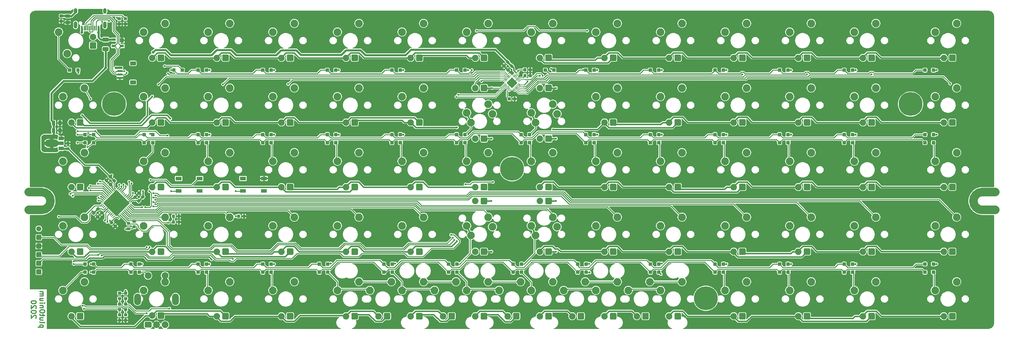
<source format=gbr>
G04 #@! TF.GenerationSoftware,KiCad,Pcbnew,(5.1.5)-3*
G04 #@! TF.CreationDate,2020-09-16T11:12:37+02:00*
G04 #@! TF.ProjectId,0x42,30783432-2e6b-4696-9361-645f70636258,v0.1*
G04 #@! TF.SameCoordinates,Original*
G04 #@! TF.FileFunction,Copper,L2,Bot*
G04 #@! TF.FilePolarity,Positive*
%FSLAX46Y46*%
G04 Gerber Fmt 4.6, Leading zero omitted, Abs format (unit mm)*
G04 Created by KiCad (PCBNEW (5.1.5)-3) date 2020-09-16 11:12:37*
%MOMM*%
%LPD*%
G04 APERTURE LIST*
%ADD10C,0.300000*%
%ADD11C,2.501900*%
%ADD12C,0.100000*%
%ADD13C,1.905000*%
%ADD14C,2.250000*%
%ADD15C,1.500000*%
%ADD16C,2.000000*%
%ADD17O,2.000000X3.400000*%
%ADD18O,4.000000X2.200000*%
%ADD19C,7.000000*%
%ADD20C,1.000000*%
%ADD21R,1.800000X1.100000*%
%ADD22R,1.200000X0.800000*%
%ADD23R,1.200000X1.200000*%
%ADD24O,1.000000X1.600000*%
%ADD25O,1.000000X2.100000*%
%ADD26R,0.300000X1.450000*%
%ADD27R,0.600000X1.450000*%
%ADD28C,0.800000*%
%ADD29C,0.600000*%
%ADD30C,0.200000*%
%ADD31C,0.250000*%
%ADD32C,0.600000*%
%ADD33C,0.400000*%
G04 APERTURE END LIST*
D10*
X73796428Y-162450000D02*
X72296428Y-162450000D01*
X73725000Y-162450000D02*
X73796428Y-162307142D01*
X73796428Y-162021428D01*
X73725000Y-161878571D01*
X73653571Y-161807142D01*
X73510714Y-161735714D01*
X73082142Y-161735714D01*
X72939285Y-161807142D01*
X72867857Y-161878571D01*
X72796428Y-162021428D01*
X72796428Y-162307142D01*
X72867857Y-162450000D01*
X72796428Y-160878571D02*
X72867857Y-161021428D01*
X73010714Y-161092857D01*
X74296428Y-161092857D01*
X73796428Y-159664285D02*
X72796428Y-159664285D01*
X73796428Y-160307142D02*
X73010714Y-160307142D01*
X72867857Y-160235714D01*
X72796428Y-160092857D01*
X72796428Y-159878571D01*
X72867857Y-159735714D01*
X72939285Y-159664285D01*
X73796428Y-159164285D02*
X73796428Y-158592857D01*
X74296428Y-158950000D02*
X73010714Y-158950000D01*
X72867857Y-158878571D01*
X72796428Y-158735714D01*
X72796428Y-158592857D01*
X74296428Y-157807142D02*
X74296428Y-157664285D01*
X74225000Y-157521428D01*
X74153571Y-157450000D01*
X74010714Y-157378571D01*
X73725000Y-157307142D01*
X73367857Y-157307142D01*
X73082142Y-157378571D01*
X72939285Y-157450000D01*
X72867857Y-157521428D01*
X72796428Y-157664285D01*
X72796428Y-157807142D01*
X72867857Y-157950000D01*
X72939285Y-158021428D01*
X73082142Y-158092857D01*
X73367857Y-158164285D01*
X73725000Y-158164285D01*
X74010714Y-158092857D01*
X74153571Y-158021428D01*
X74225000Y-157950000D01*
X74296428Y-157807142D01*
X73796428Y-156664285D02*
X72796428Y-156664285D01*
X73653571Y-156664285D02*
X73725000Y-156592857D01*
X73796428Y-156450000D01*
X73796428Y-156235714D01*
X73725000Y-156092857D01*
X73582142Y-156021428D01*
X72796428Y-156021428D01*
X72796428Y-155307142D02*
X73796428Y-155307142D01*
X74296428Y-155307142D02*
X74225000Y-155378571D01*
X74153571Y-155307142D01*
X74225000Y-155235714D01*
X74296428Y-155307142D01*
X74153571Y-155307142D01*
X73796428Y-153950000D02*
X72796428Y-153950000D01*
X73796428Y-154592857D02*
X73010714Y-154592857D01*
X72867857Y-154521428D01*
X72796428Y-154378571D01*
X72796428Y-154164285D01*
X72867857Y-154021428D01*
X72939285Y-153950000D01*
X72796428Y-153235714D02*
X73796428Y-153235714D01*
X73653571Y-153235714D02*
X73725000Y-153164285D01*
X73796428Y-153021428D01*
X73796428Y-152807142D01*
X73725000Y-152664285D01*
X73582142Y-152592857D01*
X72796428Y-152592857D01*
X73582142Y-152592857D02*
X73725000Y-152521428D01*
X73796428Y-152378571D01*
X73796428Y-152164285D01*
X73725000Y-152021428D01*
X73582142Y-151950000D01*
X72796428Y-151950000D01*
X71603571Y-159771428D02*
X71675000Y-159700000D01*
X71746428Y-159557142D01*
X71746428Y-159200000D01*
X71675000Y-159057142D01*
X71603571Y-158985714D01*
X71460714Y-158914285D01*
X71317857Y-158914285D01*
X71103571Y-158985714D01*
X70246428Y-159842857D01*
X70246428Y-158914285D01*
X71746428Y-157985714D02*
X71746428Y-157842857D01*
X71675000Y-157700000D01*
X71603571Y-157628571D01*
X71460714Y-157557142D01*
X71175000Y-157485714D01*
X70817857Y-157485714D01*
X70532142Y-157557142D01*
X70389285Y-157628571D01*
X70317857Y-157700000D01*
X70246428Y-157842857D01*
X70246428Y-157985714D01*
X70317857Y-158128571D01*
X70389285Y-158200000D01*
X70532142Y-158271428D01*
X70817857Y-158342857D01*
X71175000Y-158342857D01*
X71460714Y-158271428D01*
X71603571Y-158200000D01*
X71675000Y-158128571D01*
X71746428Y-157985714D01*
X71603571Y-156914285D02*
X71675000Y-156842857D01*
X71746428Y-156700000D01*
X71746428Y-156342857D01*
X71675000Y-156200000D01*
X71603571Y-156128571D01*
X71460714Y-156057142D01*
X71317857Y-156057142D01*
X71103571Y-156128571D01*
X70246428Y-156985714D01*
X70246428Y-156057142D01*
X71746428Y-155128571D02*
X71746428Y-154985714D01*
X71675000Y-154842857D01*
X71603571Y-154771428D01*
X71460714Y-154700000D01*
X71175000Y-154628571D01*
X70817857Y-154628571D01*
X70532142Y-154700000D01*
X70389285Y-154771428D01*
X70317857Y-154842857D01*
X70246428Y-154985714D01*
X70246428Y-155128571D01*
X70317857Y-155271428D01*
X70389285Y-155342857D01*
X70532142Y-155414285D01*
X70817857Y-155485714D01*
X71175000Y-155485714D01*
X71460714Y-155414285D01*
X71603571Y-155342857D01*
X71675000Y-155271428D01*
X71746428Y-155128571D01*
D11*
X350700000Y-127850950D02*
X354550000Y-127850950D01*
X350700000Y-122549050D02*
X354500000Y-122549050D01*
X350700000Y-127850950D02*
G75*
G02X348049050Y-125200000I0J2650950D01*
G01*
X348049050Y-125200000D02*
G75*
G02X350700000Y-122549050I2650950J0D01*
G01*
X75950950Y-125200000D02*
G75*
G03X73300000Y-122549050I-2650950J0D01*
G01*
X73300000Y-127850950D02*
G75*
G03X75950950Y-125200000I0J2650950D01*
G01*
X69500000Y-127850950D02*
X73300000Y-127850950D01*
X69500000Y-122549050D02*
X73300000Y-122549050D01*
G04 #@! TA.AperFunction,ComponentPad*
D12*
G36*
X223489758Y-120128876D02*
G01*
X223517497Y-120132991D01*
X223544699Y-120139804D01*
X223571102Y-120149251D01*
X223596452Y-120161241D01*
X223620504Y-120175658D01*
X223643028Y-120192362D01*
X223663806Y-120211194D01*
X223682638Y-120231972D01*
X223699342Y-120254496D01*
X223713759Y-120278548D01*
X223725749Y-120303898D01*
X223735196Y-120330301D01*
X223742009Y-120357503D01*
X223746124Y-120385242D01*
X223747500Y-120413250D01*
X223747500Y-121746750D01*
X223746124Y-121774758D01*
X223742009Y-121802497D01*
X223735196Y-121829699D01*
X223725749Y-121856102D01*
X223713759Y-121881452D01*
X223699342Y-121905504D01*
X223682638Y-121928028D01*
X223663806Y-121948806D01*
X223643028Y-121967638D01*
X223620504Y-121984342D01*
X223596452Y-121998759D01*
X223571102Y-122010749D01*
X223544699Y-122020196D01*
X223517497Y-122027009D01*
X223489758Y-122031124D01*
X223461750Y-122032500D01*
X222128250Y-122032500D01*
X222100242Y-122031124D01*
X222072503Y-122027009D01*
X222045301Y-122020196D01*
X222018898Y-122010749D01*
X221993548Y-121998759D01*
X221969496Y-121984342D01*
X221946972Y-121967638D01*
X221926194Y-121948806D01*
X221907362Y-121928028D01*
X221890658Y-121905504D01*
X221876241Y-121881452D01*
X221864251Y-121856102D01*
X221854804Y-121829699D01*
X221847991Y-121802497D01*
X221843876Y-121774758D01*
X221842500Y-121746750D01*
X221842500Y-120413250D01*
X221843876Y-120385242D01*
X221847991Y-120357503D01*
X221854804Y-120330301D01*
X221864251Y-120303898D01*
X221876241Y-120278548D01*
X221890658Y-120254496D01*
X221907362Y-120231972D01*
X221926194Y-120211194D01*
X221946972Y-120192362D01*
X221969496Y-120175658D01*
X221993548Y-120161241D01*
X222018898Y-120149251D01*
X222045301Y-120139804D01*
X222072503Y-120132991D01*
X222100242Y-120128876D01*
X222128250Y-120127500D01*
X223461750Y-120127500D01*
X223489758Y-120128876D01*
G37*
G04 #@! TD.AperFunction*
D13*
X220255000Y-121080000D03*
D14*
X217715000Y-113460000D03*
X224065000Y-110920000D03*
G04 #@! TA.AperFunction,ComponentPad*
D12*
G36*
X204439758Y-120128876D02*
G01*
X204467497Y-120132991D01*
X204494699Y-120139804D01*
X204521102Y-120149251D01*
X204546452Y-120161241D01*
X204570504Y-120175658D01*
X204593028Y-120192362D01*
X204613806Y-120211194D01*
X204632638Y-120231972D01*
X204649342Y-120254496D01*
X204663759Y-120278548D01*
X204675749Y-120303898D01*
X204685196Y-120330301D01*
X204692009Y-120357503D01*
X204696124Y-120385242D01*
X204697500Y-120413250D01*
X204697500Y-121746750D01*
X204696124Y-121774758D01*
X204692009Y-121802497D01*
X204685196Y-121829699D01*
X204675749Y-121856102D01*
X204663759Y-121881452D01*
X204649342Y-121905504D01*
X204632638Y-121928028D01*
X204613806Y-121948806D01*
X204593028Y-121967638D01*
X204570504Y-121984342D01*
X204546452Y-121998759D01*
X204521102Y-122010749D01*
X204494699Y-122020196D01*
X204467497Y-122027009D01*
X204439758Y-122031124D01*
X204411750Y-122032500D01*
X203078250Y-122032500D01*
X203050242Y-122031124D01*
X203022503Y-122027009D01*
X202995301Y-122020196D01*
X202968898Y-122010749D01*
X202943548Y-121998759D01*
X202919496Y-121984342D01*
X202896972Y-121967638D01*
X202876194Y-121948806D01*
X202857362Y-121928028D01*
X202840658Y-121905504D01*
X202826241Y-121881452D01*
X202814251Y-121856102D01*
X202804804Y-121829699D01*
X202797991Y-121802497D01*
X202793876Y-121774758D01*
X202792500Y-121746750D01*
X202792500Y-120413250D01*
X202793876Y-120385242D01*
X202797991Y-120357503D01*
X202804804Y-120330301D01*
X202814251Y-120303898D01*
X202826241Y-120278548D01*
X202840658Y-120254496D01*
X202857362Y-120231972D01*
X202876194Y-120211194D01*
X202896972Y-120192362D01*
X202919496Y-120175658D01*
X202943548Y-120161241D01*
X202968898Y-120149251D01*
X202995301Y-120139804D01*
X203022503Y-120132991D01*
X203050242Y-120128876D01*
X203078250Y-120127500D01*
X204411750Y-120127500D01*
X204439758Y-120128876D01*
G37*
G04 #@! TD.AperFunction*
D13*
X201205000Y-121080000D03*
D14*
X198665000Y-113460000D03*
X205015000Y-110920000D03*
G04 #@! TA.AperFunction,SMDPad,CuDef*
D12*
G36*
X73047054Y-135191083D02*
G01*
X73068895Y-135194323D01*
X73090314Y-135199688D01*
X73111104Y-135207127D01*
X73131064Y-135216568D01*
X73150003Y-135227919D01*
X73167738Y-135241073D01*
X73184099Y-135255901D01*
X73198927Y-135272262D01*
X73212081Y-135289997D01*
X73223432Y-135308936D01*
X73232873Y-135328896D01*
X73240312Y-135349686D01*
X73245677Y-135371105D01*
X73248917Y-135392946D01*
X73250000Y-135415000D01*
X73250000Y-136465000D01*
X73248917Y-136487054D01*
X73245677Y-136508895D01*
X73240312Y-136530314D01*
X73232873Y-136551104D01*
X73223432Y-136571064D01*
X73212081Y-136590003D01*
X73198927Y-136607738D01*
X73184099Y-136624099D01*
X73167738Y-136638927D01*
X73150003Y-136652081D01*
X73131064Y-136663432D01*
X73111104Y-136672873D01*
X73090314Y-136680312D01*
X73068895Y-136685677D01*
X73047054Y-136688917D01*
X73025000Y-136690000D01*
X71975000Y-136690000D01*
X71952946Y-136688917D01*
X71931105Y-136685677D01*
X71909686Y-136680312D01*
X71888896Y-136672873D01*
X71868936Y-136663432D01*
X71849997Y-136652081D01*
X71832262Y-136638927D01*
X71815901Y-136624099D01*
X71801073Y-136607738D01*
X71787919Y-136590003D01*
X71776568Y-136571064D01*
X71767127Y-136551104D01*
X71759688Y-136530314D01*
X71754323Y-136508895D01*
X71751083Y-136487054D01*
X71750000Y-136465000D01*
X71750000Y-135415000D01*
X71751083Y-135392946D01*
X71754323Y-135371105D01*
X71759688Y-135349686D01*
X71767127Y-135328896D01*
X71776568Y-135308936D01*
X71787919Y-135289997D01*
X71801073Y-135272262D01*
X71815901Y-135255901D01*
X71832262Y-135241073D01*
X71849997Y-135227919D01*
X71868936Y-135216568D01*
X71888896Y-135207127D01*
X71909686Y-135199688D01*
X71931105Y-135194323D01*
X71952946Y-135191083D01*
X71975000Y-135190000D01*
X73025000Y-135190000D01*
X73047054Y-135191083D01*
G37*
G04 #@! TD.AperFunction*
G04 #@! TA.AperFunction,SMDPad,CuDef*
G36*
X73047054Y-137731083D02*
G01*
X73068895Y-137734323D01*
X73090314Y-137739688D01*
X73111104Y-137747127D01*
X73131064Y-137756568D01*
X73150003Y-137767919D01*
X73167738Y-137781073D01*
X73184099Y-137795901D01*
X73198927Y-137812262D01*
X73212081Y-137829997D01*
X73223432Y-137848936D01*
X73232873Y-137868896D01*
X73240312Y-137889686D01*
X73245677Y-137911105D01*
X73248917Y-137932946D01*
X73250000Y-137955000D01*
X73250000Y-139005000D01*
X73248917Y-139027054D01*
X73245677Y-139048895D01*
X73240312Y-139070314D01*
X73232873Y-139091104D01*
X73223432Y-139111064D01*
X73212081Y-139130003D01*
X73198927Y-139147738D01*
X73184099Y-139164099D01*
X73167738Y-139178927D01*
X73150003Y-139192081D01*
X73131064Y-139203432D01*
X73111104Y-139212873D01*
X73090314Y-139220312D01*
X73068895Y-139225677D01*
X73047054Y-139228917D01*
X73025000Y-139230000D01*
X71975000Y-139230000D01*
X71952946Y-139228917D01*
X71931105Y-139225677D01*
X71909686Y-139220312D01*
X71888896Y-139212873D01*
X71868936Y-139203432D01*
X71849997Y-139192081D01*
X71832262Y-139178927D01*
X71815901Y-139164099D01*
X71801073Y-139147738D01*
X71787919Y-139130003D01*
X71776568Y-139111064D01*
X71767127Y-139091104D01*
X71759688Y-139070314D01*
X71754323Y-139048895D01*
X71751083Y-139027054D01*
X71750000Y-139005000D01*
X71750000Y-137955000D01*
X71751083Y-137932946D01*
X71754323Y-137911105D01*
X71759688Y-137889686D01*
X71767127Y-137868896D01*
X71776568Y-137848936D01*
X71787919Y-137829997D01*
X71801073Y-137812262D01*
X71815901Y-137795901D01*
X71832262Y-137781073D01*
X71849997Y-137767919D01*
X71868936Y-137756568D01*
X71888896Y-137747127D01*
X71909686Y-137739688D01*
X71931105Y-137734323D01*
X71952946Y-137731083D01*
X71975000Y-137730000D01*
X73025000Y-137730000D01*
X73047054Y-137731083D01*
G37*
G04 #@! TD.AperFunction*
G04 #@! TA.AperFunction,SMDPad,CuDef*
G36*
X73047054Y-140271083D02*
G01*
X73068895Y-140274323D01*
X73090314Y-140279688D01*
X73111104Y-140287127D01*
X73131064Y-140296568D01*
X73150003Y-140307919D01*
X73167738Y-140321073D01*
X73184099Y-140335901D01*
X73198927Y-140352262D01*
X73212081Y-140369997D01*
X73223432Y-140388936D01*
X73232873Y-140408896D01*
X73240312Y-140429686D01*
X73245677Y-140451105D01*
X73248917Y-140472946D01*
X73250000Y-140495000D01*
X73250000Y-141545000D01*
X73248917Y-141567054D01*
X73245677Y-141588895D01*
X73240312Y-141610314D01*
X73232873Y-141631104D01*
X73223432Y-141651064D01*
X73212081Y-141670003D01*
X73198927Y-141687738D01*
X73184099Y-141704099D01*
X73167738Y-141718927D01*
X73150003Y-141732081D01*
X73131064Y-141743432D01*
X73111104Y-141752873D01*
X73090314Y-141760312D01*
X73068895Y-141765677D01*
X73047054Y-141768917D01*
X73025000Y-141770000D01*
X71975000Y-141770000D01*
X71952946Y-141768917D01*
X71931105Y-141765677D01*
X71909686Y-141760312D01*
X71888896Y-141752873D01*
X71868936Y-141743432D01*
X71849997Y-141732081D01*
X71832262Y-141718927D01*
X71815901Y-141704099D01*
X71801073Y-141687738D01*
X71787919Y-141670003D01*
X71776568Y-141651064D01*
X71767127Y-141631104D01*
X71759688Y-141610314D01*
X71754323Y-141588895D01*
X71751083Y-141567054D01*
X71750000Y-141545000D01*
X71750000Y-140495000D01*
X71751083Y-140472946D01*
X71754323Y-140451105D01*
X71759688Y-140429686D01*
X71767127Y-140408896D01*
X71776568Y-140388936D01*
X71787919Y-140369997D01*
X71801073Y-140352262D01*
X71815901Y-140335901D01*
X71832262Y-140321073D01*
X71849997Y-140307919D01*
X71868936Y-140296568D01*
X71888896Y-140287127D01*
X71909686Y-140279688D01*
X71931105Y-140274323D01*
X71952946Y-140271083D01*
X71975000Y-140270000D01*
X73025000Y-140270000D01*
X73047054Y-140271083D01*
G37*
G04 #@! TD.AperFunction*
D15*
X72500000Y-133400000D03*
G04 #@! TA.AperFunction,SMDPad,CuDef*
D12*
G36*
X73047054Y-142811083D02*
G01*
X73068895Y-142814323D01*
X73090314Y-142819688D01*
X73111104Y-142827127D01*
X73131064Y-142836568D01*
X73150003Y-142847919D01*
X73167738Y-142861073D01*
X73184099Y-142875901D01*
X73198927Y-142892262D01*
X73212081Y-142909997D01*
X73223432Y-142928936D01*
X73232873Y-142948896D01*
X73240312Y-142969686D01*
X73245677Y-142991105D01*
X73248917Y-143012946D01*
X73250000Y-143035000D01*
X73250000Y-144085000D01*
X73248917Y-144107054D01*
X73245677Y-144128895D01*
X73240312Y-144150314D01*
X73232873Y-144171104D01*
X73223432Y-144191064D01*
X73212081Y-144210003D01*
X73198927Y-144227738D01*
X73184099Y-144244099D01*
X73167738Y-144258927D01*
X73150003Y-144272081D01*
X73131064Y-144283432D01*
X73111104Y-144292873D01*
X73090314Y-144300312D01*
X73068895Y-144305677D01*
X73047054Y-144308917D01*
X73025000Y-144310000D01*
X71975000Y-144310000D01*
X71952946Y-144308917D01*
X71931105Y-144305677D01*
X71909686Y-144300312D01*
X71888896Y-144292873D01*
X71868936Y-144283432D01*
X71849997Y-144272081D01*
X71832262Y-144258927D01*
X71815901Y-144244099D01*
X71801073Y-144227738D01*
X71787919Y-144210003D01*
X71776568Y-144191064D01*
X71767127Y-144171104D01*
X71759688Y-144150314D01*
X71754323Y-144128895D01*
X71751083Y-144107054D01*
X71750000Y-144085000D01*
X71750000Y-143035000D01*
X71751083Y-143012946D01*
X71754323Y-142991105D01*
X71759688Y-142969686D01*
X71767127Y-142948896D01*
X71776568Y-142928936D01*
X71787919Y-142909997D01*
X71801073Y-142892262D01*
X71815901Y-142875901D01*
X71832262Y-142861073D01*
X71849997Y-142847919D01*
X71868936Y-142836568D01*
X71888896Y-142827127D01*
X71909686Y-142819688D01*
X71931105Y-142814323D01*
X71952946Y-142811083D01*
X71975000Y-142810000D01*
X73025000Y-142810000D01*
X73047054Y-142811083D01*
G37*
G04 #@! TD.AperFunction*
G04 #@! TA.AperFunction,ComponentPad*
G36*
X73047054Y-145351083D02*
G01*
X73068895Y-145354323D01*
X73090314Y-145359688D01*
X73111104Y-145367127D01*
X73131064Y-145376568D01*
X73150003Y-145387919D01*
X73167738Y-145401073D01*
X73184099Y-145415901D01*
X73198927Y-145432262D01*
X73212081Y-145449997D01*
X73223432Y-145468936D01*
X73232873Y-145488896D01*
X73240312Y-145509686D01*
X73245677Y-145531105D01*
X73248917Y-145552946D01*
X73250000Y-145575000D01*
X73250000Y-146625000D01*
X73248917Y-146647054D01*
X73245677Y-146668895D01*
X73240312Y-146690314D01*
X73232873Y-146711104D01*
X73223432Y-146731064D01*
X73212081Y-146750003D01*
X73198927Y-146767738D01*
X73184099Y-146784099D01*
X73167738Y-146798927D01*
X73150003Y-146812081D01*
X73131064Y-146823432D01*
X73111104Y-146832873D01*
X73090314Y-146840312D01*
X73068895Y-146845677D01*
X73047054Y-146848917D01*
X73025000Y-146850000D01*
X71975000Y-146850000D01*
X71952946Y-146848917D01*
X71931105Y-146845677D01*
X71909686Y-146840312D01*
X71888896Y-146832873D01*
X71868936Y-146823432D01*
X71849997Y-146812081D01*
X71832262Y-146798927D01*
X71815901Y-146784099D01*
X71801073Y-146767738D01*
X71787919Y-146750003D01*
X71776568Y-146731064D01*
X71767127Y-146711104D01*
X71759688Y-146690314D01*
X71754323Y-146668895D01*
X71751083Y-146647054D01*
X71750000Y-146625000D01*
X71750000Y-145575000D01*
X71751083Y-145552946D01*
X71754323Y-145531105D01*
X71759688Y-145509686D01*
X71767127Y-145488896D01*
X71776568Y-145468936D01*
X71787919Y-145449997D01*
X71801073Y-145432262D01*
X71815901Y-145415901D01*
X71832262Y-145401073D01*
X71849997Y-145387919D01*
X71868936Y-145376568D01*
X71888896Y-145367127D01*
X71909686Y-145359688D01*
X71931105Y-145354323D01*
X71952946Y-145351083D01*
X71975000Y-145350000D01*
X73025000Y-145350000D01*
X73047054Y-145351083D01*
G37*
G04 #@! TD.AperFunction*
G04 #@! TA.AperFunction,ComponentPad*
G36*
X204439758Y-158228876D02*
G01*
X204467497Y-158232991D01*
X204494699Y-158239804D01*
X204521102Y-158249251D01*
X204546452Y-158261241D01*
X204570504Y-158275658D01*
X204593028Y-158292362D01*
X204613806Y-158311194D01*
X204632638Y-158331972D01*
X204649342Y-158354496D01*
X204663759Y-158378548D01*
X204675749Y-158403898D01*
X204685196Y-158430301D01*
X204692009Y-158457503D01*
X204696124Y-158485242D01*
X204697500Y-158513250D01*
X204697500Y-159846750D01*
X204696124Y-159874758D01*
X204692009Y-159902497D01*
X204685196Y-159929699D01*
X204675749Y-159956102D01*
X204663759Y-159981452D01*
X204649342Y-160005504D01*
X204632638Y-160028028D01*
X204613806Y-160048806D01*
X204593028Y-160067638D01*
X204570504Y-160084342D01*
X204546452Y-160098759D01*
X204521102Y-160110749D01*
X204494699Y-160120196D01*
X204467497Y-160127009D01*
X204439758Y-160131124D01*
X204411750Y-160132500D01*
X203078250Y-160132500D01*
X203050242Y-160131124D01*
X203022503Y-160127009D01*
X202995301Y-160120196D01*
X202968898Y-160110749D01*
X202943548Y-160098759D01*
X202919496Y-160084342D01*
X202896972Y-160067638D01*
X202876194Y-160048806D01*
X202857362Y-160028028D01*
X202840658Y-160005504D01*
X202826241Y-159981452D01*
X202814251Y-159956102D01*
X202804804Y-159929699D01*
X202797991Y-159902497D01*
X202793876Y-159874758D01*
X202792500Y-159846750D01*
X202792500Y-158513250D01*
X202793876Y-158485242D01*
X202797991Y-158457503D01*
X202804804Y-158430301D01*
X202814251Y-158403898D01*
X202826241Y-158378548D01*
X202840658Y-158354496D01*
X202857362Y-158331972D01*
X202876194Y-158311194D01*
X202896972Y-158292362D01*
X202919496Y-158275658D01*
X202943548Y-158261241D01*
X202968898Y-158249251D01*
X202995301Y-158239804D01*
X203022503Y-158232991D01*
X203050242Y-158228876D01*
X203078250Y-158227500D01*
X204411750Y-158227500D01*
X204439758Y-158228876D01*
G37*
G04 #@! TD.AperFunction*
D13*
X201205000Y-159180000D03*
D14*
X198665000Y-151560000D03*
X205015000Y-149020000D03*
G04 #@! TA.AperFunction,ComponentPad*
D12*
G36*
X185389758Y-158228876D02*
G01*
X185417497Y-158232991D01*
X185444699Y-158239804D01*
X185471102Y-158249251D01*
X185496452Y-158261241D01*
X185520504Y-158275658D01*
X185543028Y-158292362D01*
X185563806Y-158311194D01*
X185582638Y-158331972D01*
X185599342Y-158354496D01*
X185613759Y-158378548D01*
X185625749Y-158403898D01*
X185635196Y-158430301D01*
X185642009Y-158457503D01*
X185646124Y-158485242D01*
X185647500Y-158513250D01*
X185647500Y-159846750D01*
X185646124Y-159874758D01*
X185642009Y-159902497D01*
X185635196Y-159929699D01*
X185625749Y-159956102D01*
X185613759Y-159981452D01*
X185599342Y-160005504D01*
X185582638Y-160028028D01*
X185563806Y-160048806D01*
X185543028Y-160067638D01*
X185520504Y-160084342D01*
X185496452Y-160098759D01*
X185471102Y-160110749D01*
X185444699Y-160120196D01*
X185417497Y-160127009D01*
X185389758Y-160131124D01*
X185361750Y-160132500D01*
X184028250Y-160132500D01*
X184000242Y-160131124D01*
X183972503Y-160127009D01*
X183945301Y-160120196D01*
X183918898Y-160110749D01*
X183893548Y-160098759D01*
X183869496Y-160084342D01*
X183846972Y-160067638D01*
X183826194Y-160048806D01*
X183807362Y-160028028D01*
X183790658Y-160005504D01*
X183776241Y-159981452D01*
X183764251Y-159956102D01*
X183754804Y-159929699D01*
X183747991Y-159902497D01*
X183743876Y-159874758D01*
X183742500Y-159846750D01*
X183742500Y-158513250D01*
X183743876Y-158485242D01*
X183747991Y-158457503D01*
X183754804Y-158430301D01*
X183764251Y-158403898D01*
X183776241Y-158378548D01*
X183790658Y-158354496D01*
X183807362Y-158331972D01*
X183826194Y-158311194D01*
X183846972Y-158292362D01*
X183869496Y-158275658D01*
X183893548Y-158261241D01*
X183918898Y-158249251D01*
X183945301Y-158239804D01*
X183972503Y-158232991D01*
X184000242Y-158228876D01*
X184028250Y-158227500D01*
X185361750Y-158227500D01*
X185389758Y-158228876D01*
G37*
G04 #@! TD.AperFunction*
D13*
X182155000Y-159180000D03*
D14*
X179615000Y-151560000D03*
X185965000Y-149020000D03*
G04 #@! TA.AperFunction,ComponentPad*
D12*
G36*
X194914758Y-158228876D02*
G01*
X194942497Y-158232991D01*
X194969699Y-158239804D01*
X194996102Y-158249251D01*
X195021452Y-158261241D01*
X195045504Y-158275658D01*
X195068028Y-158292362D01*
X195088806Y-158311194D01*
X195107638Y-158331972D01*
X195124342Y-158354496D01*
X195138759Y-158378548D01*
X195150749Y-158403898D01*
X195160196Y-158430301D01*
X195167009Y-158457503D01*
X195171124Y-158485242D01*
X195172500Y-158513250D01*
X195172500Y-159846750D01*
X195171124Y-159874758D01*
X195167009Y-159902497D01*
X195160196Y-159929699D01*
X195150749Y-159956102D01*
X195138759Y-159981452D01*
X195124342Y-160005504D01*
X195107638Y-160028028D01*
X195088806Y-160048806D01*
X195068028Y-160067638D01*
X195045504Y-160084342D01*
X195021452Y-160098759D01*
X194996102Y-160110749D01*
X194969699Y-160120196D01*
X194942497Y-160127009D01*
X194914758Y-160131124D01*
X194886750Y-160132500D01*
X193553250Y-160132500D01*
X193525242Y-160131124D01*
X193497503Y-160127009D01*
X193470301Y-160120196D01*
X193443898Y-160110749D01*
X193418548Y-160098759D01*
X193394496Y-160084342D01*
X193371972Y-160067638D01*
X193351194Y-160048806D01*
X193332362Y-160028028D01*
X193315658Y-160005504D01*
X193301241Y-159981452D01*
X193289251Y-159956102D01*
X193279804Y-159929699D01*
X193272991Y-159902497D01*
X193268876Y-159874758D01*
X193267500Y-159846750D01*
X193267500Y-158513250D01*
X193268876Y-158485242D01*
X193272991Y-158457503D01*
X193279804Y-158430301D01*
X193289251Y-158403898D01*
X193301241Y-158378548D01*
X193315658Y-158354496D01*
X193332362Y-158331972D01*
X193351194Y-158311194D01*
X193371972Y-158292362D01*
X193394496Y-158275658D01*
X193418548Y-158261241D01*
X193443898Y-158249251D01*
X193470301Y-158239804D01*
X193497503Y-158232991D01*
X193525242Y-158228876D01*
X193553250Y-158227500D01*
X194886750Y-158227500D01*
X194914758Y-158228876D01*
G37*
G04 #@! TD.AperFunction*
D13*
X191680000Y-159180000D03*
D14*
X189140000Y-151560000D03*
X195490000Y-149020000D03*
G04 #@! TA.AperFunction,ComponentPad*
D12*
G36*
X223489758Y-158228876D02*
G01*
X223517497Y-158232991D01*
X223544699Y-158239804D01*
X223571102Y-158249251D01*
X223596452Y-158261241D01*
X223620504Y-158275658D01*
X223643028Y-158292362D01*
X223663806Y-158311194D01*
X223682638Y-158331972D01*
X223699342Y-158354496D01*
X223713759Y-158378548D01*
X223725749Y-158403898D01*
X223735196Y-158430301D01*
X223742009Y-158457503D01*
X223746124Y-158485242D01*
X223747500Y-158513250D01*
X223747500Y-159846750D01*
X223746124Y-159874758D01*
X223742009Y-159902497D01*
X223735196Y-159929699D01*
X223725749Y-159956102D01*
X223713759Y-159981452D01*
X223699342Y-160005504D01*
X223682638Y-160028028D01*
X223663806Y-160048806D01*
X223643028Y-160067638D01*
X223620504Y-160084342D01*
X223596452Y-160098759D01*
X223571102Y-160110749D01*
X223544699Y-160120196D01*
X223517497Y-160127009D01*
X223489758Y-160131124D01*
X223461750Y-160132500D01*
X222128250Y-160132500D01*
X222100242Y-160131124D01*
X222072503Y-160127009D01*
X222045301Y-160120196D01*
X222018898Y-160110749D01*
X221993548Y-160098759D01*
X221969496Y-160084342D01*
X221946972Y-160067638D01*
X221926194Y-160048806D01*
X221907362Y-160028028D01*
X221890658Y-160005504D01*
X221876241Y-159981452D01*
X221864251Y-159956102D01*
X221854804Y-159929699D01*
X221847991Y-159902497D01*
X221843876Y-159874758D01*
X221842500Y-159846750D01*
X221842500Y-158513250D01*
X221843876Y-158485242D01*
X221847991Y-158457503D01*
X221854804Y-158430301D01*
X221864251Y-158403898D01*
X221876241Y-158378548D01*
X221890658Y-158354496D01*
X221907362Y-158331972D01*
X221926194Y-158311194D01*
X221946972Y-158292362D01*
X221969496Y-158275658D01*
X221993548Y-158261241D01*
X222018898Y-158249251D01*
X222045301Y-158239804D01*
X222072503Y-158232991D01*
X222100242Y-158228876D01*
X222128250Y-158227500D01*
X223461750Y-158227500D01*
X223489758Y-158228876D01*
G37*
G04 #@! TD.AperFunction*
D13*
X220255000Y-159180000D03*
D14*
X217715000Y-151560000D03*
X224065000Y-149020000D03*
G04 #@! TA.AperFunction,ComponentPad*
D12*
G36*
X242539758Y-158228876D02*
G01*
X242567497Y-158232991D01*
X242594699Y-158239804D01*
X242621102Y-158249251D01*
X242646452Y-158261241D01*
X242670504Y-158275658D01*
X242693028Y-158292362D01*
X242713806Y-158311194D01*
X242732638Y-158331972D01*
X242749342Y-158354496D01*
X242763759Y-158378548D01*
X242775749Y-158403898D01*
X242785196Y-158430301D01*
X242792009Y-158457503D01*
X242796124Y-158485242D01*
X242797500Y-158513250D01*
X242797500Y-159846750D01*
X242796124Y-159874758D01*
X242792009Y-159902497D01*
X242785196Y-159929699D01*
X242775749Y-159956102D01*
X242763759Y-159981452D01*
X242749342Y-160005504D01*
X242732638Y-160028028D01*
X242713806Y-160048806D01*
X242693028Y-160067638D01*
X242670504Y-160084342D01*
X242646452Y-160098759D01*
X242621102Y-160110749D01*
X242594699Y-160120196D01*
X242567497Y-160127009D01*
X242539758Y-160131124D01*
X242511750Y-160132500D01*
X241178250Y-160132500D01*
X241150242Y-160131124D01*
X241122503Y-160127009D01*
X241095301Y-160120196D01*
X241068898Y-160110749D01*
X241043548Y-160098759D01*
X241019496Y-160084342D01*
X240996972Y-160067638D01*
X240976194Y-160048806D01*
X240957362Y-160028028D01*
X240940658Y-160005504D01*
X240926241Y-159981452D01*
X240914251Y-159956102D01*
X240904804Y-159929699D01*
X240897991Y-159902497D01*
X240893876Y-159874758D01*
X240892500Y-159846750D01*
X240892500Y-158513250D01*
X240893876Y-158485242D01*
X240897991Y-158457503D01*
X240904804Y-158430301D01*
X240914251Y-158403898D01*
X240926241Y-158378548D01*
X240940658Y-158354496D01*
X240957362Y-158331972D01*
X240976194Y-158311194D01*
X240996972Y-158292362D01*
X241019496Y-158275658D01*
X241043548Y-158261241D01*
X241068898Y-158249251D01*
X241095301Y-158239804D01*
X241122503Y-158232991D01*
X241150242Y-158228876D01*
X241178250Y-158227500D01*
X242511750Y-158227500D01*
X242539758Y-158228876D01*
G37*
G04 #@! TD.AperFunction*
D13*
X239305000Y-159180000D03*
D14*
X236765000Y-151560000D03*
X243115000Y-149020000D03*
G04 #@! TA.AperFunction,ComponentPad*
D12*
G36*
X233014758Y-158228876D02*
G01*
X233042497Y-158232991D01*
X233069699Y-158239804D01*
X233096102Y-158249251D01*
X233121452Y-158261241D01*
X233145504Y-158275658D01*
X233168028Y-158292362D01*
X233188806Y-158311194D01*
X233207638Y-158331972D01*
X233224342Y-158354496D01*
X233238759Y-158378548D01*
X233250749Y-158403898D01*
X233260196Y-158430301D01*
X233267009Y-158457503D01*
X233271124Y-158485242D01*
X233272500Y-158513250D01*
X233272500Y-159846750D01*
X233271124Y-159874758D01*
X233267009Y-159902497D01*
X233260196Y-159929699D01*
X233250749Y-159956102D01*
X233238759Y-159981452D01*
X233224342Y-160005504D01*
X233207638Y-160028028D01*
X233188806Y-160048806D01*
X233168028Y-160067638D01*
X233145504Y-160084342D01*
X233121452Y-160098759D01*
X233096102Y-160110749D01*
X233069699Y-160120196D01*
X233042497Y-160127009D01*
X233014758Y-160131124D01*
X232986750Y-160132500D01*
X231653250Y-160132500D01*
X231625242Y-160131124D01*
X231597503Y-160127009D01*
X231570301Y-160120196D01*
X231543898Y-160110749D01*
X231518548Y-160098759D01*
X231494496Y-160084342D01*
X231471972Y-160067638D01*
X231451194Y-160048806D01*
X231432362Y-160028028D01*
X231415658Y-160005504D01*
X231401241Y-159981452D01*
X231389251Y-159956102D01*
X231379804Y-159929699D01*
X231372991Y-159902497D01*
X231368876Y-159874758D01*
X231367500Y-159846750D01*
X231367500Y-158513250D01*
X231368876Y-158485242D01*
X231372991Y-158457503D01*
X231379804Y-158430301D01*
X231389251Y-158403898D01*
X231401241Y-158378548D01*
X231415658Y-158354496D01*
X231432362Y-158331972D01*
X231451194Y-158311194D01*
X231471972Y-158292362D01*
X231494496Y-158275658D01*
X231518548Y-158261241D01*
X231543898Y-158249251D01*
X231570301Y-158239804D01*
X231597503Y-158232991D01*
X231625242Y-158228876D01*
X231653250Y-158227500D01*
X232986750Y-158227500D01*
X233014758Y-158228876D01*
G37*
G04 #@! TD.AperFunction*
D13*
X229780000Y-159180000D03*
D14*
X227240000Y-151560000D03*
X233590000Y-149020000D03*
G04 #@! TA.AperFunction,SMDPad,CuDef*
D12*
G36*
X95424504Y-121944959D02*
G01*
X95448773Y-121948559D01*
X95472571Y-121954520D01*
X95495671Y-121962785D01*
X95517849Y-121973275D01*
X95538893Y-121985888D01*
X95558598Y-122000502D01*
X95576777Y-122016978D01*
X99183022Y-125623223D01*
X99199498Y-125641402D01*
X99214112Y-125661107D01*
X99226725Y-125682151D01*
X99237215Y-125704329D01*
X99245480Y-125727429D01*
X99251441Y-125751227D01*
X99255041Y-125775496D01*
X99256245Y-125800000D01*
X99255041Y-125824504D01*
X99251441Y-125848773D01*
X99245480Y-125872571D01*
X99237215Y-125895671D01*
X99226725Y-125917849D01*
X99214112Y-125938893D01*
X99199498Y-125958598D01*
X99183022Y-125976777D01*
X95576777Y-129583022D01*
X95558598Y-129599498D01*
X95538893Y-129614112D01*
X95517849Y-129626725D01*
X95495671Y-129637215D01*
X95472571Y-129645480D01*
X95448773Y-129651441D01*
X95424504Y-129655041D01*
X95400000Y-129656245D01*
X95375496Y-129655041D01*
X95351227Y-129651441D01*
X95327429Y-129645480D01*
X95304329Y-129637215D01*
X95282151Y-129626725D01*
X95261107Y-129614112D01*
X95241402Y-129599498D01*
X95223223Y-129583022D01*
X91616978Y-125976777D01*
X91600502Y-125958598D01*
X91585888Y-125938893D01*
X91573275Y-125917849D01*
X91562785Y-125895671D01*
X91554520Y-125872571D01*
X91548559Y-125848773D01*
X91544959Y-125824504D01*
X91543755Y-125800000D01*
X91544959Y-125775496D01*
X91548559Y-125751227D01*
X91554520Y-125727429D01*
X91562785Y-125704329D01*
X91573275Y-125682151D01*
X91585888Y-125661107D01*
X91600502Y-125641402D01*
X91616978Y-125623223D01*
X95223223Y-122016978D01*
X95241402Y-122000502D01*
X95261107Y-121985888D01*
X95282151Y-121973275D01*
X95304329Y-121962785D01*
X95327429Y-121954520D01*
X95351227Y-121948559D01*
X95375496Y-121944959D01*
X95400000Y-121943755D01*
X95424504Y-121944959D01*
G37*
G04 #@! TD.AperFunction*
G04 #@! TA.AperFunction,SMDPad,CuDef*
G36*
X95140961Y-129803665D02*
G01*
X95147028Y-129804565D01*
X95152978Y-129806055D01*
X95158753Y-129808122D01*
X95164297Y-129810744D01*
X95169558Y-129813897D01*
X95174485Y-129817551D01*
X95179029Y-129821670D01*
X95267417Y-129910058D01*
X95271536Y-129914602D01*
X95275190Y-129919529D01*
X95278343Y-129924790D01*
X95280965Y-129930334D01*
X95283032Y-129936109D01*
X95284522Y-129942059D01*
X95285422Y-129948126D01*
X95285723Y-129954252D01*
X95285422Y-129960378D01*
X95284522Y-129966445D01*
X95283032Y-129972395D01*
X95280965Y-129978170D01*
X95278343Y-129983714D01*
X95275190Y-129988975D01*
X95271536Y-129993902D01*
X95267417Y-129998446D01*
X94737087Y-130528776D01*
X94732543Y-130532895D01*
X94727616Y-130536549D01*
X94722355Y-130539702D01*
X94716811Y-130542324D01*
X94711036Y-130544391D01*
X94705086Y-130545881D01*
X94699019Y-130546781D01*
X94692893Y-130547082D01*
X94686767Y-130546781D01*
X94680700Y-130545881D01*
X94674750Y-130544391D01*
X94668975Y-130542324D01*
X94663431Y-130539702D01*
X94658170Y-130536549D01*
X94653243Y-130532895D01*
X94648699Y-130528776D01*
X94560311Y-130440388D01*
X94556192Y-130435844D01*
X94552538Y-130430917D01*
X94549385Y-130425656D01*
X94546763Y-130420112D01*
X94544696Y-130414337D01*
X94543206Y-130408387D01*
X94542306Y-130402320D01*
X94542005Y-130396194D01*
X94542306Y-130390068D01*
X94543206Y-130384001D01*
X94544696Y-130378051D01*
X94546763Y-130372276D01*
X94549385Y-130366732D01*
X94552538Y-130361471D01*
X94556192Y-130356544D01*
X94560311Y-130352000D01*
X95090641Y-129821670D01*
X95095185Y-129817551D01*
X95100112Y-129813897D01*
X95105373Y-129810744D01*
X95110917Y-129808122D01*
X95116692Y-129806055D01*
X95122642Y-129804565D01*
X95128709Y-129803665D01*
X95134835Y-129803364D01*
X95140961Y-129803665D01*
G37*
G04 #@! TD.AperFunction*
G04 #@! TA.AperFunction,SMDPad,CuDef*
G36*
X94787408Y-129450112D02*
G01*
X94793475Y-129451012D01*
X94799425Y-129452502D01*
X94805200Y-129454569D01*
X94810744Y-129457191D01*
X94816005Y-129460344D01*
X94820932Y-129463998D01*
X94825476Y-129468117D01*
X94913864Y-129556505D01*
X94917983Y-129561049D01*
X94921637Y-129565976D01*
X94924790Y-129571237D01*
X94927412Y-129576781D01*
X94929479Y-129582556D01*
X94930969Y-129588506D01*
X94931869Y-129594573D01*
X94932170Y-129600699D01*
X94931869Y-129606825D01*
X94930969Y-129612892D01*
X94929479Y-129618842D01*
X94927412Y-129624617D01*
X94924790Y-129630161D01*
X94921637Y-129635422D01*
X94917983Y-129640349D01*
X94913864Y-129644893D01*
X94383534Y-130175223D01*
X94378990Y-130179342D01*
X94374063Y-130182996D01*
X94368802Y-130186149D01*
X94363258Y-130188771D01*
X94357483Y-130190838D01*
X94351533Y-130192328D01*
X94345466Y-130193228D01*
X94339340Y-130193529D01*
X94333214Y-130193228D01*
X94327147Y-130192328D01*
X94321197Y-130190838D01*
X94315422Y-130188771D01*
X94309878Y-130186149D01*
X94304617Y-130182996D01*
X94299690Y-130179342D01*
X94295146Y-130175223D01*
X94206758Y-130086835D01*
X94202639Y-130082291D01*
X94198985Y-130077364D01*
X94195832Y-130072103D01*
X94193210Y-130066559D01*
X94191143Y-130060784D01*
X94189653Y-130054834D01*
X94188753Y-130048767D01*
X94188452Y-130042641D01*
X94188753Y-130036515D01*
X94189653Y-130030448D01*
X94191143Y-130024498D01*
X94193210Y-130018723D01*
X94195832Y-130013179D01*
X94198985Y-130007918D01*
X94202639Y-130002991D01*
X94206758Y-129998447D01*
X94737088Y-129468117D01*
X94741632Y-129463998D01*
X94746559Y-129460344D01*
X94751820Y-129457191D01*
X94757364Y-129454569D01*
X94763139Y-129452502D01*
X94769089Y-129451012D01*
X94775156Y-129450112D01*
X94781282Y-129449811D01*
X94787408Y-129450112D01*
G37*
G04 #@! TD.AperFunction*
G04 #@! TA.AperFunction,SMDPad,CuDef*
G36*
X94433854Y-129096558D02*
G01*
X94439921Y-129097458D01*
X94445871Y-129098948D01*
X94451646Y-129101015D01*
X94457190Y-129103637D01*
X94462451Y-129106790D01*
X94467378Y-129110444D01*
X94471922Y-129114563D01*
X94560310Y-129202951D01*
X94564429Y-129207495D01*
X94568083Y-129212422D01*
X94571236Y-129217683D01*
X94573858Y-129223227D01*
X94575925Y-129229002D01*
X94577415Y-129234952D01*
X94578315Y-129241019D01*
X94578616Y-129247145D01*
X94578315Y-129253271D01*
X94577415Y-129259338D01*
X94575925Y-129265288D01*
X94573858Y-129271063D01*
X94571236Y-129276607D01*
X94568083Y-129281868D01*
X94564429Y-129286795D01*
X94560310Y-129291339D01*
X94029980Y-129821669D01*
X94025436Y-129825788D01*
X94020509Y-129829442D01*
X94015248Y-129832595D01*
X94009704Y-129835217D01*
X94003929Y-129837284D01*
X93997979Y-129838774D01*
X93991912Y-129839674D01*
X93985786Y-129839975D01*
X93979660Y-129839674D01*
X93973593Y-129838774D01*
X93967643Y-129837284D01*
X93961868Y-129835217D01*
X93956324Y-129832595D01*
X93951063Y-129829442D01*
X93946136Y-129825788D01*
X93941592Y-129821669D01*
X93853204Y-129733281D01*
X93849085Y-129728737D01*
X93845431Y-129723810D01*
X93842278Y-129718549D01*
X93839656Y-129713005D01*
X93837589Y-129707230D01*
X93836099Y-129701280D01*
X93835199Y-129695213D01*
X93834898Y-129689087D01*
X93835199Y-129682961D01*
X93836099Y-129676894D01*
X93837589Y-129670944D01*
X93839656Y-129665169D01*
X93842278Y-129659625D01*
X93845431Y-129654364D01*
X93849085Y-129649437D01*
X93853204Y-129644893D01*
X94383534Y-129114563D01*
X94388078Y-129110444D01*
X94393005Y-129106790D01*
X94398266Y-129103637D01*
X94403810Y-129101015D01*
X94409585Y-129098948D01*
X94415535Y-129097458D01*
X94421602Y-129096558D01*
X94427728Y-129096257D01*
X94433854Y-129096558D01*
G37*
G04 #@! TD.AperFunction*
G04 #@! TA.AperFunction,SMDPad,CuDef*
G36*
X94080301Y-128743005D02*
G01*
X94086368Y-128743905D01*
X94092318Y-128745395D01*
X94098093Y-128747462D01*
X94103637Y-128750084D01*
X94108898Y-128753237D01*
X94113825Y-128756891D01*
X94118369Y-128761010D01*
X94206757Y-128849398D01*
X94210876Y-128853942D01*
X94214530Y-128858869D01*
X94217683Y-128864130D01*
X94220305Y-128869674D01*
X94222372Y-128875449D01*
X94223862Y-128881399D01*
X94224762Y-128887466D01*
X94225063Y-128893592D01*
X94224762Y-128899718D01*
X94223862Y-128905785D01*
X94222372Y-128911735D01*
X94220305Y-128917510D01*
X94217683Y-128923054D01*
X94214530Y-128928315D01*
X94210876Y-128933242D01*
X94206757Y-128937786D01*
X93676427Y-129468116D01*
X93671883Y-129472235D01*
X93666956Y-129475889D01*
X93661695Y-129479042D01*
X93656151Y-129481664D01*
X93650376Y-129483731D01*
X93644426Y-129485221D01*
X93638359Y-129486121D01*
X93632233Y-129486422D01*
X93626107Y-129486121D01*
X93620040Y-129485221D01*
X93614090Y-129483731D01*
X93608315Y-129481664D01*
X93602771Y-129479042D01*
X93597510Y-129475889D01*
X93592583Y-129472235D01*
X93588039Y-129468116D01*
X93499651Y-129379728D01*
X93495532Y-129375184D01*
X93491878Y-129370257D01*
X93488725Y-129364996D01*
X93486103Y-129359452D01*
X93484036Y-129353677D01*
X93482546Y-129347727D01*
X93481646Y-129341660D01*
X93481345Y-129335534D01*
X93481646Y-129329408D01*
X93482546Y-129323341D01*
X93484036Y-129317391D01*
X93486103Y-129311616D01*
X93488725Y-129306072D01*
X93491878Y-129300811D01*
X93495532Y-129295884D01*
X93499651Y-129291340D01*
X94029981Y-128761010D01*
X94034525Y-128756891D01*
X94039452Y-128753237D01*
X94044713Y-128750084D01*
X94050257Y-128747462D01*
X94056032Y-128745395D01*
X94061982Y-128743905D01*
X94068049Y-128743005D01*
X94074175Y-128742704D01*
X94080301Y-128743005D01*
G37*
G04 #@! TD.AperFunction*
G04 #@! TA.AperFunction,SMDPad,CuDef*
G36*
X93726748Y-128389452D02*
G01*
X93732815Y-128390352D01*
X93738765Y-128391842D01*
X93744540Y-128393909D01*
X93750084Y-128396531D01*
X93755345Y-128399684D01*
X93760272Y-128403338D01*
X93764816Y-128407457D01*
X93853204Y-128495845D01*
X93857323Y-128500389D01*
X93860977Y-128505316D01*
X93864130Y-128510577D01*
X93866752Y-128516121D01*
X93868819Y-128521896D01*
X93870309Y-128527846D01*
X93871209Y-128533913D01*
X93871510Y-128540039D01*
X93871209Y-128546165D01*
X93870309Y-128552232D01*
X93868819Y-128558182D01*
X93866752Y-128563957D01*
X93864130Y-128569501D01*
X93860977Y-128574762D01*
X93857323Y-128579689D01*
X93853204Y-128584233D01*
X93322874Y-129114563D01*
X93318330Y-129118682D01*
X93313403Y-129122336D01*
X93308142Y-129125489D01*
X93302598Y-129128111D01*
X93296823Y-129130178D01*
X93290873Y-129131668D01*
X93284806Y-129132568D01*
X93278680Y-129132869D01*
X93272554Y-129132568D01*
X93266487Y-129131668D01*
X93260537Y-129130178D01*
X93254762Y-129128111D01*
X93249218Y-129125489D01*
X93243957Y-129122336D01*
X93239030Y-129118682D01*
X93234486Y-129114563D01*
X93146098Y-129026175D01*
X93141979Y-129021631D01*
X93138325Y-129016704D01*
X93135172Y-129011443D01*
X93132550Y-129005899D01*
X93130483Y-129000124D01*
X93128993Y-128994174D01*
X93128093Y-128988107D01*
X93127792Y-128981981D01*
X93128093Y-128975855D01*
X93128993Y-128969788D01*
X93130483Y-128963838D01*
X93132550Y-128958063D01*
X93135172Y-128952519D01*
X93138325Y-128947258D01*
X93141979Y-128942331D01*
X93146098Y-128937787D01*
X93676428Y-128407457D01*
X93680972Y-128403338D01*
X93685899Y-128399684D01*
X93691160Y-128396531D01*
X93696704Y-128393909D01*
X93702479Y-128391842D01*
X93708429Y-128390352D01*
X93714496Y-128389452D01*
X93720622Y-128389151D01*
X93726748Y-128389452D01*
G37*
G04 #@! TD.AperFunction*
G04 #@! TA.AperFunction,SMDPad,CuDef*
G36*
X93373194Y-128035898D02*
G01*
X93379261Y-128036798D01*
X93385211Y-128038288D01*
X93390986Y-128040355D01*
X93396530Y-128042977D01*
X93401791Y-128046130D01*
X93406718Y-128049784D01*
X93411262Y-128053903D01*
X93499650Y-128142291D01*
X93503769Y-128146835D01*
X93507423Y-128151762D01*
X93510576Y-128157023D01*
X93513198Y-128162567D01*
X93515265Y-128168342D01*
X93516755Y-128174292D01*
X93517655Y-128180359D01*
X93517956Y-128186485D01*
X93517655Y-128192611D01*
X93516755Y-128198678D01*
X93515265Y-128204628D01*
X93513198Y-128210403D01*
X93510576Y-128215947D01*
X93507423Y-128221208D01*
X93503769Y-128226135D01*
X93499650Y-128230679D01*
X92969320Y-128761009D01*
X92964776Y-128765128D01*
X92959849Y-128768782D01*
X92954588Y-128771935D01*
X92949044Y-128774557D01*
X92943269Y-128776624D01*
X92937319Y-128778114D01*
X92931252Y-128779014D01*
X92925126Y-128779315D01*
X92919000Y-128779014D01*
X92912933Y-128778114D01*
X92906983Y-128776624D01*
X92901208Y-128774557D01*
X92895664Y-128771935D01*
X92890403Y-128768782D01*
X92885476Y-128765128D01*
X92880932Y-128761009D01*
X92792544Y-128672621D01*
X92788425Y-128668077D01*
X92784771Y-128663150D01*
X92781618Y-128657889D01*
X92778996Y-128652345D01*
X92776929Y-128646570D01*
X92775439Y-128640620D01*
X92774539Y-128634553D01*
X92774238Y-128628427D01*
X92774539Y-128622301D01*
X92775439Y-128616234D01*
X92776929Y-128610284D01*
X92778996Y-128604509D01*
X92781618Y-128598965D01*
X92784771Y-128593704D01*
X92788425Y-128588777D01*
X92792544Y-128584233D01*
X93322874Y-128053903D01*
X93327418Y-128049784D01*
X93332345Y-128046130D01*
X93337606Y-128042977D01*
X93343150Y-128040355D01*
X93348925Y-128038288D01*
X93354875Y-128036798D01*
X93360942Y-128035898D01*
X93367068Y-128035597D01*
X93373194Y-128035898D01*
G37*
G04 #@! TD.AperFunction*
G04 #@! TA.AperFunction,SMDPad,CuDef*
G36*
X93019641Y-127682345D02*
G01*
X93025708Y-127683245D01*
X93031658Y-127684735D01*
X93037433Y-127686802D01*
X93042977Y-127689424D01*
X93048238Y-127692577D01*
X93053165Y-127696231D01*
X93057709Y-127700350D01*
X93146097Y-127788738D01*
X93150216Y-127793282D01*
X93153870Y-127798209D01*
X93157023Y-127803470D01*
X93159645Y-127809014D01*
X93161712Y-127814789D01*
X93163202Y-127820739D01*
X93164102Y-127826806D01*
X93164403Y-127832932D01*
X93164102Y-127839058D01*
X93163202Y-127845125D01*
X93161712Y-127851075D01*
X93159645Y-127856850D01*
X93157023Y-127862394D01*
X93153870Y-127867655D01*
X93150216Y-127872582D01*
X93146097Y-127877126D01*
X92615767Y-128407456D01*
X92611223Y-128411575D01*
X92606296Y-128415229D01*
X92601035Y-128418382D01*
X92595491Y-128421004D01*
X92589716Y-128423071D01*
X92583766Y-128424561D01*
X92577699Y-128425461D01*
X92571573Y-128425762D01*
X92565447Y-128425461D01*
X92559380Y-128424561D01*
X92553430Y-128423071D01*
X92547655Y-128421004D01*
X92542111Y-128418382D01*
X92536850Y-128415229D01*
X92531923Y-128411575D01*
X92527379Y-128407456D01*
X92438991Y-128319068D01*
X92434872Y-128314524D01*
X92431218Y-128309597D01*
X92428065Y-128304336D01*
X92425443Y-128298792D01*
X92423376Y-128293017D01*
X92421886Y-128287067D01*
X92420986Y-128281000D01*
X92420685Y-128274874D01*
X92420986Y-128268748D01*
X92421886Y-128262681D01*
X92423376Y-128256731D01*
X92425443Y-128250956D01*
X92428065Y-128245412D01*
X92431218Y-128240151D01*
X92434872Y-128235224D01*
X92438991Y-128230680D01*
X92969321Y-127700350D01*
X92973865Y-127696231D01*
X92978792Y-127692577D01*
X92984053Y-127689424D01*
X92989597Y-127686802D01*
X92995372Y-127684735D01*
X93001322Y-127683245D01*
X93007389Y-127682345D01*
X93013515Y-127682044D01*
X93019641Y-127682345D01*
G37*
G04 #@! TD.AperFunction*
G04 #@! TA.AperFunction,SMDPad,CuDef*
G36*
X92666087Y-127328791D02*
G01*
X92672154Y-127329691D01*
X92678104Y-127331181D01*
X92683879Y-127333248D01*
X92689423Y-127335870D01*
X92694684Y-127339023D01*
X92699611Y-127342677D01*
X92704155Y-127346796D01*
X92792543Y-127435184D01*
X92796662Y-127439728D01*
X92800316Y-127444655D01*
X92803469Y-127449916D01*
X92806091Y-127455460D01*
X92808158Y-127461235D01*
X92809648Y-127467185D01*
X92810548Y-127473252D01*
X92810849Y-127479378D01*
X92810548Y-127485504D01*
X92809648Y-127491571D01*
X92808158Y-127497521D01*
X92806091Y-127503296D01*
X92803469Y-127508840D01*
X92800316Y-127514101D01*
X92796662Y-127519028D01*
X92792543Y-127523572D01*
X92262213Y-128053902D01*
X92257669Y-128058021D01*
X92252742Y-128061675D01*
X92247481Y-128064828D01*
X92241937Y-128067450D01*
X92236162Y-128069517D01*
X92230212Y-128071007D01*
X92224145Y-128071907D01*
X92218019Y-128072208D01*
X92211893Y-128071907D01*
X92205826Y-128071007D01*
X92199876Y-128069517D01*
X92194101Y-128067450D01*
X92188557Y-128064828D01*
X92183296Y-128061675D01*
X92178369Y-128058021D01*
X92173825Y-128053902D01*
X92085437Y-127965514D01*
X92081318Y-127960970D01*
X92077664Y-127956043D01*
X92074511Y-127950782D01*
X92071889Y-127945238D01*
X92069822Y-127939463D01*
X92068332Y-127933513D01*
X92067432Y-127927446D01*
X92067131Y-127921320D01*
X92067432Y-127915194D01*
X92068332Y-127909127D01*
X92069822Y-127903177D01*
X92071889Y-127897402D01*
X92074511Y-127891858D01*
X92077664Y-127886597D01*
X92081318Y-127881670D01*
X92085437Y-127877126D01*
X92615767Y-127346796D01*
X92620311Y-127342677D01*
X92625238Y-127339023D01*
X92630499Y-127335870D01*
X92636043Y-127333248D01*
X92641818Y-127331181D01*
X92647768Y-127329691D01*
X92653835Y-127328791D01*
X92659961Y-127328490D01*
X92666087Y-127328791D01*
G37*
G04 #@! TD.AperFunction*
G04 #@! TA.AperFunction,SMDPad,CuDef*
G36*
X92312534Y-126975238D02*
G01*
X92318601Y-126976138D01*
X92324551Y-126977628D01*
X92330326Y-126979695D01*
X92335870Y-126982317D01*
X92341131Y-126985470D01*
X92346058Y-126989124D01*
X92350602Y-126993243D01*
X92438990Y-127081631D01*
X92443109Y-127086175D01*
X92446763Y-127091102D01*
X92449916Y-127096363D01*
X92452538Y-127101907D01*
X92454605Y-127107682D01*
X92456095Y-127113632D01*
X92456995Y-127119699D01*
X92457296Y-127125825D01*
X92456995Y-127131951D01*
X92456095Y-127138018D01*
X92454605Y-127143968D01*
X92452538Y-127149743D01*
X92449916Y-127155287D01*
X92446763Y-127160548D01*
X92443109Y-127165475D01*
X92438990Y-127170019D01*
X91908660Y-127700349D01*
X91904116Y-127704468D01*
X91899189Y-127708122D01*
X91893928Y-127711275D01*
X91888384Y-127713897D01*
X91882609Y-127715964D01*
X91876659Y-127717454D01*
X91870592Y-127718354D01*
X91864466Y-127718655D01*
X91858340Y-127718354D01*
X91852273Y-127717454D01*
X91846323Y-127715964D01*
X91840548Y-127713897D01*
X91835004Y-127711275D01*
X91829743Y-127708122D01*
X91824816Y-127704468D01*
X91820272Y-127700349D01*
X91731884Y-127611961D01*
X91727765Y-127607417D01*
X91724111Y-127602490D01*
X91720958Y-127597229D01*
X91718336Y-127591685D01*
X91716269Y-127585910D01*
X91714779Y-127579960D01*
X91713879Y-127573893D01*
X91713578Y-127567767D01*
X91713879Y-127561641D01*
X91714779Y-127555574D01*
X91716269Y-127549624D01*
X91718336Y-127543849D01*
X91720958Y-127538305D01*
X91724111Y-127533044D01*
X91727765Y-127528117D01*
X91731884Y-127523573D01*
X92262214Y-126993243D01*
X92266758Y-126989124D01*
X92271685Y-126985470D01*
X92276946Y-126982317D01*
X92282490Y-126979695D01*
X92288265Y-126977628D01*
X92294215Y-126976138D01*
X92300282Y-126975238D01*
X92306408Y-126974937D01*
X92312534Y-126975238D01*
G37*
G04 #@! TD.AperFunction*
G04 #@! TA.AperFunction,SMDPad,CuDef*
G36*
X91958981Y-126621685D02*
G01*
X91965048Y-126622585D01*
X91970998Y-126624075D01*
X91976773Y-126626142D01*
X91982317Y-126628764D01*
X91987578Y-126631917D01*
X91992505Y-126635571D01*
X91997049Y-126639690D01*
X92085437Y-126728078D01*
X92089556Y-126732622D01*
X92093210Y-126737549D01*
X92096363Y-126742810D01*
X92098985Y-126748354D01*
X92101052Y-126754129D01*
X92102542Y-126760079D01*
X92103442Y-126766146D01*
X92103743Y-126772272D01*
X92103442Y-126778398D01*
X92102542Y-126784465D01*
X92101052Y-126790415D01*
X92098985Y-126796190D01*
X92096363Y-126801734D01*
X92093210Y-126806995D01*
X92089556Y-126811922D01*
X92085437Y-126816466D01*
X91555107Y-127346796D01*
X91550563Y-127350915D01*
X91545636Y-127354569D01*
X91540375Y-127357722D01*
X91534831Y-127360344D01*
X91529056Y-127362411D01*
X91523106Y-127363901D01*
X91517039Y-127364801D01*
X91510913Y-127365102D01*
X91504787Y-127364801D01*
X91498720Y-127363901D01*
X91492770Y-127362411D01*
X91486995Y-127360344D01*
X91481451Y-127357722D01*
X91476190Y-127354569D01*
X91471263Y-127350915D01*
X91466719Y-127346796D01*
X91378331Y-127258408D01*
X91374212Y-127253864D01*
X91370558Y-127248937D01*
X91367405Y-127243676D01*
X91364783Y-127238132D01*
X91362716Y-127232357D01*
X91361226Y-127226407D01*
X91360326Y-127220340D01*
X91360025Y-127214214D01*
X91360326Y-127208088D01*
X91361226Y-127202021D01*
X91362716Y-127196071D01*
X91364783Y-127190296D01*
X91367405Y-127184752D01*
X91370558Y-127179491D01*
X91374212Y-127174564D01*
X91378331Y-127170020D01*
X91908661Y-126639690D01*
X91913205Y-126635571D01*
X91918132Y-126631917D01*
X91923393Y-126628764D01*
X91928937Y-126626142D01*
X91934712Y-126624075D01*
X91940662Y-126622585D01*
X91946729Y-126621685D01*
X91952855Y-126621384D01*
X91958981Y-126621685D01*
G37*
G04 #@! TD.AperFunction*
G04 #@! TA.AperFunction,SMDPad,CuDef*
G36*
X91605427Y-126268131D02*
G01*
X91611494Y-126269031D01*
X91617444Y-126270521D01*
X91623219Y-126272588D01*
X91628763Y-126275210D01*
X91634024Y-126278363D01*
X91638951Y-126282017D01*
X91643495Y-126286136D01*
X91731883Y-126374524D01*
X91736002Y-126379068D01*
X91739656Y-126383995D01*
X91742809Y-126389256D01*
X91745431Y-126394800D01*
X91747498Y-126400575D01*
X91748988Y-126406525D01*
X91749888Y-126412592D01*
X91750189Y-126418718D01*
X91749888Y-126424844D01*
X91748988Y-126430911D01*
X91747498Y-126436861D01*
X91745431Y-126442636D01*
X91742809Y-126448180D01*
X91739656Y-126453441D01*
X91736002Y-126458368D01*
X91731883Y-126462912D01*
X91201553Y-126993242D01*
X91197009Y-126997361D01*
X91192082Y-127001015D01*
X91186821Y-127004168D01*
X91181277Y-127006790D01*
X91175502Y-127008857D01*
X91169552Y-127010347D01*
X91163485Y-127011247D01*
X91157359Y-127011548D01*
X91151233Y-127011247D01*
X91145166Y-127010347D01*
X91139216Y-127008857D01*
X91133441Y-127006790D01*
X91127897Y-127004168D01*
X91122636Y-127001015D01*
X91117709Y-126997361D01*
X91113165Y-126993242D01*
X91024777Y-126904854D01*
X91020658Y-126900310D01*
X91017004Y-126895383D01*
X91013851Y-126890122D01*
X91011229Y-126884578D01*
X91009162Y-126878803D01*
X91007672Y-126872853D01*
X91006772Y-126866786D01*
X91006471Y-126860660D01*
X91006772Y-126854534D01*
X91007672Y-126848467D01*
X91009162Y-126842517D01*
X91011229Y-126836742D01*
X91013851Y-126831198D01*
X91017004Y-126825937D01*
X91020658Y-126821010D01*
X91024777Y-126816466D01*
X91555107Y-126286136D01*
X91559651Y-126282017D01*
X91564578Y-126278363D01*
X91569839Y-126275210D01*
X91575383Y-126272588D01*
X91581158Y-126270521D01*
X91587108Y-126269031D01*
X91593175Y-126268131D01*
X91599301Y-126267830D01*
X91605427Y-126268131D01*
G37*
G04 #@! TD.AperFunction*
G04 #@! TA.AperFunction,SMDPad,CuDef*
G36*
X91251874Y-125914578D02*
G01*
X91257941Y-125915478D01*
X91263891Y-125916968D01*
X91269666Y-125919035D01*
X91275210Y-125921657D01*
X91280471Y-125924810D01*
X91285398Y-125928464D01*
X91289942Y-125932583D01*
X91378330Y-126020971D01*
X91382449Y-126025515D01*
X91386103Y-126030442D01*
X91389256Y-126035703D01*
X91391878Y-126041247D01*
X91393945Y-126047022D01*
X91395435Y-126052972D01*
X91396335Y-126059039D01*
X91396636Y-126065165D01*
X91396335Y-126071291D01*
X91395435Y-126077358D01*
X91393945Y-126083308D01*
X91391878Y-126089083D01*
X91389256Y-126094627D01*
X91386103Y-126099888D01*
X91382449Y-126104815D01*
X91378330Y-126109359D01*
X90848000Y-126639689D01*
X90843456Y-126643808D01*
X90838529Y-126647462D01*
X90833268Y-126650615D01*
X90827724Y-126653237D01*
X90821949Y-126655304D01*
X90815999Y-126656794D01*
X90809932Y-126657694D01*
X90803806Y-126657995D01*
X90797680Y-126657694D01*
X90791613Y-126656794D01*
X90785663Y-126655304D01*
X90779888Y-126653237D01*
X90774344Y-126650615D01*
X90769083Y-126647462D01*
X90764156Y-126643808D01*
X90759612Y-126639689D01*
X90671224Y-126551301D01*
X90667105Y-126546757D01*
X90663451Y-126541830D01*
X90660298Y-126536569D01*
X90657676Y-126531025D01*
X90655609Y-126525250D01*
X90654119Y-126519300D01*
X90653219Y-126513233D01*
X90652918Y-126507107D01*
X90653219Y-126500981D01*
X90654119Y-126494914D01*
X90655609Y-126488964D01*
X90657676Y-126483189D01*
X90660298Y-126477645D01*
X90663451Y-126472384D01*
X90667105Y-126467457D01*
X90671224Y-126462913D01*
X91201554Y-125932583D01*
X91206098Y-125928464D01*
X91211025Y-125924810D01*
X91216286Y-125921657D01*
X91221830Y-125919035D01*
X91227605Y-125916968D01*
X91233555Y-125915478D01*
X91239622Y-125914578D01*
X91245748Y-125914277D01*
X91251874Y-125914578D01*
G37*
G04 #@! TD.AperFunction*
G04 #@! TA.AperFunction,SMDPad,CuDef*
G36*
X90809932Y-124942306D02*
G01*
X90815999Y-124943206D01*
X90821949Y-124944696D01*
X90827724Y-124946763D01*
X90833268Y-124949385D01*
X90838529Y-124952538D01*
X90843456Y-124956192D01*
X90848000Y-124960311D01*
X91378330Y-125490641D01*
X91382449Y-125495185D01*
X91386103Y-125500112D01*
X91389256Y-125505373D01*
X91391878Y-125510917D01*
X91393945Y-125516692D01*
X91395435Y-125522642D01*
X91396335Y-125528709D01*
X91396636Y-125534835D01*
X91396335Y-125540961D01*
X91395435Y-125547028D01*
X91393945Y-125552978D01*
X91391878Y-125558753D01*
X91389256Y-125564297D01*
X91386103Y-125569558D01*
X91382449Y-125574485D01*
X91378330Y-125579029D01*
X91289942Y-125667417D01*
X91285398Y-125671536D01*
X91280471Y-125675190D01*
X91275210Y-125678343D01*
X91269666Y-125680965D01*
X91263891Y-125683032D01*
X91257941Y-125684522D01*
X91251874Y-125685422D01*
X91245748Y-125685723D01*
X91239622Y-125685422D01*
X91233555Y-125684522D01*
X91227605Y-125683032D01*
X91221830Y-125680965D01*
X91216286Y-125678343D01*
X91211025Y-125675190D01*
X91206098Y-125671536D01*
X91201554Y-125667417D01*
X90671224Y-125137087D01*
X90667105Y-125132543D01*
X90663451Y-125127616D01*
X90660298Y-125122355D01*
X90657676Y-125116811D01*
X90655609Y-125111036D01*
X90654119Y-125105086D01*
X90653219Y-125099019D01*
X90652918Y-125092893D01*
X90653219Y-125086767D01*
X90654119Y-125080700D01*
X90655609Y-125074750D01*
X90657676Y-125068975D01*
X90660298Y-125063431D01*
X90663451Y-125058170D01*
X90667105Y-125053243D01*
X90671224Y-125048699D01*
X90759612Y-124960311D01*
X90764156Y-124956192D01*
X90769083Y-124952538D01*
X90774344Y-124949385D01*
X90779888Y-124946763D01*
X90785663Y-124944696D01*
X90791613Y-124943206D01*
X90797680Y-124942306D01*
X90803806Y-124942005D01*
X90809932Y-124942306D01*
G37*
G04 #@! TD.AperFunction*
G04 #@! TA.AperFunction,SMDPad,CuDef*
G36*
X91163485Y-124588753D02*
G01*
X91169552Y-124589653D01*
X91175502Y-124591143D01*
X91181277Y-124593210D01*
X91186821Y-124595832D01*
X91192082Y-124598985D01*
X91197009Y-124602639D01*
X91201553Y-124606758D01*
X91731883Y-125137088D01*
X91736002Y-125141632D01*
X91739656Y-125146559D01*
X91742809Y-125151820D01*
X91745431Y-125157364D01*
X91747498Y-125163139D01*
X91748988Y-125169089D01*
X91749888Y-125175156D01*
X91750189Y-125181282D01*
X91749888Y-125187408D01*
X91748988Y-125193475D01*
X91747498Y-125199425D01*
X91745431Y-125205200D01*
X91742809Y-125210744D01*
X91739656Y-125216005D01*
X91736002Y-125220932D01*
X91731883Y-125225476D01*
X91643495Y-125313864D01*
X91638951Y-125317983D01*
X91634024Y-125321637D01*
X91628763Y-125324790D01*
X91623219Y-125327412D01*
X91617444Y-125329479D01*
X91611494Y-125330969D01*
X91605427Y-125331869D01*
X91599301Y-125332170D01*
X91593175Y-125331869D01*
X91587108Y-125330969D01*
X91581158Y-125329479D01*
X91575383Y-125327412D01*
X91569839Y-125324790D01*
X91564578Y-125321637D01*
X91559651Y-125317983D01*
X91555107Y-125313864D01*
X91024777Y-124783534D01*
X91020658Y-124778990D01*
X91017004Y-124774063D01*
X91013851Y-124768802D01*
X91011229Y-124763258D01*
X91009162Y-124757483D01*
X91007672Y-124751533D01*
X91006772Y-124745466D01*
X91006471Y-124739340D01*
X91006772Y-124733214D01*
X91007672Y-124727147D01*
X91009162Y-124721197D01*
X91011229Y-124715422D01*
X91013851Y-124709878D01*
X91017004Y-124704617D01*
X91020658Y-124699690D01*
X91024777Y-124695146D01*
X91113165Y-124606758D01*
X91117709Y-124602639D01*
X91122636Y-124598985D01*
X91127897Y-124595832D01*
X91133441Y-124593210D01*
X91139216Y-124591143D01*
X91145166Y-124589653D01*
X91151233Y-124588753D01*
X91157359Y-124588452D01*
X91163485Y-124588753D01*
G37*
G04 #@! TD.AperFunction*
G04 #@! TA.AperFunction,SMDPad,CuDef*
G36*
X91517039Y-124235199D02*
G01*
X91523106Y-124236099D01*
X91529056Y-124237589D01*
X91534831Y-124239656D01*
X91540375Y-124242278D01*
X91545636Y-124245431D01*
X91550563Y-124249085D01*
X91555107Y-124253204D01*
X92085437Y-124783534D01*
X92089556Y-124788078D01*
X92093210Y-124793005D01*
X92096363Y-124798266D01*
X92098985Y-124803810D01*
X92101052Y-124809585D01*
X92102542Y-124815535D01*
X92103442Y-124821602D01*
X92103743Y-124827728D01*
X92103442Y-124833854D01*
X92102542Y-124839921D01*
X92101052Y-124845871D01*
X92098985Y-124851646D01*
X92096363Y-124857190D01*
X92093210Y-124862451D01*
X92089556Y-124867378D01*
X92085437Y-124871922D01*
X91997049Y-124960310D01*
X91992505Y-124964429D01*
X91987578Y-124968083D01*
X91982317Y-124971236D01*
X91976773Y-124973858D01*
X91970998Y-124975925D01*
X91965048Y-124977415D01*
X91958981Y-124978315D01*
X91952855Y-124978616D01*
X91946729Y-124978315D01*
X91940662Y-124977415D01*
X91934712Y-124975925D01*
X91928937Y-124973858D01*
X91923393Y-124971236D01*
X91918132Y-124968083D01*
X91913205Y-124964429D01*
X91908661Y-124960310D01*
X91378331Y-124429980D01*
X91374212Y-124425436D01*
X91370558Y-124420509D01*
X91367405Y-124415248D01*
X91364783Y-124409704D01*
X91362716Y-124403929D01*
X91361226Y-124397979D01*
X91360326Y-124391912D01*
X91360025Y-124385786D01*
X91360326Y-124379660D01*
X91361226Y-124373593D01*
X91362716Y-124367643D01*
X91364783Y-124361868D01*
X91367405Y-124356324D01*
X91370558Y-124351063D01*
X91374212Y-124346136D01*
X91378331Y-124341592D01*
X91466719Y-124253204D01*
X91471263Y-124249085D01*
X91476190Y-124245431D01*
X91481451Y-124242278D01*
X91486995Y-124239656D01*
X91492770Y-124237589D01*
X91498720Y-124236099D01*
X91504787Y-124235199D01*
X91510913Y-124234898D01*
X91517039Y-124235199D01*
G37*
G04 #@! TD.AperFunction*
G04 #@! TA.AperFunction,SMDPad,CuDef*
G36*
X91870592Y-123881646D02*
G01*
X91876659Y-123882546D01*
X91882609Y-123884036D01*
X91888384Y-123886103D01*
X91893928Y-123888725D01*
X91899189Y-123891878D01*
X91904116Y-123895532D01*
X91908660Y-123899651D01*
X92438990Y-124429981D01*
X92443109Y-124434525D01*
X92446763Y-124439452D01*
X92449916Y-124444713D01*
X92452538Y-124450257D01*
X92454605Y-124456032D01*
X92456095Y-124461982D01*
X92456995Y-124468049D01*
X92457296Y-124474175D01*
X92456995Y-124480301D01*
X92456095Y-124486368D01*
X92454605Y-124492318D01*
X92452538Y-124498093D01*
X92449916Y-124503637D01*
X92446763Y-124508898D01*
X92443109Y-124513825D01*
X92438990Y-124518369D01*
X92350602Y-124606757D01*
X92346058Y-124610876D01*
X92341131Y-124614530D01*
X92335870Y-124617683D01*
X92330326Y-124620305D01*
X92324551Y-124622372D01*
X92318601Y-124623862D01*
X92312534Y-124624762D01*
X92306408Y-124625063D01*
X92300282Y-124624762D01*
X92294215Y-124623862D01*
X92288265Y-124622372D01*
X92282490Y-124620305D01*
X92276946Y-124617683D01*
X92271685Y-124614530D01*
X92266758Y-124610876D01*
X92262214Y-124606757D01*
X91731884Y-124076427D01*
X91727765Y-124071883D01*
X91724111Y-124066956D01*
X91720958Y-124061695D01*
X91718336Y-124056151D01*
X91716269Y-124050376D01*
X91714779Y-124044426D01*
X91713879Y-124038359D01*
X91713578Y-124032233D01*
X91713879Y-124026107D01*
X91714779Y-124020040D01*
X91716269Y-124014090D01*
X91718336Y-124008315D01*
X91720958Y-124002771D01*
X91724111Y-123997510D01*
X91727765Y-123992583D01*
X91731884Y-123988039D01*
X91820272Y-123899651D01*
X91824816Y-123895532D01*
X91829743Y-123891878D01*
X91835004Y-123888725D01*
X91840548Y-123886103D01*
X91846323Y-123884036D01*
X91852273Y-123882546D01*
X91858340Y-123881646D01*
X91864466Y-123881345D01*
X91870592Y-123881646D01*
G37*
G04 #@! TD.AperFunction*
G04 #@! TA.AperFunction,SMDPad,CuDef*
G36*
X92224145Y-123528093D02*
G01*
X92230212Y-123528993D01*
X92236162Y-123530483D01*
X92241937Y-123532550D01*
X92247481Y-123535172D01*
X92252742Y-123538325D01*
X92257669Y-123541979D01*
X92262213Y-123546098D01*
X92792543Y-124076428D01*
X92796662Y-124080972D01*
X92800316Y-124085899D01*
X92803469Y-124091160D01*
X92806091Y-124096704D01*
X92808158Y-124102479D01*
X92809648Y-124108429D01*
X92810548Y-124114496D01*
X92810849Y-124120622D01*
X92810548Y-124126748D01*
X92809648Y-124132815D01*
X92808158Y-124138765D01*
X92806091Y-124144540D01*
X92803469Y-124150084D01*
X92800316Y-124155345D01*
X92796662Y-124160272D01*
X92792543Y-124164816D01*
X92704155Y-124253204D01*
X92699611Y-124257323D01*
X92694684Y-124260977D01*
X92689423Y-124264130D01*
X92683879Y-124266752D01*
X92678104Y-124268819D01*
X92672154Y-124270309D01*
X92666087Y-124271209D01*
X92659961Y-124271510D01*
X92653835Y-124271209D01*
X92647768Y-124270309D01*
X92641818Y-124268819D01*
X92636043Y-124266752D01*
X92630499Y-124264130D01*
X92625238Y-124260977D01*
X92620311Y-124257323D01*
X92615767Y-124253204D01*
X92085437Y-123722874D01*
X92081318Y-123718330D01*
X92077664Y-123713403D01*
X92074511Y-123708142D01*
X92071889Y-123702598D01*
X92069822Y-123696823D01*
X92068332Y-123690873D01*
X92067432Y-123684806D01*
X92067131Y-123678680D01*
X92067432Y-123672554D01*
X92068332Y-123666487D01*
X92069822Y-123660537D01*
X92071889Y-123654762D01*
X92074511Y-123649218D01*
X92077664Y-123643957D01*
X92081318Y-123639030D01*
X92085437Y-123634486D01*
X92173825Y-123546098D01*
X92178369Y-123541979D01*
X92183296Y-123538325D01*
X92188557Y-123535172D01*
X92194101Y-123532550D01*
X92199876Y-123530483D01*
X92205826Y-123528993D01*
X92211893Y-123528093D01*
X92218019Y-123527792D01*
X92224145Y-123528093D01*
G37*
G04 #@! TD.AperFunction*
G04 #@! TA.AperFunction,SMDPad,CuDef*
G36*
X92577699Y-123174539D02*
G01*
X92583766Y-123175439D01*
X92589716Y-123176929D01*
X92595491Y-123178996D01*
X92601035Y-123181618D01*
X92606296Y-123184771D01*
X92611223Y-123188425D01*
X92615767Y-123192544D01*
X93146097Y-123722874D01*
X93150216Y-123727418D01*
X93153870Y-123732345D01*
X93157023Y-123737606D01*
X93159645Y-123743150D01*
X93161712Y-123748925D01*
X93163202Y-123754875D01*
X93164102Y-123760942D01*
X93164403Y-123767068D01*
X93164102Y-123773194D01*
X93163202Y-123779261D01*
X93161712Y-123785211D01*
X93159645Y-123790986D01*
X93157023Y-123796530D01*
X93153870Y-123801791D01*
X93150216Y-123806718D01*
X93146097Y-123811262D01*
X93057709Y-123899650D01*
X93053165Y-123903769D01*
X93048238Y-123907423D01*
X93042977Y-123910576D01*
X93037433Y-123913198D01*
X93031658Y-123915265D01*
X93025708Y-123916755D01*
X93019641Y-123917655D01*
X93013515Y-123917956D01*
X93007389Y-123917655D01*
X93001322Y-123916755D01*
X92995372Y-123915265D01*
X92989597Y-123913198D01*
X92984053Y-123910576D01*
X92978792Y-123907423D01*
X92973865Y-123903769D01*
X92969321Y-123899650D01*
X92438991Y-123369320D01*
X92434872Y-123364776D01*
X92431218Y-123359849D01*
X92428065Y-123354588D01*
X92425443Y-123349044D01*
X92423376Y-123343269D01*
X92421886Y-123337319D01*
X92420986Y-123331252D01*
X92420685Y-123325126D01*
X92420986Y-123319000D01*
X92421886Y-123312933D01*
X92423376Y-123306983D01*
X92425443Y-123301208D01*
X92428065Y-123295664D01*
X92431218Y-123290403D01*
X92434872Y-123285476D01*
X92438991Y-123280932D01*
X92527379Y-123192544D01*
X92531923Y-123188425D01*
X92536850Y-123184771D01*
X92542111Y-123181618D01*
X92547655Y-123178996D01*
X92553430Y-123176929D01*
X92559380Y-123175439D01*
X92565447Y-123174539D01*
X92571573Y-123174238D01*
X92577699Y-123174539D01*
G37*
G04 #@! TD.AperFunction*
G04 #@! TA.AperFunction,SMDPad,CuDef*
G36*
X92931252Y-122820986D02*
G01*
X92937319Y-122821886D01*
X92943269Y-122823376D01*
X92949044Y-122825443D01*
X92954588Y-122828065D01*
X92959849Y-122831218D01*
X92964776Y-122834872D01*
X92969320Y-122838991D01*
X93499650Y-123369321D01*
X93503769Y-123373865D01*
X93507423Y-123378792D01*
X93510576Y-123384053D01*
X93513198Y-123389597D01*
X93515265Y-123395372D01*
X93516755Y-123401322D01*
X93517655Y-123407389D01*
X93517956Y-123413515D01*
X93517655Y-123419641D01*
X93516755Y-123425708D01*
X93515265Y-123431658D01*
X93513198Y-123437433D01*
X93510576Y-123442977D01*
X93507423Y-123448238D01*
X93503769Y-123453165D01*
X93499650Y-123457709D01*
X93411262Y-123546097D01*
X93406718Y-123550216D01*
X93401791Y-123553870D01*
X93396530Y-123557023D01*
X93390986Y-123559645D01*
X93385211Y-123561712D01*
X93379261Y-123563202D01*
X93373194Y-123564102D01*
X93367068Y-123564403D01*
X93360942Y-123564102D01*
X93354875Y-123563202D01*
X93348925Y-123561712D01*
X93343150Y-123559645D01*
X93337606Y-123557023D01*
X93332345Y-123553870D01*
X93327418Y-123550216D01*
X93322874Y-123546097D01*
X92792544Y-123015767D01*
X92788425Y-123011223D01*
X92784771Y-123006296D01*
X92781618Y-123001035D01*
X92778996Y-122995491D01*
X92776929Y-122989716D01*
X92775439Y-122983766D01*
X92774539Y-122977699D01*
X92774238Y-122971573D01*
X92774539Y-122965447D01*
X92775439Y-122959380D01*
X92776929Y-122953430D01*
X92778996Y-122947655D01*
X92781618Y-122942111D01*
X92784771Y-122936850D01*
X92788425Y-122931923D01*
X92792544Y-122927379D01*
X92880932Y-122838991D01*
X92885476Y-122834872D01*
X92890403Y-122831218D01*
X92895664Y-122828065D01*
X92901208Y-122825443D01*
X92906983Y-122823376D01*
X92912933Y-122821886D01*
X92919000Y-122820986D01*
X92925126Y-122820685D01*
X92931252Y-122820986D01*
G37*
G04 #@! TD.AperFunction*
G04 #@! TA.AperFunction,SMDPad,CuDef*
G36*
X93284806Y-122467432D02*
G01*
X93290873Y-122468332D01*
X93296823Y-122469822D01*
X93302598Y-122471889D01*
X93308142Y-122474511D01*
X93313403Y-122477664D01*
X93318330Y-122481318D01*
X93322874Y-122485437D01*
X93853204Y-123015767D01*
X93857323Y-123020311D01*
X93860977Y-123025238D01*
X93864130Y-123030499D01*
X93866752Y-123036043D01*
X93868819Y-123041818D01*
X93870309Y-123047768D01*
X93871209Y-123053835D01*
X93871510Y-123059961D01*
X93871209Y-123066087D01*
X93870309Y-123072154D01*
X93868819Y-123078104D01*
X93866752Y-123083879D01*
X93864130Y-123089423D01*
X93860977Y-123094684D01*
X93857323Y-123099611D01*
X93853204Y-123104155D01*
X93764816Y-123192543D01*
X93760272Y-123196662D01*
X93755345Y-123200316D01*
X93750084Y-123203469D01*
X93744540Y-123206091D01*
X93738765Y-123208158D01*
X93732815Y-123209648D01*
X93726748Y-123210548D01*
X93720622Y-123210849D01*
X93714496Y-123210548D01*
X93708429Y-123209648D01*
X93702479Y-123208158D01*
X93696704Y-123206091D01*
X93691160Y-123203469D01*
X93685899Y-123200316D01*
X93680972Y-123196662D01*
X93676428Y-123192543D01*
X93146098Y-122662213D01*
X93141979Y-122657669D01*
X93138325Y-122652742D01*
X93135172Y-122647481D01*
X93132550Y-122641937D01*
X93130483Y-122636162D01*
X93128993Y-122630212D01*
X93128093Y-122624145D01*
X93127792Y-122618019D01*
X93128093Y-122611893D01*
X93128993Y-122605826D01*
X93130483Y-122599876D01*
X93132550Y-122594101D01*
X93135172Y-122588557D01*
X93138325Y-122583296D01*
X93141979Y-122578369D01*
X93146098Y-122573825D01*
X93234486Y-122485437D01*
X93239030Y-122481318D01*
X93243957Y-122477664D01*
X93249218Y-122474511D01*
X93254762Y-122471889D01*
X93260537Y-122469822D01*
X93266487Y-122468332D01*
X93272554Y-122467432D01*
X93278680Y-122467131D01*
X93284806Y-122467432D01*
G37*
G04 #@! TD.AperFunction*
G04 #@! TA.AperFunction,SMDPad,CuDef*
G36*
X93638359Y-122113879D02*
G01*
X93644426Y-122114779D01*
X93650376Y-122116269D01*
X93656151Y-122118336D01*
X93661695Y-122120958D01*
X93666956Y-122124111D01*
X93671883Y-122127765D01*
X93676427Y-122131884D01*
X94206757Y-122662214D01*
X94210876Y-122666758D01*
X94214530Y-122671685D01*
X94217683Y-122676946D01*
X94220305Y-122682490D01*
X94222372Y-122688265D01*
X94223862Y-122694215D01*
X94224762Y-122700282D01*
X94225063Y-122706408D01*
X94224762Y-122712534D01*
X94223862Y-122718601D01*
X94222372Y-122724551D01*
X94220305Y-122730326D01*
X94217683Y-122735870D01*
X94214530Y-122741131D01*
X94210876Y-122746058D01*
X94206757Y-122750602D01*
X94118369Y-122838990D01*
X94113825Y-122843109D01*
X94108898Y-122846763D01*
X94103637Y-122849916D01*
X94098093Y-122852538D01*
X94092318Y-122854605D01*
X94086368Y-122856095D01*
X94080301Y-122856995D01*
X94074175Y-122857296D01*
X94068049Y-122856995D01*
X94061982Y-122856095D01*
X94056032Y-122854605D01*
X94050257Y-122852538D01*
X94044713Y-122849916D01*
X94039452Y-122846763D01*
X94034525Y-122843109D01*
X94029981Y-122838990D01*
X93499651Y-122308660D01*
X93495532Y-122304116D01*
X93491878Y-122299189D01*
X93488725Y-122293928D01*
X93486103Y-122288384D01*
X93484036Y-122282609D01*
X93482546Y-122276659D01*
X93481646Y-122270592D01*
X93481345Y-122264466D01*
X93481646Y-122258340D01*
X93482546Y-122252273D01*
X93484036Y-122246323D01*
X93486103Y-122240548D01*
X93488725Y-122235004D01*
X93491878Y-122229743D01*
X93495532Y-122224816D01*
X93499651Y-122220272D01*
X93588039Y-122131884D01*
X93592583Y-122127765D01*
X93597510Y-122124111D01*
X93602771Y-122120958D01*
X93608315Y-122118336D01*
X93614090Y-122116269D01*
X93620040Y-122114779D01*
X93626107Y-122113879D01*
X93632233Y-122113578D01*
X93638359Y-122113879D01*
G37*
G04 #@! TD.AperFunction*
G04 #@! TA.AperFunction,SMDPad,CuDef*
G36*
X93991912Y-121760326D02*
G01*
X93997979Y-121761226D01*
X94003929Y-121762716D01*
X94009704Y-121764783D01*
X94015248Y-121767405D01*
X94020509Y-121770558D01*
X94025436Y-121774212D01*
X94029980Y-121778331D01*
X94560310Y-122308661D01*
X94564429Y-122313205D01*
X94568083Y-122318132D01*
X94571236Y-122323393D01*
X94573858Y-122328937D01*
X94575925Y-122334712D01*
X94577415Y-122340662D01*
X94578315Y-122346729D01*
X94578616Y-122352855D01*
X94578315Y-122358981D01*
X94577415Y-122365048D01*
X94575925Y-122370998D01*
X94573858Y-122376773D01*
X94571236Y-122382317D01*
X94568083Y-122387578D01*
X94564429Y-122392505D01*
X94560310Y-122397049D01*
X94471922Y-122485437D01*
X94467378Y-122489556D01*
X94462451Y-122493210D01*
X94457190Y-122496363D01*
X94451646Y-122498985D01*
X94445871Y-122501052D01*
X94439921Y-122502542D01*
X94433854Y-122503442D01*
X94427728Y-122503743D01*
X94421602Y-122503442D01*
X94415535Y-122502542D01*
X94409585Y-122501052D01*
X94403810Y-122498985D01*
X94398266Y-122496363D01*
X94393005Y-122493210D01*
X94388078Y-122489556D01*
X94383534Y-122485437D01*
X93853204Y-121955107D01*
X93849085Y-121950563D01*
X93845431Y-121945636D01*
X93842278Y-121940375D01*
X93839656Y-121934831D01*
X93837589Y-121929056D01*
X93836099Y-121923106D01*
X93835199Y-121917039D01*
X93834898Y-121910913D01*
X93835199Y-121904787D01*
X93836099Y-121898720D01*
X93837589Y-121892770D01*
X93839656Y-121886995D01*
X93842278Y-121881451D01*
X93845431Y-121876190D01*
X93849085Y-121871263D01*
X93853204Y-121866719D01*
X93941592Y-121778331D01*
X93946136Y-121774212D01*
X93951063Y-121770558D01*
X93956324Y-121767405D01*
X93961868Y-121764783D01*
X93967643Y-121762716D01*
X93973593Y-121761226D01*
X93979660Y-121760326D01*
X93985786Y-121760025D01*
X93991912Y-121760326D01*
G37*
G04 #@! TD.AperFunction*
G04 #@! TA.AperFunction,SMDPad,CuDef*
G36*
X94345466Y-121406772D02*
G01*
X94351533Y-121407672D01*
X94357483Y-121409162D01*
X94363258Y-121411229D01*
X94368802Y-121413851D01*
X94374063Y-121417004D01*
X94378990Y-121420658D01*
X94383534Y-121424777D01*
X94913864Y-121955107D01*
X94917983Y-121959651D01*
X94921637Y-121964578D01*
X94924790Y-121969839D01*
X94927412Y-121975383D01*
X94929479Y-121981158D01*
X94930969Y-121987108D01*
X94931869Y-121993175D01*
X94932170Y-121999301D01*
X94931869Y-122005427D01*
X94930969Y-122011494D01*
X94929479Y-122017444D01*
X94927412Y-122023219D01*
X94924790Y-122028763D01*
X94921637Y-122034024D01*
X94917983Y-122038951D01*
X94913864Y-122043495D01*
X94825476Y-122131883D01*
X94820932Y-122136002D01*
X94816005Y-122139656D01*
X94810744Y-122142809D01*
X94805200Y-122145431D01*
X94799425Y-122147498D01*
X94793475Y-122148988D01*
X94787408Y-122149888D01*
X94781282Y-122150189D01*
X94775156Y-122149888D01*
X94769089Y-122148988D01*
X94763139Y-122147498D01*
X94757364Y-122145431D01*
X94751820Y-122142809D01*
X94746559Y-122139656D01*
X94741632Y-122136002D01*
X94737088Y-122131883D01*
X94206758Y-121601553D01*
X94202639Y-121597009D01*
X94198985Y-121592082D01*
X94195832Y-121586821D01*
X94193210Y-121581277D01*
X94191143Y-121575502D01*
X94189653Y-121569552D01*
X94188753Y-121563485D01*
X94188452Y-121557359D01*
X94188753Y-121551233D01*
X94189653Y-121545166D01*
X94191143Y-121539216D01*
X94193210Y-121533441D01*
X94195832Y-121527897D01*
X94198985Y-121522636D01*
X94202639Y-121517709D01*
X94206758Y-121513165D01*
X94295146Y-121424777D01*
X94299690Y-121420658D01*
X94304617Y-121417004D01*
X94309878Y-121413851D01*
X94315422Y-121411229D01*
X94321197Y-121409162D01*
X94327147Y-121407672D01*
X94333214Y-121406772D01*
X94339340Y-121406471D01*
X94345466Y-121406772D01*
G37*
G04 #@! TD.AperFunction*
G04 #@! TA.AperFunction,SMDPad,CuDef*
G36*
X94699019Y-121053219D02*
G01*
X94705086Y-121054119D01*
X94711036Y-121055609D01*
X94716811Y-121057676D01*
X94722355Y-121060298D01*
X94727616Y-121063451D01*
X94732543Y-121067105D01*
X94737087Y-121071224D01*
X95267417Y-121601554D01*
X95271536Y-121606098D01*
X95275190Y-121611025D01*
X95278343Y-121616286D01*
X95280965Y-121621830D01*
X95283032Y-121627605D01*
X95284522Y-121633555D01*
X95285422Y-121639622D01*
X95285723Y-121645748D01*
X95285422Y-121651874D01*
X95284522Y-121657941D01*
X95283032Y-121663891D01*
X95280965Y-121669666D01*
X95278343Y-121675210D01*
X95275190Y-121680471D01*
X95271536Y-121685398D01*
X95267417Y-121689942D01*
X95179029Y-121778330D01*
X95174485Y-121782449D01*
X95169558Y-121786103D01*
X95164297Y-121789256D01*
X95158753Y-121791878D01*
X95152978Y-121793945D01*
X95147028Y-121795435D01*
X95140961Y-121796335D01*
X95134835Y-121796636D01*
X95128709Y-121796335D01*
X95122642Y-121795435D01*
X95116692Y-121793945D01*
X95110917Y-121791878D01*
X95105373Y-121789256D01*
X95100112Y-121786103D01*
X95095185Y-121782449D01*
X95090641Y-121778330D01*
X94560311Y-121248000D01*
X94556192Y-121243456D01*
X94552538Y-121238529D01*
X94549385Y-121233268D01*
X94546763Y-121227724D01*
X94544696Y-121221949D01*
X94543206Y-121215999D01*
X94542306Y-121209932D01*
X94542005Y-121203806D01*
X94542306Y-121197680D01*
X94543206Y-121191613D01*
X94544696Y-121185663D01*
X94546763Y-121179888D01*
X94549385Y-121174344D01*
X94552538Y-121169083D01*
X94556192Y-121164156D01*
X94560311Y-121159612D01*
X94648699Y-121071224D01*
X94653243Y-121067105D01*
X94658170Y-121063451D01*
X94663431Y-121060298D01*
X94668975Y-121057676D01*
X94674750Y-121055609D01*
X94680700Y-121054119D01*
X94686767Y-121053219D01*
X94692893Y-121052918D01*
X94699019Y-121053219D01*
G37*
G04 #@! TD.AperFunction*
G04 #@! TA.AperFunction,SMDPad,CuDef*
G36*
X96113233Y-121053219D02*
G01*
X96119300Y-121054119D01*
X96125250Y-121055609D01*
X96131025Y-121057676D01*
X96136569Y-121060298D01*
X96141830Y-121063451D01*
X96146757Y-121067105D01*
X96151301Y-121071224D01*
X96239689Y-121159612D01*
X96243808Y-121164156D01*
X96247462Y-121169083D01*
X96250615Y-121174344D01*
X96253237Y-121179888D01*
X96255304Y-121185663D01*
X96256794Y-121191613D01*
X96257694Y-121197680D01*
X96257995Y-121203806D01*
X96257694Y-121209932D01*
X96256794Y-121215999D01*
X96255304Y-121221949D01*
X96253237Y-121227724D01*
X96250615Y-121233268D01*
X96247462Y-121238529D01*
X96243808Y-121243456D01*
X96239689Y-121248000D01*
X95709359Y-121778330D01*
X95704815Y-121782449D01*
X95699888Y-121786103D01*
X95694627Y-121789256D01*
X95689083Y-121791878D01*
X95683308Y-121793945D01*
X95677358Y-121795435D01*
X95671291Y-121796335D01*
X95665165Y-121796636D01*
X95659039Y-121796335D01*
X95652972Y-121795435D01*
X95647022Y-121793945D01*
X95641247Y-121791878D01*
X95635703Y-121789256D01*
X95630442Y-121786103D01*
X95625515Y-121782449D01*
X95620971Y-121778330D01*
X95532583Y-121689942D01*
X95528464Y-121685398D01*
X95524810Y-121680471D01*
X95521657Y-121675210D01*
X95519035Y-121669666D01*
X95516968Y-121663891D01*
X95515478Y-121657941D01*
X95514578Y-121651874D01*
X95514277Y-121645748D01*
X95514578Y-121639622D01*
X95515478Y-121633555D01*
X95516968Y-121627605D01*
X95519035Y-121621830D01*
X95521657Y-121616286D01*
X95524810Y-121611025D01*
X95528464Y-121606098D01*
X95532583Y-121601554D01*
X96062913Y-121071224D01*
X96067457Y-121067105D01*
X96072384Y-121063451D01*
X96077645Y-121060298D01*
X96083189Y-121057676D01*
X96088964Y-121055609D01*
X96094914Y-121054119D01*
X96100981Y-121053219D01*
X96107107Y-121052918D01*
X96113233Y-121053219D01*
G37*
G04 #@! TD.AperFunction*
G04 #@! TA.AperFunction,SMDPad,CuDef*
G36*
X96466786Y-121406772D02*
G01*
X96472853Y-121407672D01*
X96478803Y-121409162D01*
X96484578Y-121411229D01*
X96490122Y-121413851D01*
X96495383Y-121417004D01*
X96500310Y-121420658D01*
X96504854Y-121424777D01*
X96593242Y-121513165D01*
X96597361Y-121517709D01*
X96601015Y-121522636D01*
X96604168Y-121527897D01*
X96606790Y-121533441D01*
X96608857Y-121539216D01*
X96610347Y-121545166D01*
X96611247Y-121551233D01*
X96611548Y-121557359D01*
X96611247Y-121563485D01*
X96610347Y-121569552D01*
X96608857Y-121575502D01*
X96606790Y-121581277D01*
X96604168Y-121586821D01*
X96601015Y-121592082D01*
X96597361Y-121597009D01*
X96593242Y-121601553D01*
X96062912Y-122131883D01*
X96058368Y-122136002D01*
X96053441Y-122139656D01*
X96048180Y-122142809D01*
X96042636Y-122145431D01*
X96036861Y-122147498D01*
X96030911Y-122148988D01*
X96024844Y-122149888D01*
X96018718Y-122150189D01*
X96012592Y-122149888D01*
X96006525Y-122148988D01*
X96000575Y-122147498D01*
X95994800Y-122145431D01*
X95989256Y-122142809D01*
X95983995Y-122139656D01*
X95979068Y-122136002D01*
X95974524Y-122131883D01*
X95886136Y-122043495D01*
X95882017Y-122038951D01*
X95878363Y-122034024D01*
X95875210Y-122028763D01*
X95872588Y-122023219D01*
X95870521Y-122017444D01*
X95869031Y-122011494D01*
X95868131Y-122005427D01*
X95867830Y-121999301D01*
X95868131Y-121993175D01*
X95869031Y-121987108D01*
X95870521Y-121981158D01*
X95872588Y-121975383D01*
X95875210Y-121969839D01*
X95878363Y-121964578D01*
X95882017Y-121959651D01*
X95886136Y-121955107D01*
X96416466Y-121424777D01*
X96421010Y-121420658D01*
X96425937Y-121417004D01*
X96431198Y-121413851D01*
X96436742Y-121411229D01*
X96442517Y-121409162D01*
X96448467Y-121407672D01*
X96454534Y-121406772D01*
X96460660Y-121406471D01*
X96466786Y-121406772D01*
G37*
G04 #@! TD.AperFunction*
G04 #@! TA.AperFunction,SMDPad,CuDef*
G36*
X96820340Y-121760326D02*
G01*
X96826407Y-121761226D01*
X96832357Y-121762716D01*
X96838132Y-121764783D01*
X96843676Y-121767405D01*
X96848937Y-121770558D01*
X96853864Y-121774212D01*
X96858408Y-121778331D01*
X96946796Y-121866719D01*
X96950915Y-121871263D01*
X96954569Y-121876190D01*
X96957722Y-121881451D01*
X96960344Y-121886995D01*
X96962411Y-121892770D01*
X96963901Y-121898720D01*
X96964801Y-121904787D01*
X96965102Y-121910913D01*
X96964801Y-121917039D01*
X96963901Y-121923106D01*
X96962411Y-121929056D01*
X96960344Y-121934831D01*
X96957722Y-121940375D01*
X96954569Y-121945636D01*
X96950915Y-121950563D01*
X96946796Y-121955107D01*
X96416466Y-122485437D01*
X96411922Y-122489556D01*
X96406995Y-122493210D01*
X96401734Y-122496363D01*
X96396190Y-122498985D01*
X96390415Y-122501052D01*
X96384465Y-122502542D01*
X96378398Y-122503442D01*
X96372272Y-122503743D01*
X96366146Y-122503442D01*
X96360079Y-122502542D01*
X96354129Y-122501052D01*
X96348354Y-122498985D01*
X96342810Y-122496363D01*
X96337549Y-122493210D01*
X96332622Y-122489556D01*
X96328078Y-122485437D01*
X96239690Y-122397049D01*
X96235571Y-122392505D01*
X96231917Y-122387578D01*
X96228764Y-122382317D01*
X96226142Y-122376773D01*
X96224075Y-122370998D01*
X96222585Y-122365048D01*
X96221685Y-122358981D01*
X96221384Y-122352855D01*
X96221685Y-122346729D01*
X96222585Y-122340662D01*
X96224075Y-122334712D01*
X96226142Y-122328937D01*
X96228764Y-122323393D01*
X96231917Y-122318132D01*
X96235571Y-122313205D01*
X96239690Y-122308661D01*
X96770020Y-121778331D01*
X96774564Y-121774212D01*
X96779491Y-121770558D01*
X96784752Y-121767405D01*
X96790296Y-121764783D01*
X96796071Y-121762716D01*
X96802021Y-121761226D01*
X96808088Y-121760326D01*
X96814214Y-121760025D01*
X96820340Y-121760326D01*
G37*
G04 #@! TD.AperFunction*
G04 #@! TA.AperFunction,SMDPad,CuDef*
G36*
X97173893Y-122113879D02*
G01*
X97179960Y-122114779D01*
X97185910Y-122116269D01*
X97191685Y-122118336D01*
X97197229Y-122120958D01*
X97202490Y-122124111D01*
X97207417Y-122127765D01*
X97211961Y-122131884D01*
X97300349Y-122220272D01*
X97304468Y-122224816D01*
X97308122Y-122229743D01*
X97311275Y-122235004D01*
X97313897Y-122240548D01*
X97315964Y-122246323D01*
X97317454Y-122252273D01*
X97318354Y-122258340D01*
X97318655Y-122264466D01*
X97318354Y-122270592D01*
X97317454Y-122276659D01*
X97315964Y-122282609D01*
X97313897Y-122288384D01*
X97311275Y-122293928D01*
X97308122Y-122299189D01*
X97304468Y-122304116D01*
X97300349Y-122308660D01*
X96770019Y-122838990D01*
X96765475Y-122843109D01*
X96760548Y-122846763D01*
X96755287Y-122849916D01*
X96749743Y-122852538D01*
X96743968Y-122854605D01*
X96738018Y-122856095D01*
X96731951Y-122856995D01*
X96725825Y-122857296D01*
X96719699Y-122856995D01*
X96713632Y-122856095D01*
X96707682Y-122854605D01*
X96701907Y-122852538D01*
X96696363Y-122849916D01*
X96691102Y-122846763D01*
X96686175Y-122843109D01*
X96681631Y-122838990D01*
X96593243Y-122750602D01*
X96589124Y-122746058D01*
X96585470Y-122741131D01*
X96582317Y-122735870D01*
X96579695Y-122730326D01*
X96577628Y-122724551D01*
X96576138Y-122718601D01*
X96575238Y-122712534D01*
X96574937Y-122706408D01*
X96575238Y-122700282D01*
X96576138Y-122694215D01*
X96577628Y-122688265D01*
X96579695Y-122682490D01*
X96582317Y-122676946D01*
X96585470Y-122671685D01*
X96589124Y-122666758D01*
X96593243Y-122662214D01*
X97123573Y-122131884D01*
X97128117Y-122127765D01*
X97133044Y-122124111D01*
X97138305Y-122120958D01*
X97143849Y-122118336D01*
X97149624Y-122116269D01*
X97155574Y-122114779D01*
X97161641Y-122113879D01*
X97167767Y-122113578D01*
X97173893Y-122113879D01*
G37*
G04 #@! TD.AperFunction*
G04 #@! TA.AperFunction,SMDPad,CuDef*
G36*
X97527446Y-122467432D02*
G01*
X97533513Y-122468332D01*
X97539463Y-122469822D01*
X97545238Y-122471889D01*
X97550782Y-122474511D01*
X97556043Y-122477664D01*
X97560970Y-122481318D01*
X97565514Y-122485437D01*
X97653902Y-122573825D01*
X97658021Y-122578369D01*
X97661675Y-122583296D01*
X97664828Y-122588557D01*
X97667450Y-122594101D01*
X97669517Y-122599876D01*
X97671007Y-122605826D01*
X97671907Y-122611893D01*
X97672208Y-122618019D01*
X97671907Y-122624145D01*
X97671007Y-122630212D01*
X97669517Y-122636162D01*
X97667450Y-122641937D01*
X97664828Y-122647481D01*
X97661675Y-122652742D01*
X97658021Y-122657669D01*
X97653902Y-122662213D01*
X97123572Y-123192543D01*
X97119028Y-123196662D01*
X97114101Y-123200316D01*
X97108840Y-123203469D01*
X97103296Y-123206091D01*
X97097521Y-123208158D01*
X97091571Y-123209648D01*
X97085504Y-123210548D01*
X97079378Y-123210849D01*
X97073252Y-123210548D01*
X97067185Y-123209648D01*
X97061235Y-123208158D01*
X97055460Y-123206091D01*
X97049916Y-123203469D01*
X97044655Y-123200316D01*
X97039728Y-123196662D01*
X97035184Y-123192543D01*
X96946796Y-123104155D01*
X96942677Y-123099611D01*
X96939023Y-123094684D01*
X96935870Y-123089423D01*
X96933248Y-123083879D01*
X96931181Y-123078104D01*
X96929691Y-123072154D01*
X96928791Y-123066087D01*
X96928490Y-123059961D01*
X96928791Y-123053835D01*
X96929691Y-123047768D01*
X96931181Y-123041818D01*
X96933248Y-123036043D01*
X96935870Y-123030499D01*
X96939023Y-123025238D01*
X96942677Y-123020311D01*
X96946796Y-123015767D01*
X97477126Y-122485437D01*
X97481670Y-122481318D01*
X97486597Y-122477664D01*
X97491858Y-122474511D01*
X97497402Y-122471889D01*
X97503177Y-122469822D01*
X97509127Y-122468332D01*
X97515194Y-122467432D01*
X97521320Y-122467131D01*
X97527446Y-122467432D01*
G37*
G04 #@! TD.AperFunction*
G04 #@! TA.AperFunction,SMDPad,CuDef*
G36*
X97881000Y-122820986D02*
G01*
X97887067Y-122821886D01*
X97893017Y-122823376D01*
X97898792Y-122825443D01*
X97904336Y-122828065D01*
X97909597Y-122831218D01*
X97914524Y-122834872D01*
X97919068Y-122838991D01*
X98007456Y-122927379D01*
X98011575Y-122931923D01*
X98015229Y-122936850D01*
X98018382Y-122942111D01*
X98021004Y-122947655D01*
X98023071Y-122953430D01*
X98024561Y-122959380D01*
X98025461Y-122965447D01*
X98025762Y-122971573D01*
X98025461Y-122977699D01*
X98024561Y-122983766D01*
X98023071Y-122989716D01*
X98021004Y-122995491D01*
X98018382Y-123001035D01*
X98015229Y-123006296D01*
X98011575Y-123011223D01*
X98007456Y-123015767D01*
X97477126Y-123546097D01*
X97472582Y-123550216D01*
X97467655Y-123553870D01*
X97462394Y-123557023D01*
X97456850Y-123559645D01*
X97451075Y-123561712D01*
X97445125Y-123563202D01*
X97439058Y-123564102D01*
X97432932Y-123564403D01*
X97426806Y-123564102D01*
X97420739Y-123563202D01*
X97414789Y-123561712D01*
X97409014Y-123559645D01*
X97403470Y-123557023D01*
X97398209Y-123553870D01*
X97393282Y-123550216D01*
X97388738Y-123546097D01*
X97300350Y-123457709D01*
X97296231Y-123453165D01*
X97292577Y-123448238D01*
X97289424Y-123442977D01*
X97286802Y-123437433D01*
X97284735Y-123431658D01*
X97283245Y-123425708D01*
X97282345Y-123419641D01*
X97282044Y-123413515D01*
X97282345Y-123407389D01*
X97283245Y-123401322D01*
X97284735Y-123395372D01*
X97286802Y-123389597D01*
X97289424Y-123384053D01*
X97292577Y-123378792D01*
X97296231Y-123373865D01*
X97300350Y-123369321D01*
X97830680Y-122838991D01*
X97835224Y-122834872D01*
X97840151Y-122831218D01*
X97845412Y-122828065D01*
X97850956Y-122825443D01*
X97856731Y-122823376D01*
X97862681Y-122821886D01*
X97868748Y-122820986D01*
X97874874Y-122820685D01*
X97881000Y-122820986D01*
G37*
G04 #@! TD.AperFunction*
G04 #@! TA.AperFunction,SMDPad,CuDef*
G36*
X98234553Y-123174539D02*
G01*
X98240620Y-123175439D01*
X98246570Y-123176929D01*
X98252345Y-123178996D01*
X98257889Y-123181618D01*
X98263150Y-123184771D01*
X98268077Y-123188425D01*
X98272621Y-123192544D01*
X98361009Y-123280932D01*
X98365128Y-123285476D01*
X98368782Y-123290403D01*
X98371935Y-123295664D01*
X98374557Y-123301208D01*
X98376624Y-123306983D01*
X98378114Y-123312933D01*
X98379014Y-123319000D01*
X98379315Y-123325126D01*
X98379014Y-123331252D01*
X98378114Y-123337319D01*
X98376624Y-123343269D01*
X98374557Y-123349044D01*
X98371935Y-123354588D01*
X98368782Y-123359849D01*
X98365128Y-123364776D01*
X98361009Y-123369320D01*
X97830679Y-123899650D01*
X97826135Y-123903769D01*
X97821208Y-123907423D01*
X97815947Y-123910576D01*
X97810403Y-123913198D01*
X97804628Y-123915265D01*
X97798678Y-123916755D01*
X97792611Y-123917655D01*
X97786485Y-123917956D01*
X97780359Y-123917655D01*
X97774292Y-123916755D01*
X97768342Y-123915265D01*
X97762567Y-123913198D01*
X97757023Y-123910576D01*
X97751762Y-123907423D01*
X97746835Y-123903769D01*
X97742291Y-123899650D01*
X97653903Y-123811262D01*
X97649784Y-123806718D01*
X97646130Y-123801791D01*
X97642977Y-123796530D01*
X97640355Y-123790986D01*
X97638288Y-123785211D01*
X97636798Y-123779261D01*
X97635898Y-123773194D01*
X97635597Y-123767068D01*
X97635898Y-123760942D01*
X97636798Y-123754875D01*
X97638288Y-123748925D01*
X97640355Y-123743150D01*
X97642977Y-123737606D01*
X97646130Y-123732345D01*
X97649784Y-123727418D01*
X97653903Y-123722874D01*
X98184233Y-123192544D01*
X98188777Y-123188425D01*
X98193704Y-123184771D01*
X98198965Y-123181618D01*
X98204509Y-123178996D01*
X98210284Y-123176929D01*
X98216234Y-123175439D01*
X98222301Y-123174539D01*
X98228427Y-123174238D01*
X98234553Y-123174539D01*
G37*
G04 #@! TD.AperFunction*
G04 #@! TA.AperFunction,SMDPad,CuDef*
G36*
X98588107Y-123528093D02*
G01*
X98594174Y-123528993D01*
X98600124Y-123530483D01*
X98605899Y-123532550D01*
X98611443Y-123535172D01*
X98616704Y-123538325D01*
X98621631Y-123541979D01*
X98626175Y-123546098D01*
X98714563Y-123634486D01*
X98718682Y-123639030D01*
X98722336Y-123643957D01*
X98725489Y-123649218D01*
X98728111Y-123654762D01*
X98730178Y-123660537D01*
X98731668Y-123666487D01*
X98732568Y-123672554D01*
X98732869Y-123678680D01*
X98732568Y-123684806D01*
X98731668Y-123690873D01*
X98730178Y-123696823D01*
X98728111Y-123702598D01*
X98725489Y-123708142D01*
X98722336Y-123713403D01*
X98718682Y-123718330D01*
X98714563Y-123722874D01*
X98184233Y-124253204D01*
X98179689Y-124257323D01*
X98174762Y-124260977D01*
X98169501Y-124264130D01*
X98163957Y-124266752D01*
X98158182Y-124268819D01*
X98152232Y-124270309D01*
X98146165Y-124271209D01*
X98140039Y-124271510D01*
X98133913Y-124271209D01*
X98127846Y-124270309D01*
X98121896Y-124268819D01*
X98116121Y-124266752D01*
X98110577Y-124264130D01*
X98105316Y-124260977D01*
X98100389Y-124257323D01*
X98095845Y-124253204D01*
X98007457Y-124164816D01*
X98003338Y-124160272D01*
X97999684Y-124155345D01*
X97996531Y-124150084D01*
X97993909Y-124144540D01*
X97991842Y-124138765D01*
X97990352Y-124132815D01*
X97989452Y-124126748D01*
X97989151Y-124120622D01*
X97989452Y-124114496D01*
X97990352Y-124108429D01*
X97991842Y-124102479D01*
X97993909Y-124096704D01*
X97996531Y-124091160D01*
X97999684Y-124085899D01*
X98003338Y-124080972D01*
X98007457Y-124076428D01*
X98537787Y-123546098D01*
X98542331Y-123541979D01*
X98547258Y-123538325D01*
X98552519Y-123535172D01*
X98558063Y-123532550D01*
X98563838Y-123530483D01*
X98569788Y-123528993D01*
X98575855Y-123528093D01*
X98581981Y-123527792D01*
X98588107Y-123528093D01*
G37*
G04 #@! TD.AperFunction*
G04 #@! TA.AperFunction,SMDPad,CuDef*
G36*
X98941660Y-123881646D02*
G01*
X98947727Y-123882546D01*
X98953677Y-123884036D01*
X98959452Y-123886103D01*
X98964996Y-123888725D01*
X98970257Y-123891878D01*
X98975184Y-123895532D01*
X98979728Y-123899651D01*
X99068116Y-123988039D01*
X99072235Y-123992583D01*
X99075889Y-123997510D01*
X99079042Y-124002771D01*
X99081664Y-124008315D01*
X99083731Y-124014090D01*
X99085221Y-124020040D01*
X99086121Y-124026107D01*
X99086422Y-124032233D01*
X99086121Y-124038359D01*
X99085221Y-124044426D01*
X99083731Y-124050376D01*
X99081664Y-124056151D01*
X99079042Y-124061695D01*
X99075889Y-124066956D01*
X99072235Y-124071883D01*
X99068116Y-124076427D01*
X98537786Y-124606757D01*
X98533242Y-124610876D01*
X98528315Y-124614530D01*
X98523054Y-124617683D01*
X98517510Y-124620305D01*
X98511735Y-124622372D01*
X98505785Y-124623862D01*
X98499718Y-124624762D01*
X98493592Y-124625063D01*
X98487466Y-124624762D01*
X98481399Y-124623862D01*
X98475449Y-124622372D01*
X98469674Y-124620305D01*
X98464130Y-124617683D01*
X98458869Y-124614530D01*
X98453942Y-124610876D01*
X98449398Y-124606757D01*
X98361010Y-124518369D01*
X98356891Y-124513825D01*
X98353237Y-124508898D01*
X98350084Y-124503637D01*
X98347462Y-124498093D01*
X98345395Y-124492318D01*
X98343905Y-124486368D01*
X98343005Y-124480301D01*
X98342704Y-124474175D01*
X98343005Y-124468049D01*
X98343905Y-124461982D01*
X98345395Y-124456032D01*
X98347462Y-124450257D01*
X98350084Y-124444713D01*
X98353237Y-124439452D01*
X98356891Y-124434525D01*
X98361010Y-124429981D01*
X98891340Y-123899651D01*
X98895884Y-123895532D01*
X98900811Y-123891878D01*
X98906072Y-123888725D01*
X98911616Y-123886103D01*
X98917391Y-123884036D01*
X98923341Y-123882546D01*
X98929408Y-123881646D01*
X98935534Y-123881345D01*
X98941660Y-123881646D01*
G37*
G04 #@! TD.AperFunction*
G04 #@! TA.AperFunction,SMDPad,CuDef*
G36*
X99295213Y-124235199D02*
G01*
X99301280Y-124236099D01*
X99307230Y-124237589D01*
X99313005Y-124239656D01*
X99318549Y-124242278D01*
X99323810Y-124245431D01*
X99328737Y-124249085D01*
X99333281Y-124253204D01*
X99421669Y-124341592D01*
X99425788Y-124346136D01*
X99429442Y-124351063D01*
X99432595Y-124356324D01*
X99435217Y-124361868D01*
X99437284Y-124367643D01*
X99438774Y-124373593D01*
X99439674Y-124379660D01*
X99439975Y-124385786D01*
X99439674Y-124391912D01*
X99438774Y-124397979D01*
X99437284Y-124403929D01*
X99435217Y-124409704D01*
X99432595Y-124415248D01*
X99429442Y-124420509D01*
X99425788Y-124425436D01*
X99421669Y-124429980D01*
X98891339Y-124960310D01*
X98886795Y-124964429D01*
X98881868Y-124968083D01*
X98876607Y-124971236D01*
X98871063Y-124973858D01*
X98865288Y-124975925D01*
X98859338Y-124977415D01*
X98853271Y-124978315D01*
X98847145Y-124978616D01*
X98841019Y-124978315D01*
X98834952Y-124977415D01*
X98829002Y-124975925D01*
X98823227Y-124973858D01*
X98817683Y-124971236D01*
X98812422Y-124968083D01*
X98807495Y-124964429D01*
X98802951Y-124960310D01*
X98714563Y-124871922D01*
X98710444Y-124867378D01*
X98706790Y-124862451D01*
X98703637Y-124857190D01*
X98701015Y-124851646D01*
X98698948Y-124845871D01*
X98697458Y-124839921D01*
X98696558Y-124833854D01*
X98696257Y-124827728D01*
X98696558Y-124821602D01*
X98697458Y-124815535D01*
X98698948Y-124809585D01*
X98701015Y-124803810D01*
X98703637Y-124798266D01*
X98706790Y-124793005D01*
X98710444Y-124788078D01*
X98714563Y-124783534D01*
X99244893Y-124253204D01*
X99249437Y-124249085D01*
X99254364Y-124245431D01*
X99259625Y-124242278D01*
X99265169Y-124239656D01*
X99270944Y-124237589D01*
X99276894Y-124236099D01*
X99282961Y-124235199D01*
X99289087Y-124234898D01*
X99295213Y-124235199D01*
G37*
G04 #@! TD.AperFunction*
G04 #@! TA.AperFunction,SMDPad,CuDef*
G36*
X99648767Y-124588753D02*
G01*
X99654834Y-124589653D01*
X99660784Y-124591143D01*
X99666559Y-124593210D01*
X99672103Y-124595832D01*
X99677364Y-124598985D01*
X99682291Y-124602639D01*
X99686835Y-124606758D01*
X99775223Y-124695146D01*
X99779342Y-124699690D01*
X99782996Y-124704617D01*
X99786149Y-124709878D01*
X99788771Y-124715422D01*
X99790838Y-124721197D01*
X99792328Y-124727147D01*
X99793228Y-124733214D01*
X99793529Y-124739340D01*
X99793228Y-124745466D01*
X99792328Y-124751533D01*
X99790838Y-124757483D01*
X99788771Y-124763258D01*
X99786149Y-124768802D01*
X99782996Y-124774063D01*
X99779342Y-124778990D01*
X99775223Y-124783534D01*
X99244893Y-125313864D01*
X99240349Y-125317983D01*
X99235422Y-125321637D01*
X99230161Y-125324790D01*
X99224617Y-125327412D01*
X99218842Y-125329479D01*
X99212892Y-125330969D01*
X99206825Y-125331869D01*
X99200699Y-125332170D01*
X99194573Y-125331869D01*
X99188506Y-125330969D01*
X99182556Y-125329479D01*
X99176781Y-125327412D01*
X99171237Y-125324790D01*
X99165976Y-125321637D01*
X99161049Y-125317983D01*
X99156505Y-125313864D01*
X99068117Y-125225476D01*
X99063998Y-125220932D01*
X99060344Y-125216005D01*
X99057191Y-125210744D01*
X99054569Y-125205200D01*
X99052502Y-125199425D01*
X99051012Y-125193475D01*
X99050112Y-125187408D01*
X99049811Y-125181282D01*
X99050112Y-125175156D01*
X99051012Y-125169089D01*
X99052502Y-125163139D01*
X99054569Y-125157364D01*
X99057191Y-125151820D01*
X99060344Y-125146559D01*
X99063998Y-125141632D01*
X99068117Y-125137088D01*
X99598447Y-124606758D01*
X99602991Y-124602639D01*
X99607918Y-124598985D01*
X99613179Y-124595832D01*
X99618723Y-124593210D01*
X99624498Y-124591143D01*
X99630448Y-124589653D01*
X99636515Y-124588753D01*
X99642641Y-124588452D01*
X99648767Y-124588753D01*
G37*
G04 #@! TD.AperFunction*
G04 #@! TA.AperFunction,SMDPad,CuDef*
G36*
X100002320Y-124942306D02*
G01*
X100008387Y-124943206D01*
X100014337Y-124944696D01*
X100020112Y-124946763D01*
X100025656Y-124949385D01*
X100030917Y-124952538D01*
X100035844Y-124956192D01*
X100040388Y-124960311D01*
X100128776Y-125048699D01*
X100132895Y-125053243D01*
X100136549Y-125058170D01*
X100139702Y-125063431D01*
X100142324Y-125068975D01*
X100144391Y-125074750D01*
X100145881Y-125080700D01*
X100146781Y-125086767D01*
X100147082Y-125092893D01*
X100146781Y-125099019D01*
X100145881Y-125105086D01*
X100144391Y-125111036D01*
X100142324Y-125116811D01*
X100139702Y-125122355D01*
X100136549Y-125127616D01*
X100132895Y-125132543D01*
X100128776Y-125137087D01*
X99598446Y-125667417D01*
X99593902Y-125671536D01*
X99588975Y-125675190D01*
X99583714Y-125678343D01*
X99578170Y-125680965D01*
X99572395Y-125683032D01*
X99566445Y-125684522D01*
X99560378Y-125685422D01*
X99554252Y-125685723D01*
X99548126Y-125685422D01*
X99542059Y-125684522D01*
X99536109Y-125683032D01*
X99530334Y-125680965D01*
X99524790Y-125678343D01*
X99519529Y-125675190D01*
X99514602Y-125671536D01*
X99510058Y-125667417D01*
X99421670Y-125579029D01*
X99417551Y-125574485D01*
X99413897Y-125569558D01*
X99410744Y-125564297D01*
X99408122Y-125558753D01*
X99406055Y-125552978D01*
X99404565Y-125547028D01*
X99403665Y-125540961D01*
X99403364Y-125534835D01*
X99403665Y-125528709D01*
X99404565Y-125522642D01*
X99406055Y-125516692D01*
X99408122Y-125510917D01*
X99410744Y-125505373D01*
X99413897Y-125500112D01*
X99417551Y-125495185D01*
X99421670Y-125490641D01*
X99952000Y-124960311D01*
X99956544Y-124956192D01*
X99961471Y-124952538D01*
X99966732Y-124949385D01*
X99972276Y-124946763D01*
X99978051Y-124944696D01*
X99984001Y-124943206D01*
X99990068Y-124942306D01*
X99996194Y-124942005D01*
X100002320Y-124942306D01*
G37*
G04 #@! TD.AperFunction*
G04 #@! TA.AperFunction,SMDPad,CuDef*
G36*
X99560378Y-125914578D02*
G01*
X99566445Y-125915478D01*
X99572395Y-125916968D01*
X99578170Y-125919035D01*
X99583714Y-125921657D01*
X99588975Y-125924810D01*
X99593902Y-125928464D01*
X99598446Y-125932583D01*
X100128776Y-126462913D01*
X100132895Y-126467457D01*
X100136549Y-126472384D01*
X100139702Y-126477645D01*
X100142324Y-126483189D01*
X100144391Y-126488964D01*
X100145881Y-126494914D01*
X100146781Y-126500981D01*
X100147082Y-126507107D01*
X100146781Y-126513233D01*
X100145881Y-126519300D01*
X100144391Y-126525250D01*
X100142324Y-126531025D01*
X100139702Y-126536569D01*
X100136549Y-126541830D01*
X100132895Y-126546757D01*
X100128776Y-126551301D01*
X100040388Y-126639689D01*
X100035844Y-126643808D01*
X100030917Y-126647462D01*
X100025656Y-126650615D01*
X100020112Y-126653237D01*
X100014337Y-126655304D01*
X100008387Y-126656794D01*
X100002320Y-126657694D01*
X99996194Y-126657995D01*
X99990068Y-126657694D01*
X99984001Y-126656794D01*
X99978051Y-126655304D01*
X99972276Y-126653237D01*
X99966732Y-126650615D01*
X99961471Y-126647462D01*
X99956544Y-126643808D01*
X99952000Y-126639689D01*
X99421670Y-126109359D01*
X99417551Y-126104815D01*
X99413897Y-126099888D01*
X99410744Y-126094627D01*
X99408122Y-126089083D01*
X99406055Y-126083308D01*
X99404565Y-126077358D01*
X99403665Y-126071291D01*
X99403364Y-126065165D01*
X99403665Y-126059039D01*
X99404565Y-126052972D01*
X99406055Y-126047022D01*
X99408122Y-126041247D01*
X99410744Y-126035703D01*
X99413897Y-126030442D01*
X99417551Y-126025515D01*
X99421670Y-126020971D01*
X99510058Y-125932583D01*
X99514602Y-125928464D01*
X99519529Y-125924810D01*
X99524790Y-125921657D01*
X99530334Y-125919035D01*
X99536109Y-125916968D01*
X99542059Y-125915478D01*
X99548126Y-125914578D01*
X99554252Y-125914277D01*
X99560378Y-125914578D01*
G37*
G04 #@! TD.AperFunction*
G04 #@! TA.AperFunction,SMDPad,CuDef*
G36*
X99206825Y-126268131D02*
G01*
X99212892Y-126269031D01*
X99218842Y-126270521D01*
X99224617Y-126272588D01*
X99230161Y-126275210D01*
X99235422Y-126278363D01*
X99240349Y-126282017D01*
X99244893Y-126286136D01*
X99775223Y-126816466D01*
X99779342Y-126821010D01*
X99782996Y-126825937D01*
X99786149Y-126831198D01*
X99788771Y-126836742D01*
X99790838Y-126842517D01*
X99792328Y-126848467D01*
X99793228Y-126854534D01*
X99793529Y-126860660D01*
X99793228Y-126866786D01*
X99792328Y-126872853D01*
X99790838Y-126878803D01*
X99788771Y-126884578D01*
X99786149Y-126890122D01*
X99782996Y-126895383D01*
X99779342Y-126900310D01*
X99775223Y-126904854D01*
X99686835Y-126993242D01*
X99682291Y-126997361D01*
X99677364Y-127001015D01*
X99672103Y-127004168D01*
X99666559Y-127006790D01*
X99660784Y-127008857D01*
X99654834Y-127010347D01*
X99648767Y-127011247D01*
X99642641Y-127011548D01*
X99636515Y-127011247D01*
X99630448Y-127010347D01*
X99624498Y-127008857D01*
X99618723Y-127006790D01*
X99613179Y-127004168D01*
X99607918Y-127001015D01*
X99602991Y-126997361D01*
X99598447Y-126993242D01*
X99068117Y-126462912D01*
X99063998Y-126458368D01*
X99060344Y-126453441D01*
X99057191Y-126448180D01*
X99054569Y-126442636D01*
X99052502Y-126436861D01*
X99051012Y-126430911D01*
X99050112Y-126424844D01*
X99049811Y-126418718D01*
X99050112Y-126412592D01*
X99051012Y-126406525D01*
X99052502Y-126400575D01*
X99054569Y-126394800D01*
X99057191Y-126389256D01*
X99060344Y-126383995D01*
X99063998Y-126379068D01*
X99068117Y-126374524D01*
X99156505Y-126286136D01*
X99161049Y-126282017D01*
X99165976Y-126278363D01*
X99171237Y-126275210D01*
X99176781Y-126272588D01*
X99182556Y-126270521D01*
X99188506Y-126269031D01*
X99194573Y-126268131D01*
X99200699Y-126267830D01*
X99206825Y-126268131D01*
G37*
G04 #@! TD.AperFunction*
G04 #@! TA.AperFunction,SMDPad,CuDef*
G36*
X98853271Y-126621685D02*
G01*
X98859338Y-126622585D01*
X98865288Y-126624075D01*
X98871063Y-126626142D01*
X98876607Y-126628764D01*
X98881868Y-126631917D01*
X98886795Y-126635571D01*
X98891339Y-126639690D01*
X99421669Y-127170020D01*
X99425788Y-127174564D01*
X99429442Y-127179491D01*
X99432595Y-127184752D01*
X99435217Y-127190296D01*
X99437284Y-127196071D01*
X99438774Y-127202021D01*
X99439674Y-127208088D01*
X99439975Y-127214214D01*
X99439674Y-127220340D01*
X99438774Y-127226407D01*
X99437284Y-127232357D01*
X99435217Y-127238132D01*
X99432595Y-127243676D01*
X99429442Y-127248937D01*
X99425788Y-127253864D01*
X99421669Y-127258408D01*
X99333281Y-127346796D01*
X99328737Y-127350915D01*
X99323810Y-127354569D01*
X99318549Y-127357722D01*
X99313005Y-127360344D01*
X99307230Y-127362411D01*
X99301280Y-127363901D01*
X99295213Y-127364801D01*
X99289087Y-127365102D01*
X99282961Y-127364801D01*
X99276894Y-127363901D01*
X99270944Y-127362411D01*
X99265169Y-127360344D01*
X99259625Y-127357722D01*
X99254364Y-127354569D01*
X99249437Y-127350915D01*
X99244893Y-127346796D01*
X98714563Y-126816466D01*
X98710444Y-126811922D01*
X98706790Y-126806995D01*
X98703637Y-126801734D01*
X98701015Y-126796190D01*
X98698948Y-126790415D01*
X98697458Y-126784465D01*
X98696558Y-126778398D01*
X98696257Y-126772272D01*
X98696558Y-126766146D01*
X98697458Y-126760079D01*
X98698948Y-126754129D01*
X98701015Y-126748354D01*
X98703637Y-126742810D01*
X98706790Y-126737549D01*
X98710444Y-126732622D01*
X98714563Y-126728078D01*
X98802951Y-126639690D01*
X98807495Y-126635571D01*
X98812422Y-126631917D01*
X98817683Y-126628764D01*
X98823227Y-126626142D01*
X98829002Y-126624075D01*
X98834952Y-126622585D01*
X98841019Y-126621685D01*
X98847145Y-126621384D01*
X98853271Y-126621685D01*
G37*
G04 #@! TD.AperFunction*
G04 #@! TA.AperFunction,SMDPad,CuDef*
G36*
X98499718Y-126975238D02*
G01*
X98505785Y-126976138D01*
X98511735Y-126977628D01*
X98517510Y-126979695D01*
X98523054Y-126982317D01*
X98528315Y-126985470D01*
X98533242Y-126989124D01*
X98537786Y-126993243D01*
X99068116Y-127523573D01*
X99072235Y-127528117D01*
X99075889Y-127533044D01*
X99079042Y-127538305D01*
X99081664Y-127543849D01*
X99083731Y-127549624D01*
X99085221Y-127555574D01*
X99086121Y-127561641D01*
X99086422Y-127567767D01*
X99086121Y-127573893D01*
X99085221Y-127579960D01*
X99083731Y-127585910D01*
X99081664Y-127591685D01*
X99079042Y-127597229D01*
X99075889Y-127602490D01*
X99072235Y-127607417D01*
X99068116Y-127611961D01*
X98979728Y-127700349D01*
X98975184Y-127704468D01*
X98970257Y-127708122D01*
X98964996Y-127711275D01*
X98959452Y-127713897D01*
X98953677Y-127715964D01*
X98947727Y-127717454D01*
X98941660Y-127718354D01*
X98935534Y-127718655D01*
X98929408Y-127718354D01*
X98923341Y-127717454D01*
X98917391Y-127715964D01*
X98911616Y-127713897D01*
X98906072Y-127711275D01*
X98900811Y-127708122D01*
X98895884Y-127704468D01*
X98891340Y-127700349D01*
X98361010Y-127170019D01*
X98356891Y-127165475D01*
X98353237Y-127160548D01*
X98350084Y-127155287D01*
X98347462Y-127149743D01*
X98345395Y-127143968D01*
X98343905Y-127138018D01*
X98343005Y-127131951D01*
X98342704Y-127125825D01*
X98343005Y-127119699D01*
X98343905Y-127113632D01*
X98345395Y-127107682D01*
X98347462Y-127101907D01*
X98350084Y-127096363D01*
X98353237Y-127091102D01*
X98356891Y-127086175D01*
X98361010Y-127081631D01*
X98449398Y-126993243D01*
X98453942Y-126989124D01*
X98458869Y-126985470D01*
X98464130Y-126982317D01*
X98469674Y-126979695D01*
X98475449Y-126977628D01*
X98481399Y-126976138D01*
X98487466Y-126975238D01*
X98493592Y-126974937D01*
X98499718Y-126975238D01*
G37*
G04 #@! TD.AperFunction*
G04 #@! TA.AperFunction,SMDPad,CuDef*
G36*
X98146165Y-127328791D02*
G01*
X98152232Y-127329691D01*
X98158182Y-127331181D01*
X98163957Y-127333248D01*
X98169501Y-127335870D01*
X98174762Y-127339023D01*
X98179689Y-127342677D01*
X98184233Y-127346796D01*
X98714563Y-127877126D01*
X98718682Y-127881670D01*
X98722336Y-127886597D01*
X98725489Y-127891858D01*
X98728111Y-127897402D01*
X98730178Y-127903177D01*
X98731668Y-127909127D01*
X98732568Y-127915194D01*
X98732869Y-127921320D01*
X98732568Y-127927446D01*
X98731668Y-127933513D01*
X98730178Y-127939463D01*
X98728111Y-127945238D01*
X98725489Y-127950782D01*
X98722336Y-127956043D01*
X98718682Y-127960970D01*
X98714563Y-127965514D01*
X98626175Y-128053902D01*
X98621631Y-128058021D01*
X98616704Y-128061675D01*
X98611443Y-128064828D01*
X98605899Y-128067450D01*
X98600124Y-128069517D01*
X98594174Y-128071007D01*
X98588107Y-128071907D01*
X98581981Y-128072208D01*
X98575855Y-128071907D01*
X98569788Y-128071007D01*
X98563838Y-128069517D01*
X98558063Y-128067450D01*
X98552519Y-128064828D01*
X98547258Y-128061675D01*
X98542331Y-128058021D01*
X98537787Y-128053902D01*
X98007457Y-127523572D01*
X98003338Y-127519028D01*
X97999684Y-127514101D01*
X97996531Y-127508840D01*
X97993909Y-127503296D01*
X97991842Y-127497521D01*
X97990352Y-127491571D01*
X97989452Y-127485504D01*
X97989151Y-127479378D01*
X97989452Y-127473252D01*
X97990352Y-127467185D01*
X97991842Y-127461235D01*
X97993909Y-127455460D01*
X97996531Y-127449916D01*
X97999684Y-127444655D01*
X98003338Y-127439728D01*
X98007457Y-127435184D01*
X98095845Y-127346796D01*
X98100389Y-127342677D01*
X98105316Y-127339023D01*
X98110577Y-127335870D01*
X98116121Y-127333248D01*
X98121896Y-127331181D01*
X98127846Y-127329691D01*
X98133913Y-127328791D01*
X98140039Y-127328490D01*
X98146165Y-127328791D01*
G37*
G04 #@! TD.AperFunction*
G04 #@! TA.AperFunction,SMDPad,CuDef*
G36*
X97792611Y-127682345D02*
G01*
X97798678Y-127683245D01*
X97804628Y-127684735D01*
X97810403Y-127686802D01*
X97815947Y-127689424D01*
X97821208Y-127692577D01*
X97826135Y-127696231D01*
X97830679Y-127700350D01*
X98361009Y-128230680D01*
X98365128Y-128235224D01*
X98368782Y-128240151D01*
X98371935Y-128245412D01*
X98374557Y-128250956D01*
X98376624Y-128256731D01*
X98378114Y-128262681D01*
X98379014Y-128268748D01*
X98379315Y-128274874D01*
X98379014Y-128281000D01*
X98378114Y-128287067D01*
X98376624Y-128293017D01*
X98374557Y-128298792D01*
X98371935Y-128304336D01*
X98368782Y-128309597D01*
X98365128Y-128314524D01*
X98361009Y-128319068D01*
X98272621Y-128407456D01*
X98268077Y-128411575D01*
X98263150Y-128415229D01*
X98257889Y-128418382D01*
X98252345Y-128421004D01*
X98246570Y-128423071D01*
X98240620Y-128424561D01*
X98234553Y-128425461D01*
X98228427Y-128425762D01*
X98222301Y-128425461D01*
X98216234Y-128424561D01*
X98210284Y-128423071D01*
X98204509Y-128421004D01*
X98198965Y-128418382D01*
X98193704Y-128415229D01*
X98188777Y-128411575D01*
X98184233Y-128407456D01*
X97653903Y-127877126D01*
X97649784Y-127872582D01*
X97646130Y-127867655D01*
X97642977Y-127862394D01*
X97640355Y-127856850D01*
X97638288Y-127851075D01*
X97636798Y-127845125D01*
X97635898Y-127839058D01*
X97635597Y-127832932D01*
X97635898Y-127826806D01*
X97636798Y-127820739D01*
X97638288Y-127814789D01*
X97640355Y-127809014D01*
X97642977Y-127803470D01*
X97646130Y-127798209D01*
X97649784Y-127793282D01*
X97653903Y-127788738D01*
X97742291Y-127700350D01*
X97746835Y-127696231D01*
X97751762Y-127692577D01*
X97757023Y-127689424D01*
X97762567Y-127686802D01*
X97768342Y-127684735D01*
X97774292Y-127683245D01*
X97780359Y-127682345D01*
X97786485Y-127682044D01*
X97792611Y-127682345D01*
G37*
G04 #@! TD.AperFunction*
G04 #@! TA.AperFunction,SMDPad,CuDef*
G36*
X97439058Y-128035898D02*
G01*
X97445125Y-128036798D01*
X97451075Y-128038288D01*
X97456850Y-128040355D01*
X97462394Y-128042977D01*
X97467655Y-128046130D01*
X97472582Y-128049784D01*
X97477126Y-128053903D01*
X98007456Y-128584233D01*
X98011575Y-128588777D01*
X98015229Y-128593704D01*
X98018382Y-128598965D01*
X98021004Y-128604509D01*
X98023071Y-128610284D01*
X98024561Y-128616234D01*
X98025461Y-128622301D01*
X98025762Y-128628427D01*
X98025461Y-128634553D01*
X98024561Y-128640620D01*
X98023071Y-128646570D01*
X98021004Y-128652345D01*
X98018382Y-128657889D01*
X98015229Y-128663150D01*
X98011575Y-128668077D01*
X98007456Y-128672621D01*
X97919068Y-128761009D01*
X97914524Y-128765128D01*
X97909597Y-128768782D01*
X97904336Y-128771935D01*
X97898792Y-128774557D01*
X97893017Y-128776624D01*
X97887067Y-128778114D01*
X97881000Y-128779014D01*
X97874874Y-128779315D01*
X97868748Y-128779014D01*
X97862681Y-128778114D01*
X97856731Y-128776624D01*
X97850956Y-128774557D01*
X97845412Y-128771935D01*
X97840151Y-128768782D01*
X97835224Y-128765128D01*
X97830680Y-128761009D01*
X97300350Y-128230679D01*
X97296231Y-128226135D01*
X97292577Y-128221208D01*
X97289424Y-128215947D01*
X97286802Y-128210403D01*
X97284735Y-128204628D01*
X97283245Y-128198678D01*
X97282345Y-128192611D01*
X97282044Y-128186485D01*
X97282345Y-128180359D01*
X97283245Y-128174292D01*
X97284735Y-128168342D01*
X97286802Y-128162567D01*
X97289424Y-128157023D01*
X97292577Y-128151762D01*
X97296231Y-128146835D01*
X97300350Y-128142291D01*
X97388738Y-128053903D01*
X97393282Y-128049784D01*
X97398209Y-128046130D01*
X97403470Y-128042977D01*
X97409014Y-128040355D01*
X97414789Y-128038288D01*
X97420739Y-128036798D01*
X97426806Y-128035898D01*
X97432932Y-128035597D01*
X97439058Y-128035898D01*
G37*
G04 #@! TD.AperFunction*
G04 #@! TA.AperFunction,SMDPad,CuDef*
G36*
X97085504Y-128389452D02*
G01*
X97091571Y-128390352D01*
X97097521Y-128391842D01*
X97103296Y-128393909D01*
X97108840Y-128396531D01*
X97114101Y-128399684D01*
X97119028Y-128403338D01*
X97123572Y-128407457D01*
X97653902Y-128937787D01*
X97658021Y-128942331D01*
X97661675Y-128947258D01*
X97664828Y-128952519D01*
X97667450Y-128958063D01*
X97669517Y-128963838D01*
X97671007Y-128969788D01*
X97671907Y-128975855D01*
X97672208Y-128981981D01*
X97671907Y-128988107D01*
X97671007Y-128994174D01*
X97669517Y-129000124D01*
X97667450Y-129005899D01*
X97664828Y-129011443D01*
X97661675Y-129016704D01*
X97658021Y-129021631D01*
X97653902Y-129026175D01*
X97565514Y-129114563D01*
X97560970Y-129118682D01*
X97556043Y-129122336D01*
X97550782Y-129125489D01*
X97545238Y-129128111D01*
X97539463Y-129130178D01*
X97533513Y-129131668D01*
X97527446Y-129132568D01*
X97521320Y-129132869D01*
X97515194Y-129132568D01*
X97509127Y-129131668D01*
X97503177Y-129130178D01*
X97497402Y-129128111D01*
X97491858Y-129125489D01*
X97486597Y-129122336D01*
X97481670Y-129118682D01*
X97477126Y-129114563D01*
X96946796Y-128584233D01*
X96942677Y-128579689D01*
X96939023Y-128574762D01*
X96935870Y-128569501D01*
X96933248Y-128563957D01*
X96931181Y-128558182D01*
X96929691Y-128552232D01*
X96928791Y-128546165D01*
X96928490Y-128540039D01*
X96928791Y-128533913D01*
X96929691Y-128527846D01*
X96931181Y-128521896D01*
X96933248Y-128516121D01*
X96935870Y-128510577D01*
X96939023Y-128505316D01*
X96942677Y-128500389D01*
X96946796Y-128495845D01*
X97035184Y-128407457D01*
X97039728Y-128403338D01*
X97044655Y-128399684D01*
X97049916Y-128396531D01*
X97055460Y-128393909D01*
X97061235Y-128391842D01*
X97067185Y-128390352D01*
X97073252Y-128389452D01*
X97079378Y-128389151D01*
X97085504Y-128389452D01*
G37*
G04 #@! TD.AperFunction*
G04 #@! TA.AperFunction,SMDPad,CuDef*
G36*
X96731951Y-128743005D02*
G01*
X96738018Y-128743905D01*
X96743968Y-128745395D01*
X96749743Y-128747462D01*
X96755287Y-128750084D01*
X96760548Y-128753237D01*
X96765475Y-128756891D01*
X96770019Y-128761010D01*
X97300349Y-129291340D01*
X97304468Y-129295884D01*
X97308122Y-129300811D01*
X97311275Y-129306072D01*
X97313897Y-129311616D01*
X97315964Y-129317391D01*
X97317454Y-129323341D01*
X97318354Y-129329408D01*
X97318655Y-129335534D01*
X97318354Y-129341660D01*
X97317454Y-129347727D01*
X97315964Y-129353677D01*
X97313897Y-129359452D01*
X97311275Y-129364996D01*
X97308122Y-129370257D01*
X97304468Y-129375184D01*
X97300349Y-129379728D01*
X97211961Y-129468116D01*
X97207417Y-129472235D01*
X97202490Y-129475889D01*
X97197229Y-129479042D01*
X97191685Y-129481664D01*
X97185910Y-129483731D01*
X97179960Y-129485221D01*
X97173893Y-129486121D01*
X97167767Y-129486422D01*
X97161641Y-129486121D01*
X97155574Y-129485221D01*
X97149624Y-129483731D01*
X97143849Y-129481664D01*
X97138305Y-129479042D01*
X97133044Y-129475889D01*
X97128117Y-129472235D01*
X97123573Y-129468116D01*
X96593243Y-128937786D01*
X96589124Y-128933242D01*
X96585470Y-128928315D01*
X96582317Y-128923054D01*
X96579695Y-128917510D01*
X96577628Y-128911735D01*
X96576138Y-128905785D01*
X96575238Y-128899718D01*
X96574937Y-128893592D01*
X96575238Y-128887466D01*
X96576138Y-128881399D01*
X96577628Y-128875449D01*
X96579695Y-128869674D01*
X96582317Y-128864130D01*
X96585470Y-128858869D01*
X96589124Y-128853942D01*
X96593243Y-128849398D01*
X96681631Y-128761010D01*
X96686175Y-128756891D01*
X96691102Y-128753237D01*
X96696363Y-128750084D01*
X96701907Y-128747462D01*
X96707682Y-128745395D01*
X96713632Y-128743905D01*
X96719699Y-128743005D01*
X96725825Y-128742704D01*
X96731951Y-128743005D01*
G37*
G04 #@! TD.AperFunction*
G04 #@! TA.AperFunction,SMDPad,CuDef*
G36*
X96378398Y-129096558D02*
G01*
X96384465Y-129097458D01*
X96390415Y-129098948D01*
X96396190Y-129101015D01*
X96401734Y-129103637D01*
X96406995Y-129106790D01*
X96411922Y-129110444D01*
X96416466Y-129114563D01*
X96946796Y-129644893D01*
X96950915Y-129649437D01*
X96954569Y-129654364D01*
X96957722Y-129659625D01*
X96960344Y-129665169D01*
X96962411Y-129670944D01*
X96963901Y-129676894D01*
X96964801Y-129682961D01*
X96965102Y-129689087D01*
X96964801Y-129695213D01*
X96963901Y-129701280D01*
X96962411Y-129707230D01*
X96960344Y-129713005D01*
X96957722Y-129718549D01*
X96954569Y-129723810D01*
X96950915Y-129728737D01*
X96946796Y-129733281D01*
X96858408Y-129821669D01*
X96853864Y-129825788D01*
X96848937Y-129829442D01*
X96843676Y-129832595D01*
X96838132Y-129835217D01*
X96832357Y-129837284D01*
X96826407Y-129838774D01*
X96820340Y-129839674D01*
X96814214Y-129839975D01*
X96808088Y-129839674D01*
X96802021Y-129838774D01*
X96796071Y-129837284D01*
X96790296Y-129835217D01*
X96784752Y-129832595D01*
X96779491Y-129829442D01*
X96774564Y-129825788D01*
X96770020Y-129821669D01*
X96239690Y-129291339D01*
X96235571Y-129286795D01*
X96231917Y-129281868D01*
X96228764Y-129276607D01*
X96226142Y-129271063D01*
X96224075Y-129265288D01*
X96222585Y-129259338D01*
X96221685Y-129253271D01*
X96221384Y-129247145D01*
X96221685Y-129241019D01*
X96222585Y-129234952D01*
X96224075Y-129229002D01*
X96226142Y-129223227D01*
X96228764Y-129217683D01*
X96231917Y-129212422D01*
X96235571Y-129207495D01*
X96239690Y-129202951D01*
X96328078Y-129114563D01*
X96332622Y-129110444D01*
X96337549Y-129106790D01*
X96342810Y-129103637D01*
X96348354Y-129101015D01*
X96354129Y-129098948D01*
X96360079Y-129097458D01*
X96366146Y-129096558D01*
X96372272Y-129096257D01*
X96378398Y-129096558D01*
G37*
G04 #@! TD.AperFunction*
G04 #@! TA.AperFunction,SMDPad,CuDef*
G36*
X96024844Y-129450112D02*
G01*
X96030911Y-129451012D01*
X96036861Y-129452502D01*
X96042636Y-129454569D01*
X96048180Y-129457191D01*
X96053441Y-129460344D01*
X96058368Y-129463998D01*
X96062912Y-129468117D01*
X96593242Y-129998447D01*
X96597361Y-130002991D01*
X96601015Y-130007918D01*
X96604168Y-130013179D01*
X96606790Y-130018723D01*
X96608857Y-130024498D01*
X96610347Y-130030448D01*
X96611247Y-130036515D01*
X96611548Y-130042641D01*
X96611247Y-130048767D01*
X96610347Y-130054834D01*
X96608857Y-130060784D01*
X96606790Y-130066559D01*
X96604168Y-130072103D01*
X96601015Y-130077364D01*
X96597361Y-130082291D01*
X96593242Y-130086835D01*
X96504854Y-130175223D01*
X96500310Y-130179342D01*
X96495383Y-130182996D01*
X96490122Y-130186149D01*
X96484578Y-130188771D01*
X96478803Y-130190838D01*
X96472853Y-130192328D01*
X96466786Y-130193228D01*
X96460660Y-130193529D01*
X96454534Y-130193228D01*
X96448467Y-130192328D01*
X96442517Y-130190838D01*
X96436742Y-130188771D01*
X96431198Y-130186149D01*
X96425937Y-130182996D01*
X96421010Y-130179342D01*
X96416466Y-130175223D01*
X95886136Y-129644893D01*
X95882017Y-129640349D01*
X95878363Y-129635422D01*
X95875210Y-129630161D01*
X95872588Y-129624617D01*
X95870521Y-129618842D01*
X95869031Y-129612892D01*
X95868131Y-129606825D01*
X95867830Y-129600699D01*
X95868131Y-129594573D01*
X95869031Y-129588506D01*
X95870521Y-129582556D01*
X95872588Y-129576781D01*
X95875210Y-129571237D01*
X95878363Y-129565976D01*
X95882017Y-129561049D01*
X95886136Y-129556505D01*
X95974524Y-129468117D01*
X95979068Y-129463998D01*
X95983995Y-129460344D01*
X95989256Y-129457191D01*
X95994800Y-129454569D01*
X96000575Y-129452502D01*
X96006525Y-129451012D01*
X96012592Y-129450112D01*
X96018718Y-129449811D01*
X96024844Y-129450112D01*
G37*
G04 #@! TD.AperFunction*
G04 #@! TA.AperFunction,SMDPad,CuDef*
G36*
X95671291Y-129803665D02*
G01*
X95677358Y-129804565D01*
X95683308Y-129806055D01*
X95689083Y-129808122D01*
X95694627Y-129810744D01*
X95699888Y-129813897D01*
X95704815Y-129817551D01*
X95709359Y-129821670D01*
X96239689Y-130352000D01*
X96243808Y-130356544D01*
X96247462Y-130361471D01*
X96250615Y-130366732D01*
X96253237Y-130372276D01*
X96255304Y-130378051D01*
X96256794Y-130384001D01*
X96257694Y-130390068D01*
X96257995Y-130396194D01*
X96257694Y-130402320D01*
X96256794Y-130408387D01*
X96255304Y-130414337D01*
X96253237Y-130420112D01*
X96250615Y-130425656D01*
X96247462Y-130430917D01*
X96243808Y-130435844D01*
X96239689Y-130440388D01*
X96151301Y-130528776D01*
X96146757Y-130532895D01*
X96141830Y-130536549D01*
X96136569Y-130539702D01*
X96131025Y-130542324D01*
X96125250Y-130544391D01*
X96119300Y-130545881D01*
X96113233Y-130546781D01*
X96107107Y-130547082D01*
X96100981Y-130546781D01*
X96094914Y-130545881D01*
X96088964Y-130544391D01*
X96083189Y-130542324D01*
X96077645Y-130539702D01*
X96072384Y-130536549D01*
X96067457Y-130532895D01*
X96062913Y-130528776D01*
X95532583Y-129998446D01*
X95528464Y-129993902D01*
X95524810Y-129988975D01*
X95521657Y-129983714D01*
X95519035Y-129978170D01*
X95516968Y-129972395D01*
X95515478Y-129966445D01*
X95514578Y-129960378D01*
X95514277Y-129954252D01*
X95514578Y-129948126D01*
X95515478Y-129942059D01*
X95516968Y-129936109D01*
X95519035Y-129930334D01*
X95521657Y-129924790D01*
X95524810Y-129919529D01*
X95528464Y-129914602D01*
X95532583Y-129910058D01*
X95620971Y-129821670D01*
X95625515Y-129817551D01*
X95630442Y-129813897D01*
X95635703Y-129810744D01*
X95641247Y-129808122D01*
X95647022Y-129806055D01*
X95652972Y-129804565D01*
X95659039Y-129803665D01*
X95665165Y-129803364D01*
X95671291Y-129803665D01*
G37*
G04 #@! TD.AperFunction*
G04 #@! TA.AperFunction,SMDPad,CuDef*
G36*
X212024504Y-88759662D02*
G01*
X212048773Y-88763262D01*
X212072571Y-88769223D01*
X212095671Y-88777488D01*
X212117849Y-88787978D01*
X212138893Y-88800591D01*
X212158598Y-88815205D01*
X212176777Y-88831681D01*
X213449569Y-90104473D01*
X213466045Y-90122652D01*
X213480659Y-90142357D01*
X213493272Y-90163401D01*
X213503762Y-90185579D01*
X213512027Y-90208679D01*
X213517988Y-90232477D01*
X213521588Y-90256746D01*
X213522792Y-90281250D01*
X213521588Y-90305754D01*
X213517988Y-90330023D01*
X213512027Y-90353821D01*
X213503762Y-90376921D01*
X213493272Y-90399099D01*
X213480659Y-90420143D01*
X213466045Y-90439848D01*
X213449569Y-90458027D01*
X212176777Y-91730819D01*
X212158598Y-91747295D01*
X212138893Y-91761909D01*
X212117849Y-91774522D01*
X212095671Y-91785012D01*
X212072571Y-91793277D01*
X212048773Y-91799238D01*
X212024504Y-91802838D01*
X212000000Y-91804042D01*
X211975496Y-91802838D01*
X211951227Y-91799238D01*
X211927429Y-91793277D01*
X211904329Y-91785012D01*
X211882151Y-91774522D01*
X211861107Y-91761909D01*
X211841402Y-91747295D01*
X211823223Y-91730819D01*
X210550431Y-90458027D01*
X210533955Y-90439848D01*
X210519341Y-90420143D01*
X210506728Y-90399099D01*
X210496238Y-90376921D01*
X210487973Y-90353821D01*
X210482012Y-90330023D01*
X210478412Y-90305754D01*
X210477208Y-90281250D01*
X210478412Y-90256746D01*
X210482012Y-90232477D01*
X210487973Y-90208679D01*
X210496238Y-90185579D01*
X210506728Y-90163401D01*
X210519341Y-90142357D01*
X210533955Y-90122652D01*
X210550431Y-90104473D01*
X211823223Y-88831681D01*
X211841402Y-88815205D01*
X211861107Y-88800591D01*
X211882151Y-88787978D01*
X211904329Y-88777488D01*
X211927429Y-88769223D01*
X211951227Y-88763262D01*
X211975496Y-88759662D01*
X212000000Y-88758458D01*
X212024504Y-88759662D01*
G37*
G04 #@! TD.AperFunction*
G04 #@! TA.AperFunction,SMDPad,CuDef*
G36*
X212747363Y-87721261D02*
G01*
X212752217Y-87721981D01*
X212756976Y-87723173D01*
X212761596Y-87724826D01*
X212766032Y-87726924D01*
X212770241Y-87729447D01*
X212774182Y-87732369D01*
X212777817Y-87735665D01*
X212848528Y-87806376D01*
X212851824Y-87810011D01*
X212854746Y-87813952D01*
X212857269Y-87818161D01*
X212859367Y-87822597D01*
X212861020Y-87827217D01*
X212862212Y-87831976D01*
X212862932Y-87836830D01*
X212863173Y-87841731D01*
X212862932Y-87846632D01*
X212862212Y-87851486D01*
X212861020Y-87856245D01*
X212859367Y-87860865D01*
X212857269Y-87865301D01*
X212854746Y-87869510D01*
X212851824Y-87873451D01*
X212848528Y-87877086D01*
X212335875Y-88389739D01*
X212332240Y-88393035D01*
X212328299Y-88395957D01*
X212324090Y-88398480D01*
X212319654Y-88400578D01*
X212315034Y-88402231D01*
X212310275Y-88403423D01*
X212305421Y-88404143D01*
X212300520Y-88404384D01*
X212295619Y-88404143D01*
X212290765Y-88403423D01*
X212286006Y-88402231D01*
X212281386Y-88400578D01*
X212276950Y-88398480D01*
X212272741Y-88395957D01*
X212268800Y-88393035D01*
X212265165Y-88389739D01*
X212194454Y-88319028D01*
X212191158Y-88315393D01*
X212188236Y-88311452D01*
X212185713Y-88307243D01*
X212183615Y-88302807D01*
X212181962Y-88298187D01*
X212180770Y-88293428D01*
X212180050Y-88288574D01*
X212179809Y-88283673D01*
X212180050Y-88278772D01*
X212180770Y-88273918D01*
X212181962Y-88269159D01*
X212183615Y-88264539D01*
X212185713Y-88260103D01*
X212188236Y-88255894D01*
X212191158Y-88251953D01*
X212194454Y-88248318D01*
X212707107Y-87735665D01*
X212710742Y-87732369D01*
X212714683Y-87729447D01*
X212718892Y-87726924D01*
X212723328Y-87724826D01*
X212727948Y-87723173D01*
X212732707Y-87721981D01*
X212737561Y-87721261D01*
X212742462Y-87721020D01*
X212747363Y-87721261D01*
G37*
G04 #@! TD.AperFunction*
G04 #@! TA.AperFunction,SMDPad,CuDef*
G36*
X213030206Y-88004104D02*
G01*
X213035060Y-88004824D01*
X213039819Y-88006016D01*
X213044439Y-88007669D01*
X213048875Y-88009767D01*
X213053084Y-88012290D01*
X213057025Y-88015212D01*
X213060660Y-88018508D01*
X213131371Y-88089219D01*
X213134667Y-88092854D01*
X213137589Y-88096795D01*
X213140112Y-88101004D01*
X213142210Y-88105440D01*
X213143863Y-88110060D01*
X213145055Y-88114819D01*
X213145775Y-88119673D01*
X213146016Y-88124574D01*
X213145775Y-88129475D01*
X213145055Y-88134329D01*
X213143863Y-88139088D01*
X213142210Y-88143708D01*
X213140112Y-88148144D01*
X213137589Y-88152353D01*
X213134667Y-88156294D01*
X213131371Y-88159929D01*
X212618718Y-88672582D01*
X212615083Y-88675878D01*
X212611142Y-88678800D01*
X212606933Y-88681323D01*
X212602497Y-88683421D01*
X212597877Y-88685074D01*
X212593118Y-88686266D01*
X212588264Y-88686986D01*
X212583363Y-88687227D01*
X212578462Y-88686986D01*
X212573608Y-88686266D01*
X212568849Y-88685074D01*
X212564229Y-88683421D01*
X212559793Y-88681323D01*
X212555584Y-88678800D01*
X212551643Y-88675878D01*
X212548008Y-88672582D01*
X212477297Y-88601871D01*
X212474001Y-88598236D01*
X212471079Y-88594295D01*
X212468556Y-88590086D01*
X212466458Y-88585650D01*
X212464805Y-88581030D01*
X212463613Y-88576271D01*
X212462893Y-88571417D01*
X212462652Y-88566516D01*
X212462893Y-88561615D01*
X212463613Y-88556761D01*
X212464805Y-88552002D01*
X212466458Y-88547382D01*
X212468556Y-88542946D01*
X212471079Y-88538737D01*
X212474001Y-88534796D01*
X212477297Y-88531161D01*
X212989950Y-88018508D01*
X212993585Y-88015212D01*
X212997526Y-88012290D01*
X213001735Y-88009767D01*
X213006171Y-88007669D01*
X213010791Y-88006016D01*
X213015550Y-88004824D01*
X213020404Y-88004104D01*
X213025305Y-88003863D01*
X213030206Y-88004104D01*
G37*
G04 #@! TD.AperFunction*
G04 #@! TA.AperFunction,SMDPad,CuDef*
G36*
X213313049Y-88286947D02*
G01*
X213317903Y-88287667D01*
X213322662Y-88288859D01*
X213327282Y-88290512D01*
X213331718Y-88292610D01*
X213335927Y-88295133D01*
X213339868Y-88298055D01*
X213343503Y-88301351D01*
X213414214Y-88372062D01*
X213417510Y-88375697D01*
X213420432Y-88379638D01*
X213422955Y-88383847D01*
X213425053Y-88388283D01*
X213426706Y-88392903D01*
X213427898Y-88397662D01*
X213428618Y-88402516D01*
X213428859Y-88407417D01*
X213428618Y-88412318D01*
X213427898Y-88417172D01*
X213426706Y-88421931D01*
X213425053Y-88426551D01*
X213422955Y-88430987D01*
X213420432Y-88435196D01*
X213417510Y-88439137D01*
X213414214Y-88442772D01*
X212901561Y-88955425D01*
X212897926Y-88958721D01*
X212893985Y-88961643D01*
X212889776Y-88964166D01*
X212885340Y-88966264D01*
X212880720Y-88967917D01*
X212875961Y-88969109D01*
X212871107Y-88969829D01*
X212866206Y-88970070D01*
X212861305Y-88969829D01*
X212856451Y-88969109D01*
X212851692Y-88967917D01*
X212847072Y-88966264D01*
X212842636Y-88964166D01*
X212838427Y-88961643D01*
X212834486Y-88958721D01*
X212830851Y-88955425D01*
X212760140Y-88884714D01*
X212756844Y-88881079D01*
X212753922Y-88877138D01*
X212751399Y-88872929D01*
X212749301Y-88868493D01*
X212747648Y-88863873D01*
X212746456Y-88859114D01*
X212745736Y-88854260D01*
X212745495Y-88849359D01*
X212745736Y-88844458D01*
X212746456Y-88839604D01*
X212747648Y-88834845D01*
X212749301Y-88830225D01*
X212751399Y-88825789D01*
X212753922Y-88821580D01*
X212756844Y-88817639D01*
X212760140Y-88814004D01*
X213272793Y-88301351D01*
X213276428Y-88298055D01*
X213280369Y-88295133D01*
X213284578Y-88292610D01*
X213289014Y-88290512D01*
X213293634Y-88288859D01*
X213298393Y-88287667D01*
X213303247Y-88286947D01*
X213308148Y-88286706D01*
X213313049Y-88286947D01*
G37*
G04 #@! TD.AperFunction*
G04 #@! TA.AperFunction,SMDPad,CuDef*
G36*
X213595891Y-88569790D02*
G01*
X213600745Y-88570510D01*
X213605504Y-88571702D01*
X213610124Y-88573355D01*
X213614560Y-88575453D01*
X213618769Y-88577976D01*
X213622710Y-88580898D01*
X213626345Y-88584194D01*
X213697056Y-88654905D01*
X213700352Y-88658540D01*
X213703274Y-88662481D01*
X213705797Y-88666690D01*
X213707895Y-88671126D01*
X213709548Y-88675746D01*
X213710740Y-88680505D01*
X213711460Y-88685359D01*
X213711701Y-88690260D01*
X213711460Y-88695161D01*
X213710740Y-88700015D01*
X213709548Y-88704774D01*
X213707895Y-88709394D01*
X213705797Y-88713830D01*
X213703274Y-88718039D01*
X213700352Y-88721980D01*
X213697056Y-88725615D01*
X213184403Y-89238268D01*
X213180768Y-89241564D01*
X213176827Y-89244486D01*
X213172618Y-89247009D01*
X213168182Y-89249107D01*
X213163562Y-89250760D01*
X213158803Y-89251952D01*
X213153949Y-89252672D01*
X213149048Y-89252913D01*
X213144147Y-89252672D01*
X213139293Y-89251952D01*
X213134534Y-89250760D01*
X213129914Y-89249107D01*
X213125478Y-89247009D01*
X213121269Y-89244486D01*
X213117328Y-89241564D01*
X213113693Y-89238268D01*
X213042982Y-89167557D01*
X213039686Y-89163922D01*
X213036764Y-89159981D01*
X213034241Y-89155772D01*
X213032143Y-89151336D01*
X213030490Y-89146716D01*
X213029298Y-89141957D01*
X213028578Y-89137103D01*
X213028337Y-89132202D01*
X213028578Y-89127301D01*
X213029298Y-89122447D01*
X213030490Y-89117688D01*
X213032143Y-89113068D01*
X213034241Y-89108632D01*
X213036764Y-89104423D01*
X213039686Y-89100482D01*
X213042982Y-89096847D01*
X213555635Y-88584194D01*
X213559270Y-88580898D01*
X213563211Y-88577976D01*
X213567420Y-88575453D01*
X213571856Y-88573355D01*
X213576476Y-88571702D01*
X213581235Y-88570510D01*
X213586089Y-88569790D01*
X213590990Y-88569549D01*
X213595891Y-88569790D01*
G37*
G04 #@! TD.AperFunction*
G04 #@! TA.AperFunction,SMDPad,CuDef*
G36*
X213878734Y-88852632D02*
G01*
X213883588Y-88853352D01*
X213888347Y-88854544D01*
X213892967Y-88856197D01*
X213897403Y-88858295D01*
X213901612Y-88860818D01*
X213905553Y-88863740D01*
X213909188Y-88867036D01*
X213979899Y-88937747D01*
X213983195Y-88941382D01*
X213986117Y-88945323D01*
X213988640Y-88949532D01*
X213990738Y-88953968D01*
X213992391Y-88958588D01*
X213993583Y-88963347D01*
X213994303Y-88968201D01*
X213994544Y-88973102D01*
X213994303Y-88978003D01*
X213993583Y-88982857D01*
X213992391Y-88987616D01*
X213990738Y-88992236D01*
X213988640Y-88996672D01*
X213986117Y-89000881D01*
X213983195Y-89004822D01*
X213979899Y-89008457D01*
X213467246Y-89521110D01*
X213463611Y-89524406D01*
X213459670Y-89527328D01*
X213455461Y-89529851D01*
X213451025Y-89531949D01*
X213446405Y-89533602D01*
X213441646Y-89534794D01*
X213436792Y-89535514D01*
X213431891Y-89535755D01*
X213426990Y-89535514D01*
X213422136Y-89534794D01*
X213417377Y-89533602D01*
X213412757Y-89531949D01*
X213408321Y-89529851D01*
X213404112Y-89527328D01*
X213400171Y-89524406D01*
X213396536Y-89521110D01*
X213325825Y-89450399D01*
X213322529Y-89446764D01*
X213319607Y-89442823D01*
X213317084Y-89438614D01*
X213314986Y-89434178D01*
X213313333Y-89429558D01*
X213312141Y-89424799D01*
X213311421Y-89419945D01*
X213311180Y-89415044D01*
X213311421Y-89410143D01*
X213312141Y-89405289D01*
X213313333Y-89400530D01*
X213314986Y-89395910D01*
X213317084Y-89391474D01*
X213319607Y-89387265D01*
X213322529Y-89383324D01*
X213325825Y-89379689D01*
X213838478Y-88867036D01*
X213842113Y-88863740D01*
X213846054Y-88860818D01*
X213850263Y-88858295D01*
X213854699Y-88856197D01*
X213859319Y-88854544D01*
X213864078Y-88853352D01*
X213868932Y-88852632D01*
X213873833Y-88852391D01*
X213878734Y-88852632D01*
G37*
G04 #@! TD.AperFunction*
G04 #@! TA.AperFunction,SMDPad,CuDef*
G36*
X214161577Y-89135475D02*
G01*
X214166431Y-89136195D01*
X214171190Y-89137387D01*
X214175810Y-89139040D01*
X214180246Y-89141138D01*
X214184455Y-89143661D01*
X214188396Y-89146583D01*
X214192031Y-89149879D01*
X214262742Y-89220590D01*
X214266038Y-89224225D01*
X214268960Y-89228166D01*
X214271483Y-89232375D01*
X214273581Y-89236811D01*
X214275234Y-89241431D01*
X214276426Y-89246190D01*
X214277146Y-89251044D01*
X214277387Y-89255945D01*
X214277146Y-89260846D01*
X214276426Y-89265700D01*
X214275234Y-89270459D01*
X214273581Y-89275079D01*
X214271483Y-89279515D01*
X214268960Y-89283724D01*
X214266038Y-89287665D01*
X214262742Y-89291300D01*
X213750089Y-89803953D01*
X213746454Y-89807249D01*
X213742513Y-89810171D01*
X213738304Y-89812694D01*
X213733868Y-89814792D01*
X213729248Y-89816445D01*
X213724489Y-89817637D01*
X213719635Y-89818357D01*
X213714734Y-89818598D01*
X213709833Y-89818357D01*
X213704979Y-89817637D01*
X213700220Y-89816445D01*
X213695600Y-89814792D01*
X213691164Y-89812694D01*
X213686955Y-89810171D01*
X213683014Y-89807249D01*
X213679379Y-89803953D01*
X213608668Y-89733242D01*
X213605372Y-89729607D01*
X213602450Y-89725666D01*
X213599927Y-89721457D01*
X213597829Y-89717021D01*
X213596176Y-89712401D01*
X213594984Y-89707642D01*
X213594264Y-89702788D01*
X213594023Y-89697887D01*
X213594264Y-89692986D01*
X213594984Y-89688132D01*
X213596176Y-89683373D01*
X213597829Y-89678753D01*
X213599927Y-89674317D01*
X213602450Y-89670108D01*
X213605372Y-89666167D01*
X213608668Y-89662532D01*
X214121321Y-89149879D01*
X214124956Y-89146583D01*
X214128897Y-89143661D01*
X214133106Y-89141138D01*
X214137542Y-89139040D01*
X214142162Y-89137387D01*
X214146921Y-89136195D01*
X214151775Y-89135475D01*
X214156676Y-89135234D01*
X214161577Y-89135475D01*
G37*
G04 #@! TD.AperFunction*
G04 #@! TA.AperFunction,SMDPad,CuDef*
G36*
X214444420Y-89418318D02*
G01*
X214449274Y-89419038D01*
X214454033Y-89420230D01*
X214458653Y-89421883D01*
X214463089Y-89423981D01*
X214467298Y-89426504D01*
X214471239Y-89429426D01*
X214474874Y-89432722D01*
X214545585Y-89503433D01*
X214548881Y-89507068D01*
X214551803Y-89511009D01*
X214554326Y-89515218D01*
X214556424Y-89519654D01*
X214558077Y-89524274D01*
X214559269Y-89529033D01*
X214559989Y-89533887D01*
X214560230Y-89538788D01*
X214559989Y-89543689D01*
X214559269Y-89548543D01*
X214558077Y-89553302D01*
X214556424Y-89557922D01*
X214554326Y-89562358D01*
X214551803Y-89566567D01*
X214548881Y-89570508D01*
X214545585Y-89574143D01*
X214032932Y-90086796D01*
X214029297Y-90090092D01*
X214025356Y-90093014D01*
X214021147Y-90095537D01*
X214016711Y-90097635D01*
X214012091Y-90099288D01*
X214007332Y-90100480D01*
X214002478Y-90101200D01*
X213997577Y-90101441D01*
X213992676Y-90101200D01*
X213987822Y-90100480D01*
X213983063Y-90099288D01*
X213978443Y-90097635D01*
X213974007Y-90095537D01*
X213969798Y-90093014D01*
X213965857Y-90090092D01*
X213962222Y-90086796D01*
X213891511Y-90016085D01*
X213888215Y-90012450D01*
X213885293Y-90008509D01*
X213882770Y-90004300D01*
X213880672Y-89999864D01*
X213879019Y-89995244D01*
X213877827Y-89990485D01*
X213877107Y-89985631D01*
X213876866Y-89980730D01*
X213877107Y-89975829D01*
X213877827Y-89970975D01*
X213879019Y-89966216D01*
X213880672Y-89961596D01*
X213882770Y-89957160D01*
X213885293Y-89952951D01*
X213888215Y-89949010D01*
X213891511Y-89945375D01*
X214404164Y-89432722D01*
X214407799Y-89429426D01*
X214411740Y-89426504D01*
X214415949Y-89423981D01*
X214420385Y-89421883D01*
X214425005Y-89420230D01*
X214429764Y-89419038D01*
X214434618Y-89418318D01*
X214439519Y-89418077D01*
X214444420Y-89418318D01*
G37*
G04 #@! TD.AperFunction*
G04 #@! TA.AperFunction,SMDPad,CuDef*
G36*
X214002478Y-90461300D02*
G01*
X214007332Y-90462020D01*
X214012091Y-90463212D01*
X214016711Y-90464865D01*
X214021147Y-90466963D01*
X214025356Y-90469486D01*
X214029297Y-90472408D01*
X214032932Y-90475704D01*
X214545585Y-90988357D01*
X214548881Y-90991992D01*
X214551803Y-90995933D01*
X214554326Y-91000142D01*
X214556424Y-91004578D01*
X214558077Y-91009198D01*
X214559269Y-91013957D01*
X214559989Y-91018811D01*
X214560230Y-91023712D01*
X214559989Y-91028613D01*
X214559269Y-91033467D01*
X214558077Y-91038226D01*
X214556424Y-91042846D01*
X214554326Y-91047282D01*
X214551803Y-91051491D01*
X214548881Y-91055432D01*
X214545585Y-91059067D01*
X214474874Y-91129778D01*
X214471239Y-91133074D01*
X214467298Y-91135996D01*
X214463089Y-91138519D01*
X214458653Y-91140617D01*
X214454033Y-91142270D01*
X214449274Y-91143462D01*
X214444420Y-91144182D01*
X214439519Y-91144423D01*
X214434618Y-91144182D01*
X214429764Y-91143462D01*
X214425005Y-91142270D01*
X214420385Y-91140617D01*
X214415949Y-91138519D01*
X214411740Y-91135996D01*
X214407799Y-91133074D01*
X214404164Y-91129778D01*
X213891511Y-90617125D01*
X213888215Y-90613490D01*
X213885293Y-90609549D01*
X213882770Y-90605340D01*
X213880672Y-90600904D01*
X213879019Y-90596284D01*
X213877827Y-90591525D01*
X213877107Y-90586671D01*
X213876866Y-90581770D01*
X213877107Y-90576869D01*
X213877827Y-90572015D01*
X213879019Y-90567256D01*
X213880672Y-90562636D01*
X213882770Y-90558200D01*
X213885293Y-90553991D01*
X213888215Y-90550050D01*
X213891511Y-90546415D01*
X213962222Y-90475704D01*
X213965857Y-90472408D01*
X213969798Y-90469486D01*
X213974007Y-90466963D01*
X213978443Y-90464865D01*
X213983063Y-90463212D01*
X213987822Y-90462020D01*
X213992676Y-90461300D01*
X213997577Y-90461059D01*
X214002478Y-90461300D01*
G37*
G04 #@! TD.AperFunction*
G04 #@! TA.AperFunction,SMDPad,CuDef*
G36*
X213719635Y-90744143D02*
G01*
X213724489Y-90744863D01*
X213729248Y-90746055D01*
X213733868Y-90747708D01*
X213738304Y-90749806D01*
X213742513Y-90752329D01*
X213746454Y-90755251D01*
X213750089Y-90758547D01*
X214262742Y-91271200D01*
X214266038Y-91274835D01*
X214268960Y-91278776D01*
X214271483Y-91282985D01*
X214273581Y-91287421D01*
X214275234Y-91292041D01*
X214276426Y-91296800D01*
X214277146Y-91301654D01*
X214277387Y-91306555D01*
X214277146Y-91311456D01*
X214276426Y-91316310D01*
X214275234Y-91321069D01*
X214273581Y-91325689D01*
X214271483Y-91330125D01*
X214268960Y-91334334D01*
X214266038Y-91338275D01*
X214262742Y-91341910D01*
X214192031Y-91412621D01*
X214188396Y-91415917D01*
X214184455Y-91418839D01*
X214180246Y-91421362D01*
X214175810Y-91423460D01*
X214171190Y-91425113D01*
X214166431Y-91426305D01*
X214161577Y-91427025D01*
X214156676Y-91427266D01*
X214151775Y-91427025D01*
X214146921Y-91426305D01*
X214142162Y-91425113D01*
X214137542Y-91423460D01*
X214133106Y-91421362D01*
X214128897Y-91418839D01*
X214124956Y-91415917D01*
X214121321Y-91412621D01*
X213608668Y-90899968D01*
X213605372Y-90896333D01*
X213602450Y-90892392D01*
X213599927Y-90888183D01*
X213597829Y-90883747D01*
X213596176Y-90879127D01*
X213594984Y-90874368D01*
X213594264Y-90869514D01*
X213594023Y-90864613D01*
X213594264Y-90859712D01*
X213594984Y-90854858D01*
X213596176Y-90850099D01*
X213597829Y-90845479D01*
X213599927Y-90841043D01*
X213602450Y-90836834D01*
X213605372Y-90832893D01*
X213608668Y-90829258D01*
X213679379Y-90758547D01*
X213683014Y-90755251D01*
X213686955Y-90752329D01*
X213691164Y-90749806D01*
X213695600Y-90747708D01*
X213700220Y-90746055D01*
X213704979Y-90744863D01*
X213709833Y-90744143D01*
X213714734Y-90743902D01*
X213719635Y-90744143D01*
G37*
G04 #@! TD.AperFunction*
G04 #@! TA.AperFunction,SMDPad,CuDef*
G36*
X213436792Y-91026986D02*
G01*
X213441646Y-91027706D01*
X213446405Y-91028898D01*
X213451025Y-91030551D01*
X213455461Y-91032649D01*
X213459670Y-91035172D01*
X213463611Y-91038094D01*
X213467246Y-91041390D01*
X213979899Y-91554043D01*
X213983195Y-91557678D01*
X213986117Y-91561619D01*
X213988640Y-91565828D01*
X213990738Y-91570264D01*
X213992391Y-91574884D01*
X213993583Y-91579643D01*
X213994303Y-91584497D01*
X213994544Y-91589398D01*
X213994303Y-91594299D01*
X213993583Y-91599153D01*
X213992391Y-91603912D01*
X213990738Y-91608532D01*
X213988640Y-91612968D01*
X213986117Y-91617177D01*
X213983195Y-91621118D01*
X213979899Y-91624753D01*
X213909188Y-91695464D01*
X213905553Y-91698760D01*
X213901612Y-91701682D01*
X213897403Y-91704205D01*
X213892967Y-91706303D01*
X213888347Y-91707956D01*
X213883588Y-91709148D01*
X213878734Y-91709868D01*
X213873833Y-91710109D01*
X213868932Y-91709868D01*
X213864078Y-91709148D01*
X213859319Y-91707956D01*
X213854699Y-91706303D01*
X213850263Y-91704205D01*
X213846054Y-91701682D01*
X213842113Y-91698760D01*
X213838478Y-91695464D01*
X213325825Y-91182811D01*
X213322529Y-91179176D01*
X213319607Y-91175235D01*
X213317084Y-91171026D01*
X213314986Y-91166590D01*
X213313333Y-91161970D01*
X213312141Y-91157211D01*
X213311421Y-91152357D01*
X213311180Y-91147456D01*
X213311421Y-91142555D01*
X213312141Y-91137701D01*
X213313333Y-91132942D01*
X213314986Y-91128322D01*
X213317084Y-91123886D01*
X213319607Y-91119677D01*
X213322529Y-91115736D01*
X213325825Y-91112101D01*
X213396536Y-91041390D01*
X213400171Y-91038094D01*
X213404112Y-91035172D01*
X213408321Y-91032649D01*
X213412757Y-91030551D01*
X213417377Y-91028898D01*
X213422136Y-91027706D01*
X213426990Y-91026986D01*
X213431891Y-91026745D01*
X213436792Y-91026986D01*
G37*
G04 #@! TD.AperFunction*
G04 #@! TA.AperFunction,SMDPad,CuDef*
G36*
X213153949Y-91309828D02*
G01*
X213158803Y-91310548D01*
X213163562Y-91311740D01*
X213168182Y-91313393D01*
X213172618Y-91315491D01*
X213176827Y-91318014D01*
X213180768Y-91320936D01*
X213184403Y-91324232D01*
X213697056Y-91836885D01*
X213700352Y-91840520D01*
X213703274Y-91844461D01*
X213705797Y-91848670D01*
X213707895Y-91853106D01*
X213709548Y-91857726D01*
X213710740Y-91862485D01*
X213711460Y-91867339D01*
X213711701Y-91872240D01*
X213711460Y-91877141D01*
X213710740Y-91881995D01*
X213709548Y-91886754D01*
X213707895Y-91891374D01*
X213705797Y-91895810D01*
X213703274Y-91900019D01*
X213700352Y-91903960D01*
X213697056Y-91907595D01*
X213626345Y-91978306D01*
X213622710Y-91981602D01*
X213618769Y-91984524D01*
X213614560Y-91987047D01*
X213610124Y-91989145D01*
X213605504Y-91990798D01*
X213600745Y-91991990D01*
X213595891Y-91992710D01*
X213590990Y-91992951D01*
X213586089Y-91992710D01*
X213581235Y-91991990D01*
X213576476Y-91990798D01*
X213571856Y-91989145D01*
X213567420Y-91987047D01*
X213563211Y-91984524D01*
X213559270Y-91981602D01*
X213555635Y-91978306D01*
X213042982Y-91465653D01*
X213039686Y-91462018D01*
X213036764Y-91458077D01*
X213034241Y-91453868D01*
X213032143Y-91449432D01*
X213030490Y-91444812D01*
X213029298Y-91440053D01*
X213028578Y-91435199D01*
X213028337Y-91430298D01*
X213028578Y-91425397D01*
X213029298Y-91420543D01*
X213030490Y-91415784D01*
X213032143Y-91411164D01*
X213034241Y-91406728D01*
X213036764Y-91402519D01*
X213039686Y-91398578D01*
X213042982Y-91394943D01*
X213113693Y-91324232D01*
X213117328Y-91320936D01*
X213121269Y-91318014D01*
X213125478Y-91315491D01*
X213129914Y-91313393D01*
X213134534Y-91311740D01*
X213139293Y-91310548D01*
X213144147Y-91309828D01*
X213149048Y-91309587D01*
X213153949Y-91309828D01*
G37*
G04 #@! TD.AperFunction*
G04 #@! TA.AperFunction,SMDPad,CuDef*
G36*
X212871107Y-91592671D02*
G01*
X212875961Y-91593391D01*
X212880720Y-91594583D01*
X212885340Y-91596236D01*
X212889776Y-91598334D01*
X212893985Y-91600857D01*
X212897926Y-91603779D01*
X212901561Y-91607075D01*
X213414214Y-92119728D01*
X213417510Y-92123363D01*
X213420432Y-92127304D01*
X213422955Y-92131513D01*
X213425053Y-92135949D01*
X213426706Y-92140569D01*
X213427898Y-92145328D01*
X213428618Y-92150182D01*
X213428859Y-92155083D01*
X213428618Y-92159984D01*
X213427898Y-92164838D01*
X213426706Y-92169597D01*
X213425053Y-92174217D01*
X213422955Y-92178653D01*
X213420432Y-92182862D01*
X213417510Y-92186803D01*
X213414214Y-92190438D01*
X213343503Y-92261149D01*
X213339868Y-92264445D01*
X213335927Y-92267367D01*
X213331718Y-92269890D01*
X213327282Y-92271988D01*
X213322662Y-92273641D01*
X213317903Y-92274833D01*
X213313049Y-92275553D01*
X213308148Y-92275794D01*
X213303247Y-92275553D01*
X213298393Y-92274833D01*
X213293634Y-92273641D01*
X213289014Y-92271988D01*
X213284578Y-92269890D01*
X213280369Y-92267367D01*
X213276428Y-92264445D01*
X213272793Y-92261149D01*
X212760140Y-91748496D01*
X212756844Y-91744861D01*
X212753922Y-91740920D01*
X212751399Y-91736711D01*
X212749301Y-91732275D01*
X212747648Y-91727655D01*
X212746456Y-91722896D01*
X212745736Y-91718042D01*
X212745495Y-91713141D01*
X212745736Y-91708240D01*
X212746456Y-91703386D01*
X212747648Y-91698627D01*
X212749301Y-91694007D01*
X212751399Y-91689571D01*
X212753922Y-91685362D01*
X212756844Y-91681421D01*
X212760140Y-91677786D01*
X212830851Y-91607075D01*
X212834486Y-91603779D01*
X212838427Y-91600857D01*
X212842636Y-91598334D01*
X212847072Y-91596236D01*
X212851692Y-91594583D01*
X212856451Y-91593391D01*
X212861305Y-91592671D01*
X212866206Y-91592430D01*
X212871107Y-91592671D01*
G37*
G04 #@! TD.AperFunction*
G04 #@! TA.AperFunction,SMDPad,CuDef*
G36*
X212588264Y-91875514D02*
G01*
X212593118Y-91876234D01*
X212597877Y-91877426D01*
X212602497Y-91879079D01*
X212606933Y-91881177D01*
X212611142Y-91883700D01*
X212615083Y-91886622D01*
X212618718Y-91889918D01*
X213131371Y-92402571D01*
X213134667Y-92406206D01*
X213137589Y-92410147D01*
X213140112Y-92414356D01*
X213142210Y-92418792D01*
X213143863Y-92423412D01*
X213145055Y-92428171D01*
X213145775Y-92433025D01*
X213146016Y-92437926D01*
X213145775Y-92442827D01*
X213145055Y-92447681D01*
X213143863Y-92452440D01*
X213142210Y-92457060D01*
X213140112Y-92461496D01*
X213137589Y-92465705D01*
X213134667Y-92469646D01*
X213131371Y-92473281D01*
X213060660Y-92543992D01*
X213057025Y-92547288D01*
X213053084Y-92550210D01*
X213048875Y-92552733D01*
X213044439Y-92554831D01*
X213039819Y-92556484D01*
X213035060Y-92557676D01*
X213030206Y-92558396D01*
X213025305Y-92558637D01*
X213020404Y-92558396D01*
X213015550Y-92557676D01*
X213010791Y-92556484D01*
X213006171Y-92554831D01*
X213001735Y-92552733D01*
X212997526Y-92550210D01*
X212993585Y-92547288D01*
X212989950Y-92543992D01*
X212477297Y-92031339D01*
X212474001Y-92027704D01*
X212471079Y-92023763D01*
X212468556Y-92019554D01*
X212466458Y-92015118D01*
X212464805Y-92010498D01*
X212463613Y-92005739D01*
X212462893Y-92000885D01*
X212462652Y-91995984D01*
X212462893Y-91991083D01*
X212463613Y-91986229D01*
X212464805Y-91981470D01*
X212466458Y-91976850D01*
X212468556Y-91972414D01*
X212471079Y-91968205D01*
X212474001Y-91964264D01*
X212477297Y-91960629D01*
X212548008Y-91889918D01*
X212551643Y-91886622D01*
X212555584Y-91883700D01*
X212559793Y-91881177D01*
X212564229Y-91879079D01*
X212568849Y-91877426D01*
X212573608Y-91876234D01*
X212578462Y-91875514D01*
X212583363Y-91875273D01*
X212588264Y-91875514D01*
G37*
G04 #@! TD.AperFunction*
G04 #@! TA.AperFunction,SMDPad,CuDef*
G36*
X212305421Y-92158357D02*
G01*
X212310275Y-92159077D01*
X212315034Y-92160269D01*
X212319654Y-92161922D01*
X212324090Y-92164020D01*
X212328299Y-92166543D01*
X212332240Y-92169465D01*
X212335875Y-92172761D01*
X212848528Y-92685414D01*
X212851824Y-92689049D01*
X212854746Y-92692990D01*
X212857269Y-92697199D01*
X212859367Y-92701635D01*
X212861020Y-92706255D01*
X212862212Y-92711014D01*
X212862932Y-92715868D01*
X212863173Y-92720769D01*
X212862932Y-92725670D01*
X212862212Y-92730524D01*
X212861020Y-92735283D01*
X212859367Y-92739903D01*
X212857269Y-92744339D01*
X212854746Y-92748548D01*
X212851824Y-92752489D01*
X212848528Y-92756124D01*
X212777817Y-92826835D01*
X212774182Y-92830131D01*
X212770241Y-92833053D01*
X212766032Y-92835576D01*
X212761596Y-92837674D01*
X212756976Y-92839327D01*
X212752217Y-92840519D01*
X212747363Y-92841239D01*
X212742462Y-92841480D01*
X212737561Y-92841239D01*
X212732707Y-92840519D01*
X212727948Y-92839327D01*
X212723328Y-92837674D01*
X212718892Y-92835576D01*
X212714683Y-92833053D01*
X212710742Y-92830131D01*
X212707107Y-92826835D01*
X212194454Y-92314182D01*
X212191158Y-92310547D01*
X212188236Y-92306606D01*
X212185713Y-92302397D01*
X212183615Y-92297961D01*
X212181962Y-92293341D01*
X212180770Y-92288582D01*
X212180050Y-92283728D01*
X212179809Y-92278827D01*
X212180050Y-92273926D01*
X212180770Y-92269072D01*
X212181962Y-92264313D01*
X212183615Y-92259693D01*
X212185713Y-92255257D01*
X212188236Y-92251048D01*
X212191158Y-92247107D01*
X212194454Y-92243472D01*
X212265165Y-92172761D01*
X212268800Y-92169465D01*
X212272741Y-92166543D01*
X212276950Y-92164020D01*
X212281386Y-92161922D01*
X212286006Y-92160269D01*
X212290765Y-92159077D01*
X212295619Y-92158357D01*
X212300520Y-92158116D01*
X212305421Y-92158357D01*
G37*
G04 #@! TD.AperFunction*
G04 #@! TA.AperFunction,SMDPad,CuDef*
G36*
X211704381Y-92158357D02*
G01*
X211709235Y-92159077D01*
X211713994Y-92160269D01*
X211718614Y-92161922D01*
X211723050Y-92164020D01*
X211727259Y-92166543D01*
X211731200Y-92169465D01*
X211734835Y-92172761D01*
X211805546Y-92243472D01*
X211808842Y-92247107D01*
X211811764Y-92251048D01*
X211814287Y-92255257D01*
X211816385Y-92259693D01*
X211818038Y-92264313D01*
X211819230Y-92269072D01*
X211819950Y-92273926D01*
X211820191Y-92278827D01*
X211819950Y-92283728D01*
X211819230Y-92288582D01*
X211818038Y-92293341D01*
X211816385Y-92297961D01*
X211814287Y-92302397D01*
X211811764Y-92306606D01*
X211808842Y-92310547D01*
X211805546Y-92314182D01*
X211292893Y-92826835D01*
X211289258Y-92830131D01*
X211285317Y-92833053D01*
X211281108Y-92835576D01*
X211276672Y-92837674D01*
X211272052Y-92839327D01*
X211267293Y-92840519D01*
X211262439Y-92841239D01*
X211257538Y-92841480D01*
X211252637Y-92841239D01*
X211247783Y-92840519D01*
X211243024Y-92839327D01*
X211238404Y-92837674D01*
X211233968Y-92835576D01*
X211229759Y-92833053D01*
X211225818Y-92830131D01*
X211222183Y-92826835D01*
X211151472Y-92756124D01*
X211148176Y-92752489D01*
X211145254Y-92748548D01*
X211142731Y-92744339D01*
X211140633Y-92739903D01*
X211138980Y-92735283D01*
X211137788Y-92730524D01*
X211137068Y-92725670D01*
X211136827Y-92720769D01*
X211137068Y-92715868D01*
X211137788Y-92711014D01*
X211138980Y-92706255D01*
X211140633Y-92701635D01*
X211142731Y-92697199D01*
X211145254Y-92692990D01*
X211148176Y-92689049D01*
X211151472Y-92685414D01*
X211664125Y-92172761D01*
X211667760Y-92169465D01*
X211671701Y-92166543D01*
X211675910Y-92164020D01*
X211680346Y-92161922D01*
X211684966Y-92160269D01*
X211689725Y-92159077D01*
X211694579Y-92158357D01*
X211699480Y-92158116D01*
X211704381Y-92158357D01*
G37*
G04 #@! TD.AperFunction*
G04 #@! TA.AperFunction,SMDPad,CuDef*
G36*
X211421538Y-91875514D02*
G01*
X211426392Y-91876234D01*
X211431151Y-91877426D01*
X211435771Y-91879079D01*
X211440207Y-91881177D01*
X211444416Y-91883700D01*
X211448357Y-91886622D01*
X211451992Y-91889918D01*
X211522703Y-91960629D01*
X211525999Y-91964264D01*
X211528921Y-91968205D01*
X211531444Y-91972414D01*
X211533542Y-91976850D01*
X211535195Y-91981470D01*
X211536387Y-91986229D01*
X211537107Y-91991083D01*
X211537348Y-91995984D01*
X211537107Y-92000885D01*
X211536387Y-92005739D01*
X211535195Y-92010498D01*
X211533542Y-92015118D01*
X211531444Y-92019554D01*
X211528921Y-92023763D01*
X211525999Y-92027704D01*
X211522703Y-92031339D01*
X211010050Y-92543992D01*
X211006415Y-92547288D01*
X211002474Y-92550210D01*
X210998265Y-92552733D01*
X210993829Y-92554831D01*
X210989209Y-92556484D01*
X210984450Y-92557676D01*
X210979596Y-92558396D01*
X210974695Y-92558637D01*
X210969794Y-92558396D01*
X210964940Y-92557676D01*
X210960181Y-92556484D01*
X210955561Y-92554831D01*
X210951125Y-92552733D01*
X210946916Y-92550210D01*
X210942975Y-92547288D01*
X210939340Y-92543992D01*
X210868629Y-92473281D01*
X210865333Y-92469646D01*
X210862411Y-92465705D01*
X210859888Y-92461496D01*
X210857790Y-92457060D01*
X210856137Y-92452440D01*
X210854945Y-92447681D01*
X210854225Y-92442827D01*
X210853984Y-92437926D01*
X210854225Y-92433025D01*
X210854945Y-92428171D01*
X210856137Y-92423412D01*
X210857790Y-92418792D01*
X210859888Y-92414356D01*
X210862411Y-92410147D01*
X210865333Y-92406206D01*
X210868629Y-92402571D01*
X211381282Y-91889918D01*
X211384917Y-91886622D01*
X211388858Y-91883700D01*
X211393067Y-91881177D01*
X211397503Y-91879079D01*
X211402123Y-91877426D01*
X211406882Y-91876234D01*
X211411736Y-91875514D01*
X211416637Y-91875273D01*
X211421538Y-91875514D01*
G37*
G04 #@! TD.AperFunction*
G04 #@! TA.AperFunction,SMDPad,CuDef*
G36*
X211138695Y-91592671D02*
G01*
X211143549Y-91593391D01*
X211148308Y-91594583D01*
X211152928Y-91596236D01*
X211157364Y-91598334D01*
X211161573Y-91600857D01*
X211165514Y-91603779D01*
X211169149Y-91607075D01*
X211239860Y-91677786D01*
X211243156Y-91681421D01*
X211246078Y-91685362D01*
X211248601Y-91689571D01*
X211250699Y-91694007D01*
X211252352Y-91698627D01*
X211253544Y-91703386D01*
X211254264Y-91708240D01*
X211254505Y-91713141D01*
X211254264Y-91718042D01*
X211253544Y-91722896D01*
X211252352Y-91727655D01*
X211250699Y-91732275D01*
X211248601Y-91736711D01*
X211246078Y-91740920D01*
X211243156Y-91744861D01*
X211239860Y-91748496D01*
X210727207Y-92261149D01*
X210723572Y-92264445D01*
X210719631Y-92267367D01*
X210715422Y-92269890D01*
X210710986Y-92271988D01*
X210706366Y-92273641D01*
X210701607Y-92274833D01*
X210696753Y-92275553D01*
X210691852Y-92275794D01*
X210686951Y-92275553D01*
X210682097Y-92274833D01*
X210677338Y-92273641D01*
X210672718Y-92271988D01*
X210668282Y-92269890D01*
X210664073Y-92267367D01*
X210660132Y-92264445D01*
X210656497Y-92261149D01*
X210585786Y-92190438D01*
X210582490Y-92186803D01*
X210579568Y-92182862D01*
X210577045Y-92178653D01*
X210574947Y-92174217D01*
X210573294Y-92169597D01*
X210572102Y-92164838D01*
X210571382Y-92159984D01*
X210571141Y-92155083D01*
X210571382Y-92150182D01*
X210572102Y-92145328D01*
X210573294Y-92140569D01*
X210574947Y-92135949D01*
X210577045Y-92131513D01*
X210579568Y-92127304D01*
X210582490Y-92123363D01*
X210585786Y-92119728D01*
X211098439Y-91607075D01*
X211102074Y-91603779D01*
X211106015Y-91600857D01*
X211110224Y-91598334D01*
X211114660Y-91596236D01*
X211119280Y-91594583D01*
X211124039Y-91593391D01*
X211128893Y-91592671D01*
X211133794Y-91592430D01*
X211138695Y-91592671D01*
G37*
G04 #@! TD.AperFunction*
G04 #@! TA.AperFunction,SMDPad,CuDef*
G36*
X210855853Y-91309828D02*
G01*
X210860707Y-91310548D01*
X210865466Y-91311740D01*
X210870086Y-91313393D01*
X210874522Y-91315491D01*
X210878731Y-91318014D01*
X210882672Y-91320936D01*
X210886307Y-91324232D01*
X210957018Y-91394943D01*
X210960314Y-91398578D01*
X210963236Y-91402519D01*
X210965759Y-91406728D01*
X210967857Y-91411164D01*
X210969510Y-91415784D01*
X210970702Y-91420543D01*
X210971422Y-91425397D01*
X210971663Y-91430298D01*
X210971422Y-91435199D01*
X210970702Y-91440053D01*
X210969510Y-91444812D01*
X210967857Y-91449432D01*
X210965759Y-91453868D01*
X210963236Y-91458077D01*
X210960314Y-91462018D01*
X210957018Y-91465653D01*
X210444365Y-91978306D01*
X210440730Y-91981602D01*
X210436789Y-91984524D01*
X210432580Y-91987047D01*
X210428144Y-91989145D01*
X210423524Y-91990798D01*
X210418765Y-91991990D01*
X210413911Y-91992710D01*
X210409010Y-91992951D01*
X210404109Y-91992710D01*
X210399255Y-91991990D01*
X210394496Y-91990798D01*
X210389876Y-91989145D01*
X210385440Y-91987047D01*
X210381231Y-91984524D01*
X210377290Y-91981602D01*
X210373655Y-91978306D01*
X210302944Y-91907595D01*
X210299648Y-91903960D01*
X210296726Y-91900019D01*
X210294203Y-91895810D01*
X210292105Y-91891374D01*
X210290452Y-91886754D01*
X210289260Y-91881995D01*
X210288540Y-91877141D01*
X210288299Y-91872240D01*
X210288540Y-91867339D01*
X210289260Y-91862485D01*
X210290452Y-91857726D01*
X210292105Y-91853106D01*
X210294203Y-91848670D01*
X210296726Y-91844461D01*
X210299648Y-91840520D01*
X210302944Y-91836885D01*
X210815597Y-91324232D01*
X210819232Y-91320936D01*
X210823173Y-91318014D01*
X210827382Y-91315491D01*
X210831818Y-91313393D01*
X210836438Y-91311740D01*
X210841197Y-91310548D01*
X210846051Y-91309828D01*
X210850952Y-91309587D01*
X210855853Y-91309828D01*
G37*
G04 #@! TD.AperFunction*
G04 #@! TA.AperFunction,SMDPad,CuDef*
G36*
X210573010Y-91026986D02*
G01*
X210577864Y-91027706D01*
X210582623Y-91028898D01*
X210587243Y-91030551D01*
X210591679Y-91032649D01*
X210595888Y-91035172D01*
X210599829Y-91038094D01*
X210603464Y-91041390D01*
X210674175Y-91112101D01*
X210677471Y-91115736D01*
X210680393Y-91119677D01*
X210682916Y-91123886D01*
X210685014Y-91128322D01*
X210686667Y-91132942D01*
X210687859Y-91137701D01*
X210688579Y-91142555D01*
X210688820Y-91147456D01*
X210688579Y-91152357D01*
X210687859Y-91157211D01*
X210686667Y-91161970D01*
X210685014Y-91166590D01*
X210682916Y-91171026D01*
X210680393Y-91175235D01*
X210677471Y-91179176D01*
X210674175Y-91182811D01*
X210161522Y-91695464D01*
X210157887Y-91698760D01*
X210153946Y-91701682D01*
X210149737Y-91704205D01*
X210145301Y-91706303D01*
X210140681Y-91707956D01*
X210135922Y-91709148D01*
X210131068Y-91709868D01*
X210126167Y-91710109D01*
X210121266Y-91709868D01*
X210116412Y-91709148D01*
X210111653Y-91707956D01*
X210107033Y-91706303D01*
X210102597Y-91704205D01*
X210098388Y-91701682D01*
X210094447Y-91698760D01*
X210090812Y-91695464D01*
X210020101Y-91624753D01*
X210016805Y-91621118D01*
X210013883Y-91617177D01*
X210011360Y-91612968D01*
X210009262Y-91608532D01*
X210007609Y-91603912D01*
X210006417Y-91599153D01*
X210005697Y-91594299D01*
X210005456Y-91589398D01*
X210005697Y-91584497D01*
X210006417Y-91579643D01*
X210007609Y-91574884D01*
X210009262Y-91570264D01*
X210011360Y-91565828D01*
X210013883Y-91561619D01*
X210016805Y-91557678D01*
X210020101Y-91554043D01*
X210532754Y-91041390D01*
X210536389Y-91038094D01*
X210540330Y-91035172D01*
X210544539Y-91032649D01*
X210548975Y-91030551D01*
X210553595Y-91028898D01*
X210558354Y-91027706D01*
X210563208Y-91026986D01*
X210568109Y-91026745D01*
X210573010Y-91026986D01*
G37*
G04 #@! TD.AperFunction*
G04 #@! TA.AperFunction,SMDPad,CuDef*
G36*
X210290167Y-90744143D02*
G01*
X210295021Y-90744863D01*
X210299780Y-90746055D01*
X210304400Y-90747708D01*
X210308836Y-90749806D01*
X210313045Y-90752329D01*
X210316986Y-90755251D01*
X210320621Y-90758547D01*
X210391332Y-90829258D01*
X210394628Y-90832893D01*
X210397550Y-90836834D01*
X210400073Y-90841043D01*
X210402171Y-90845479D01*
X210403824Y-90850099D01*
X210405016Y-90854858D01*
X210405736Y-90859712D01*
X210405977Y-90864613D01*
X210405736Y-90869514D01*
X210405016Y-90874368D01*
X210403824Y-90879127D01*
X210402171Y-90883747D01*
X210400073Y-90888183D01*
X210397550Y-90892392D01*
X210394628Y-90896333D01*
X210391332Y-90899968D01*
X209878679Y-91412621D01*
X209875044Y-91415917D01*
X209871103Y-91418839D01*
X209866894Y-91421362D01*
X209862458Y-91423460D01*
X209857838Y-91425113D01*
X209853079Y-91426305D01*
X209848225Y-91427025D01*
X209843324Y-91427266D01*
X209838423Y-91427025D01*
X209833569Y-91426305D01*
X209828810Y-91425113D01*
X209824190Y-91423460D01*
X209819754Y-91421362D01*
X209815545Y-91418839D01*
X209811604Y-91415917D01*
X209807969Y-91412621D01*
X209737258Y-91341910D01*
X209733962Y-91338275D01*
X209731040Y-91334334D01*
X209728517Y-91330125D01*
X209726419Y-91325689D01*
X209724766Y-91321069D01*
X209723574Y-91316310D01*
X209722854Y-91311456D01*
X209722613Y-91306555D01*
X209722854Y-91301654D01*
X209723574Y-91296800D01*
X209724766Y-91292041D01*
X209726419Y-91287421D01*
X209728517Y-91282985D01*
X209731040Y-91278776D01*
X209733962Y-91274835D01*
X209737258Y-91271200D01*
X210249911Y-90758547D01*
X210253546Y-90755251D01*
X210257487Y-90752329D01*
X210261696Y-90749806D01*
X210266132Y-90747708D01*
X210270752Y-90746055D01*
X210275511Y-90744863D01*
X210280365Y-90744143D01*
X210285266Y-90743902D01*
X210290167Y-90744143D01*
G37*
G04 #@! TD.AperFunction*
G04 #@! TA.AperFunction,SMDPad,CuDef*
G36*
X210007324Y-90461300D02*
G01*
X210012178Y-90462020D01*
X210016937Y-90463212D01*
X210021557Y-90464865D01*
X210025993Y-90466963D01*
X210030202Y-90469486D01*
X210034143Y-90472408D01*
X210037778Y-90475704D01*
X210108489Y-90546415D01*
X210111785Y-90550050D01*
X210114707Y-90553991D01*
X210117230Y-90558200D01*
X210119328Y-90562636D01*
X210120981Y-90567256D01*
X210122173Y-90572015D01*
X210122893Y-90576869D01*
X210123134Y-90581770D01*
X210122893Y-90586671D01*
X210122173Y-90591525D01*
X210120981Y-90596284D01*
X210119328Y-90600904D01*
X210117230Y-90605340D01*
X210114707Y-90609549D01*
X210111785Y-90613490D01*
X210108489Y-90617125D01*
X209595836Y-91129778D01*
X209592201Y-91133074D01*
X209588260Y-91135996D01*
X209584051Y-91138519D01*
X209579615Y-91140617D01*
X209574995Y-91142270D01*
X209570236Y-91143462D01*
X209565382Y-91144182D01*
X209560481Y-91144423D01*
X209555580Y-91144182D01*
X209550726Y-91143462D01*
X209545967Y-91142270D01*
X209541347Y-91140617D01*
X209536911Y-91138519D01*
X209532702Y-91135996D01*
X209528761Y-91133074D01*
X209525126Y-91129778D01*
X209454415Y-91059067D01*
X209451119Y-91055432D01*
X209448197Y-91051491D01*
X209445674Y-91047282D01*
X209443576Y-91042846D01*
X209441923Y-91038226D01*
X209440731Y-91033467D01*
X209440011Y-91028613D01*
X209439770Y-91023712D01*
X209440011Y-91018811D01*
X209440731Y-91013957D01*
X209441923Y-91009198D01*
X209443576Y-91004578D01*
X209445674Y-91000142D01*
X209448197Y-90995933D01*
X209451119Y-90991992D01*
X209454415Y-90988357D01*
X209967068Y-90475704D01*
X209970703Y-90472408D01*
X209974644Y-90469486D01*
X209978853Y-90466963D01*
X209983289Y-90464865D01*
X209987909Y-90463212D01*
X209992668Y-90462020D01*
X209997522Y-90461300D01*
X210002423Y-90461059D01*
X210007324Y-90461300D01*
G37*
G04 #@! TD.AperFunction*
G04 #@! TA.AperFunction,SMDPad,CuDef*
G36*
X209565382Y-89418318D02*
G01*
X209570236Y-89419038D01*
X209574995Y-89420230D01*
X209579615Y-89421883D01*
X209584051Y-89423981D01*
X209588260Y-89426504D01*
X209592201Y-89429426D01*
X209595836Y-89432722D01*
X210108489Y-89945375D01*
X210111785Y-89949010D01*
X210114707Y-89952951D01*
X210117230Y-89957160D01*
X210119328Y-89961596D01*
X210120981Y-89966216D01*
X210122173Y-89970975D01*
X210122893Y-89975829D01*
X210123134Y-89980730D01*
X210122893Y-89985631D01*
X210122173Y-89990485D01*
X210120981Y-89995244D01*
X210119328Y-89999864D01*
X210117230Y-90004300D01*
X210114707Y-90008509D01*
X210111785Y-90012450D01*
X210108489Y-90016085D01*
X210037778Y-90086796D01*
X210034143Y-90090092D01*
X210030202Y-90093014D01*
X210025993Y-90095537D01*
X210021557Y-90097635D01*
X210016937Y-90099288D01*
X210012178Y-90100480D01*
X210007324Y-90101200D01*
X210002423Y-90101441D01*
X209997522Y-90101200D01*
X209992668Y-90100480D01*
X209987909Y-90099288D01*
X209983289Y-90097635D01*
X209978853Y-90095537D01*
X209974644Y-90093014D01*
X209970703Y-90090092D01*
X209967068Y-90086796D01*
X209454415Y-89574143D01*
X209451119Y-89570508D01*
X209448197Y-89566567D01*
X209445674Y-89562358D01*
X209443576Y-89557922D01*
X209441923Y-89553302D01*
X209440731Y-89548543D01*
X209440011Y-89543689D01*
X209439770Y-89538788D01*
X209440011Y-89533887D01*
X209440731Y-89529033D01*
X209441923Y-89524274D01*
X209443576Y-89519654D01*
X209445674Y-89515218D01*
X209448197Y-89511009D01*
X209451119Y-89507068D01*
X209454415Y-89503433D01*
X209525126Y-89432722D01*
X209528761Y-89429426D01*
X209532702Y-89426504D01*
X209536911Y-89423981D01*
X209541347Y-89421883D01*
X209545967Y-89420230D01*
X209550726Y-89419038D01*
X209555580Y-89418318D01*
X209560481Y-89418077D01*
X209565382Y-89418318D01*
G37*
G04 #@! TD.AperFunction*
G04 #@! TA.AperFunction,SMDPad,CuDef*
G36*
X209848225Y-89135475D02*
G01*
X209853079Y-89136195D01*
X209857838Y-89137387D01*
X209862458Y-89139040D01*
X209866894Y-89141138D01*
X209871103Y-89143661D01*
X209875044Y-89146583D01*
X209878679Y-89149879D01*
X210391332Y-89662532D01*
X210394628Y-89666167D01*
X210397550Y-89670108D01*
X210400073Y-89674317D01*
X210402171Y-89678753D01*
X210403824Y-89683373D01*
X210405016Y-89688132D01*
X210405736Y-89692986D01*
X210405977Y-89697887D01*
X210405736Y-89702788D01*
X210405016Y-89707642D01*
X210403824Y-89712401D01*
X210402171Y-89717021D01*
X210400073Y-89721457D01*
X210397550Y-89725666D01*
X210394628Y-89729607D01*
X210391332Y-89733242D01*
X210320621Y-89803953D01*
X210316986Y-89807249D01*
X210313045Y-89810171D01*
X210308836Y-89812694D01*
X210304400Y-89814792D01*
X210299780Y-89816445D01*
X210295021Y-89817637D01*
X210290167Y-89818357D01*
X210285266Y-89818598D01*
X210280365Y-89818357D01*
X210275511Y-89817637D01*
X210270752Y-89816445D01*
X210266132Y-89814792D01*
X210261696Y-89812694D01*
X210257487Y-89810171D01*
X210253546Y-89807249D01*
X210249911Y-89803953D01*
X209737258Y-89291300D01*
X209733962Y-89287665D01*
X209731040Y-89283724D01*
X209728517Y-89279515D01*
X209726419Y-89275079D01*
X209724766Y-89270459D01*
X209723574Y-89265700D01*
X209722854Y-89260846D01*
X209722613Y-89255945D01*
X209722854Y-89251044D01*
X209723574Y-89246190D01*
X209724766Y-89241431D01*
X209726419Y-89236811D01*
X209728517Y-89232375D01*
X209731040Y-89228166D01*
X209733962Y-89224225D01*
X209737258Y-89220590D01*
X209807969Y-89149879D01*
X209811604Y-89146583D01*
X209815545Y-89143661D01*
X209819754Y-89141138D01*
X209824190Y-89139040D01*
X209828810Y-89137387D01*
X209833569Y-89136195D01*
X209838423Y-89135475D01*
X209843324Y-89135234D01*
X209848225Y-89135475D01*
G37*
G04 #@! TD.AperFunction*
G04 #@! TA.AperFunction,SMDPad,CuDef*
G36*
X210131068Y-88852632D02*
G01*
X210135922Y-88853352D01*
X210140681Y-88854544D01*
X210145301Y-88856197D01*
X210149737Y-88858295D01*
X210153946Y-88860818D01*
X210157887Y-88863740D01*
X210161522Y-88867036D01*
X210674175Y-89379689D01*
X210677471Y-89383324D01*
X210680393Y-89387265D01*
X210682916Y-89391474D01*
X210685014Y-89395910D01*
X210686667Y-89400530D01*
X210687859Y-89405289D01*
X210688579Y-89410143D01*
X210688820Y-89415044D01*
X210688579Y-89419945D01*
X210687859Y-89424799D01*
X210686667Y-89429558D01*
X210685014Y-89434178D01*
X210682916Y-89438614D01*
X210680393Y-89442823D01*
X210677471Y-89446764D01*
X210674175Y-89450399D01*
X210603464Y-89521110D01*
X210599829Y-89524406D01*
X210595888Y-89527328D01*
X210591679Y-89529851D01*
X210587243Y-89531949D01*
X210582623Y-89533602D01*
X210577864Y-89534794D01*
X210573010Y-89535514D01*
X210568109Y-89535755D01*
X210563208Y-89535514D01*
X210558354Y-89534794D01*
X210553595Y-89533602D01*
X210548975Y-89531949D01*
X210544539Y-89529851D01*
X210540330Y-89527328D01*
X210536389Y-89524406D01*
X210532754Y-89521110D01*
X210020101Y-89008457D01*
X210016805Y-89004822D01*
X210013883Y-89000881D01*
X210011360Y-88996672D01*
X210009262Y-88992236D01*
X210007609Y-88987616D01*
X210006417Y-88982857D01*
X210005697Y-88978003D01*
X210005456Y-88973102D01*
X210005697Y-88968201D01*
X210006417Y-88963347D01*
X210007609Y-88958588D01*
X210009262Y-88953968D01*
X210011360Y-88949532D01*
X210013883Y-88945323D01*
X210016805Y-88941382D01*
X210020101Y-88937747D01*
X210090812Y-88867036D01*
X210094447Y-88863740D01*
X210098388Y-88860818D01*
X210102597Y-88858295D01*
X210107033Y-88856197D01*
X210111653Y-88854544D01*
X210116412Y-88853352D01*
X210121266Y-88852632D01*
X210126167Y-88852391D01*
X210131068Y-88852632D01*
G37*
G04 #@! TD.AperFunction*
G04 #@! TA.AperFunction,SMDPad,CuDef*
G36*
X210413911Y-88569790D02*
G01*
X210418765Y-88570510D01*
X210423524Y-88571702D01*
X210428144Y-88573355D01*
X210432580Y-88575453D01*
X210436789Y-88577976D01*
X210440730Y-88580898D01*
X210444365Y-88584194D01*
X210957018Y-89096847D01*
X210960314Y-89100482D01*
X210963236Y-89104423D01*
X210965759Y-89108632D01*
X210967857Y-89113068D01*
X210969510Y-89117688D01*
X210970702Y-89122447D01*
X210971422Y-89127301D01*
X210971663Y-89132202D01*
X210971422Y-89137103D01*
X210970702Y-89141957D01*
X210969510Y-89146716D01*
X210967857Y-89151336D01*
X210965759Y-89155772D01*
X210963236Y-89159981D01*
X210960314Y-89163922D01*
X210957018Y-89167557D01*
X210886307Y-89238268D01*
X210882672Y-89241564D01*
X210878731Y-89244486D01*
X210874522Y-89247009D01*
X210870086Y-89249107D01*
X210865466Y-89250760D01*
X210860707Y-89251952D01*
X210855853Y-89252672D01*
X210850952Y-89252913D01*
X210846051Y-89252672D01*
X210841197Y-89251952D01*
X210836438Y-89250760D01*
X210831818Y-89249107D01*
X210827382Y-89247009D01*
X210823173Y-89244486D01*
X210819232Y-89241564D01*
X210815597Y-89238268D01*
X210302944Y-88725615D01*
X210299648Y-88721980D01*
X210296726Y-88718039D01*
X210294203Y-88713830D01*
X210292105Y-88709394D01*
X210290452Y-88704774D01*
X210289260Y-88700015D01*
X210288540Y-88695161D01*
X210288299Y-88690260D01*
X210288540Y-88685359D01*
X210289260Y-88680505D01*
X210290452Y-88675746D01*
X210292105Y-88671126D01*
X210294203Y-88666690D01*
X210296726Y-88662481D01*
X210299648Y-88658540D01*
X210302944Y-88654905D01*
X210373655Y-88584194D01*
X210377290Y-88580898D01*
X210381231Y-88577976D01*
X210385440Y-88575453D01*
X210389876Y-88573355D01*
X210394496Y-88571702D01*
X210399255Y-88570510D01*
X210404109Y-88569790D01*
X210409010Y-88569549D01*
X210413911Y-88569790D01*
G37*
G04 #@! TD.AperFunction*
G04 #@! TA.AperFunction,SMDPad,CuDef*
G36*
X210696753Y-88286947D02*
G01*
X210701607Y-88287667D01*
X210706366Y-88288859D01*
X210710986Y-88290512D01*
X210715422Y-88292610D01*
X210719631Y-88295133D01*
X210723572Y-88298055D01*
X210727207Y-88301351D01*
X211239860Y-88814004D01*
X211243156Y-88817639D01*
X211246078Y-88821580D01*
X211248601Y-88825789D01*
X211250699Y-88830225D01*
X211252352Y-88834845D01*
X211253544Y-88839604D01*
X211254264Y-88844458D01*
X211254505Y-88849359D01*
X211254264Y-88854260D01*
X211253544Y-88859114D01*
X211252352Y-88863873D01*
X211250699Y-88868493D01*
X211248601Y-88872929D01*
X211246078Y-88877138D01*
X211243156Y-88881079D01*
X211239860Y-88884714D01*
X211169149Y-88955425D01*
X211165514Y-88958721D01*
X211161573Y-88961643D01*
X211157364Y-88964166D01*
X211152928Y-88966264D01*
X211148308Y-88967917D01*
X211143549Y-88969109D01*
X211138695Y-88969829D01*
X211133794Y-88970070D01*
X211128893Y-88969829D01*
X211124039Y-88969109D01*
X211119280Y-88967917D01*
X211114660Y-88966264D01*
X211110224Y-88964166D01*
X211106015Y-88961643D01*
X211102074Y-88958721D01*
X211098439Y-88955425D01*
X210585786Y-88442772D01*
X210582490Y-88439137D01*
X210579568Y-88435196D01*
X210577045Y-88430987D01*
X210574947Y-88426551D01*
X210573294Y-88421931D01*
X210572102Y-88417172D01*
X210571382Y-88412318D01*
X210571141Y-88407417D01*
X210571382Y-88402516D01*
X210572102Y-88397662D01*
X210573294Y-88392903D01*
X210574947Y-88388283D01*
X210577045Y-88383847D01*
X210579568Y-88379638D01*
X210582490Y-88375697D01*
X210585786Y-88372062D01*
X210656497Y-88301351D01*
X210660132Y-88298055D01*
X210664073Y-88295133D01*
X210668282Y-88292610D01*
X210672718Y-88290512D01*
X210677338Y-88288859D01*
X210682097Y-88287667D01*
X210686951Y-88286947D01*
X210691852Y-88286706D01*
X210696753Y-88286947D01*
G37*
G04 #@! TD.AperFunction*
G04 #@! TA.AperFunction,SMDPad,CuDef*
G36*
X210979596Y-88004104D02*
G01*
X210984450Y-88004824D01*
X210989209Y-88006016D01*
X210993829Y-88007669D01*
X210998265Y-88009767D01*
X211002474Y-88012290D01*
X211006415Y-88015212D01*
X211010050Y-88018508D01*
X211522703Y-88531161D01*
X211525999Y-88534796D01*
X211528921Y-88538737D01*
X211531444Y-88542946D01*
X211533542Y-88547382D01*
X211535195Y-88552002D01*
X211536387Y-88556761D01*
X211537107Y-88561615D01*
X211537348Y-88566516D01*
X211537107Y-88571417D01*
X211536387Y-88576271D01*
X211535195Y-88581030D01*
X211533542Y-88585650D01*
X211531444Y-88590086D01*
X211528921Y-88594295D01*
X211525999Y-88598236D01*
X211522703Y-88601871D01*
X211451992Y-88672582D01*
X211448357Y-88675878D01*
X211444416Y-88678800D01*
X211440207Y-88681323D01*
X211435771Y-88683421D01*
X211431151Y-88685074D01*
X211426392Y-88686266D01*
X211421538Y-88686986D01*
X211416637Y-88687227D01*
X211411736Y-88686986D01*
X211406882Y-88686266D01*
X211402123Y-88685074D01*
X211397503Y-88683421D01*
X211393067Y-88681323D01*
X211388858Y-88678800D01*
X211384917Y-88675878D01*
X211381282Y-88672582D01*
X210868629Y-88159929D01*
X210865333Y-88156294D01*
X210862411Y-88152353D01*
X210859888Y-88148144D01*
X210857790Y-88143708D01*
X210856137Y-88139088D01*
X210854945Y-88134329D01*
X210854225Y-88129475D01*
X210853984Y-88124574D01*
X210854225Y-88119673D01*
X210854945Y-88114819D01*
X210856137Y-88110060D01*
X210857790Y-88105440D01*
X210859888Y-88101004D01*
X210862411Y-88096795D01*
X210865333Y-88092854D01*
X210868629Y-88089219D01*
X210939340Y-88018508D01*
X210942975Y-88015212D01*
X210946916Y-88012290D01*
X210951125Y-88009767D01*
X210955561Y-88007669D01*
X210960181Y-88006016D01*
X210964940Y-88004824D01*
X210969794Y-88004104D01*
X210974695Y-88003863D01*
X210979596Y-88004104D01*
G37*
G04 #@! TD.AperFunction*
G04 #@! TA.AperFunction,SMDPad,CuDef*
G36*
X211262439Y-87721261D02*
G01*
X211267293Y-87721981D01*
X211272052Y-87723173D01*
X211276672Y-87724826D01*
X211281108Y-87726924D01*
X211285317Y-87729447D01*
X211289258Y-87732369D01*
X211292893Y-87735665D01*
X211805546Y-88248318D01*
X211808842Y-88251953D01*
X211811764Y-88255894D01*
X211814287Y-88260103D01*
X211816385Y-88264539D01*
X211818038Y-88269159D01*
X211819230Y-88273918D01*
X211819950Y-88278772D01*
X211820191Y-88283673D01*
X211819950Y-88288574D01*
X211819230Y-88293428D01*
X211818038Y-88298187D01*
X211816385Y-88302807D01*
X211814287Y-88307243D01*
X211811764Y-88311452D01*
X211808842Y-88315393D01*
X211805546Y-88319028D01*
X211734835Y-88389739D01*
X211731200Y-88393035D01*
X211727259Y-88395957D01*
X211723050Y-88398480D01*
X211718614Y-88400578D01*
X211713994Y-88402231D01*
X211709235Y-88403423D01*
X211704381Y-88404143D01*
X211699480Y-88404384D01*
X211694579Y-88404143D01*
X211689725Y-88403423D01*
X211684966Y-88402231D01*
X211680346Y-88400578D01*
X211675910Y-88398480D01*
X211671701Y-88395957D01*
X211667760Y-88393035D01*
X211664125Y-88389739D01*
X211151472Y-87877086D01*
X211148176Y-87873451D01*
X211145254Y-87869510D01*
X211142731Y-87865301D01*
X211140633Y-87860865D01*
X211138980Y-87856245D01*
X211137788Y-87851486D01*
X211137068Y-87846632D01*
X211136827Y-87841731D01*
X211137068Y-87836830D01*
X211137788Y-87831976D01*
X211138980Y-87827217D01*
X211140633Y-87822597D01*
X211142731Y-87818161D01*
X211145254Y-87813952D01*
X211148176Y-87810011D01*
X211151472Y-87806376D01*
X211222183Y-87735665D01*
X211225818Y-87732369D01*
X211229759Y-87729447D01*
X211233968Y-87726924D01*
X211238404Y-87724826D01*
X211243024Y-87723173D01*
X211247783Y-87721981D01*
X211252637Y-87721261D01*
X211257538Y-87721020D01*
X211262439Y-87721261D01*
G37*
G04 #@! TD.AperFunction*
G04 #@! TA.AperFunction,ComponentPad*
G36*
X128239758Y-158228876D02*
G01*
X128267497Y-158232991D01*
X128294699Y-158239804D01*
X128321102Y-158249251D01*
X128346452Y-158261241D01*
X128370504Y-158275658D01*
X128393028Y-158292362D01*
X128413806Y-158311194D01*
X128432638Y-158331972D01*
X128449342Y-158354496D01*
X128463759Y-158378548D01*
X128475749Y-158403898D01*
X128485196Y-158430301D01*
X128492009Y-158457503D01*
X128496124Y-158485242D01*
X128497500Y-158513250D01*
X128497500Y-159846750D01*
X128496124Y-159874758D01*
X128492009Y-159902497D01*
X128485196Y-159929699D01*
X128475749Y-159956102D01*
X128463759Y-159981452D01*
X128449342Y-160005504D01*
X128432638Y-160028028D01*
X128413806Y-160048806D01*
X128393028Y-160067638D01*
X128370504Y-160084342D01*
X128346452Y-160098759D01*
X128321102Y-160110749D01*
X128294699Y-160120196D01*
X128267497Y-160127009D01*
X128239758Y-160131124D01*
X128211750Y-160132500D01*
X126878250Y-160132500D01*
X126850242Y-160131124D01*
X126822503Y-160127009D01*
X126795301Y-160120196D01*
X126768898Y-160110749D01*
X126743548Y-160098759D01*
X126719496Y-160084342D01*
X126696972Y-160067638D01*
X126676194Y-160048806D01*
X126657362Y-160028028D01*
X126640658Y-160005504D01*
X126626241Y-159981452D01*
X126614251Y-159956102D01*
X126604804Y-159929699D01*
X126597991Y-159902497D01*
X126593876Y-159874758D01*
X126592500Y-159846750D01*
X126592500Y-158513250D01*
X126593876Y-158485242D01*
X126597991Y-158457503D01*
X126604804Y-158430301D01*
X126614251Y-158403898D01*
X126626241Y-158378548D01*
X126640658Y-158354496D01*
X126657362Y-158331972D01*
X126676194Y-158311194D01*
X126696972Y-158292362D01*
X126719496Y-158275658D01*
X126743548Y-158261241D01*
X126768898Y-158249251D01*
X126795301Y-158239804D01*
X126822503Y-158232991D01*
X126850242Y-158228876D01*
X126878250Y-158227500D01*
X128211750Y-158227500D01*
X128239758Y-158228876D01*
G37*
G04 #@! TD.AperFunction*
D13*
X125005000Y-159180000D03*
D14*
X122465000Y-151560000D03*
X128815000Y-149020000D03*
G04 #@! TA.AperFunction,ComponentPad*
D12*
G36*
X128239758Y-139178876D02*
G01*
X128267497Y-139182991D01*
X128294699Y-139189804D01*
X128321102Y-139199251D01*
X128346452Y-139211241D01*
X128370504Y-139225658D01*
X128393028Y-139242362D01*
X128413806Y-139261194D01*
X128432638Y-139281972D01*
X128449342Y-139304496D01*
X128463759Y-139328548D01*
X128475749Y-139353898D01*
X128485196Y-139380301D01*
X128492009Y-139407503D01*
X128496124Y-139435242D01*
X128497500Y-139463250D01*
X128497500Y-140796750D01*
X128496124Y-140824758D01*
X128492009Y-140852497D01*
X128485196Y-140879699D01*
X128475749Y-140906102D01*
X128463759Y-140931452D01*
X128449342Y-140955504D01*
X128432638Y-140978028D01*
X128413806Y-140998806D01*
X128393028Y-141017638D01*
X128370504Y-141034342D01*
X128346452Y-141048759D01*
X128321102Y-141060749D01*
X128294699Y-141070196D01*
X128267497Y-141077009D01*
X128239758Y-141081124D01*
X128211750Y-141082500D01*
X126878250Y-141082500D01*
X126850242Y-141081124D01*
X126822503Y-141077009D01*
X126795301Y-141070196D01*
X126768898Y-141060749D01*
X126743548Y-141048759D01*
X126719496Y-141034342D01*
X126696972Y-141017638D01*
X126676194Y-140998806D01*
X126657362Y-140978028D01*
X126640658Y-140955504D01*
X126626241Y-140931452D01*
X126614251Y-140906102D01*
X126604804Y-140879699D01*
X126597991Y-140852497D01*
X126593876Y-140824758D01*
X126592500Y-140796750D01*
X126592500Y-139463250D01*
X126593876Y-139435242D01*
X126597991Y-139407503D01*
X126604804Y-139380301D01*
X126614251Y-139353898D01*
X126626241Y-139328548D01*
X126640658Y-139304496D01*
X126657362Y-139281972D01*
X126676194Y-139261194D01*
X126696972Y-139242362D01*
X126719496Y-139225658D01*
X126743548Y-139211241D01*
X126768898Y-139199251D01*
X126795301Y-139189804D01*
X126822503Y-139182991D01*
X126850242Y-139178876D01*
X126878250Y-139177500D01*
X128211750Y-139177500D01*
X128239758Y-139178876D01*
G37*
G04 #@! TD.AperFunction*
D13*
X125005000Y-140130000D03*
D14*
X122465000Y-132510000D03*
X128815000Y-129970000D03*
G04 #@! TA.AperFunction,ComponentPad*
D12*
G36*
X128239758Y-120128876D02*
G01*
X128267497Y-120132991D01*
X128294699Y-120139804D01*
X128321102Y-120149251D01*
X128346452Y-120161241D01*
X128370504Y-120175658D01*
X128393028Y-120192362D01*
X128413806Y-120211194D01*
X128432638Y-120231972D01*
X128449342Y-120254496D01*
X128463759Y-120278548D01*
X128475749Y-120303898D01*
X128485196Y-120330301D01*
X128492009Y-120357503D01*
X128496124Y-120385242D01*
X128497500Y-120413250D01*
X128497500Y-121746750D01*
X128496124Y-121774758D01*
X128492009Y-121802497D01*
X128485196Y-121829699D01*
X128475749Y-121856102D01*
X128463759Y-121881452D01*
X128449342Y-121905504D01*
X128432638Y-121928028D01*
X128413806Y-121948806D01*
X128393028Y-121967638D01*
X128370504Y-121984342D01*
X128346452Y-121998759D01*
X128321102Y-122010749D01*
X128294699Y-122020196D01*
X128267497Y-122027009D01*
X128239758Y-122031124D01*
X128211750Y-122032500D01*
X126878250Y-122032500D01*
X126850242Y-122031124D01*
X126822503Y-122027009D01*
X126795301Y-122020196D01*
X126768898Y-122010749D01*
X126743548Y-121998759D01*
X126719496Y-121984342D01*
X126696972Y-121967638D01*
X126676194Y-121948806D01*
X126657362Y-121928028D01*
X126640658Y-121905504D01*
X126626241Y-121881452D01*
X126614251Y-121856102D01*
X126604804Y-121829699D01*
X126597991Y-121802497D01*
X126593876Y-121774758D01*
X126592500Y-121746750D01*
X126592500Y-120413250D01*
X126593876Y-120385242D01*
X126597991Y-120357503D01*
X126604804Y-120330301D01*
X126614251Y-120303898D01*
X126626241Y-120278548D01*
X126640658Y-120254496D01*
X126657362Y-120231972D01*
X126676194Y-120211194D01*
X126696972Y-120192362D01*
X126719496Y-120175658D01*
X126743548Y-120161241D01*
X126768898Y-120149251D01*
X126795301Y-120139804D01*
X126822503Y-120132991D01*
X126850242Y-120128876D01*
X126878250Y-120127500D01*
X128211750Y-120127500D01*
X128239758Y-120128876D01*
G37*
G04 #@! TD.AperFunction*
D13*
X125005000Y-121080000D03*
D14*
X122465000Y-113460000D03*
X128815000Y-110920000D03*
G04 #@! TA.AperFunction,ComponentPad*
D12*
G36*
X128239758Y-101078876D02*
G01*
X128267497Y-101082991D01*
X128294699Y-101089804D01*
X128321102Y-101099251D01*
X128346452Y-101111241D01*
X128370504Y-101125658D01*
X128393028Y-101142362D01*
X128413806Y-101161194D01*
X128432638Y-101181972D01*
X128449342Y-101204496D01*
X128463759Y-101228548D01*
X128475749Y-101253898D01*
X128485196Y-101280301D01*
X128492009Y-101307503D01*
X128496124Y-101335242D01*
X128497500Y-101363250D01*
X128497500Y-102696750D01*
X128496124Y-102724758D01*
X128492009Y-102752497D01*
X128485196Y-102779699D01*
X128475749Y-102806102D01*
X128463759Y-102831452D01*
X128449342Y-102855504D01*
X128432638Y-102878028D01*
X128413806Y-102898806D01*
X128393028Y-102917638D01*
X128370504Y-102934342D01*
X128346452Y-102948759D01*
X128321102Y-102960749D01*
X128294699Y-102970196D01*
X128267497Y-102977009D01*
X128239758Y-102981124D01*
X128211750Y-102982500D01*
X126878250Y-102982500D01*
X126850242Y-102981124D01*
X126822503Y-102977009D01*
X126795301Y-102970196D01*
X126768898Y-102960749D01*
X126743548Y-102948759D01*
X126719496Y-102934342D01*
X126696972Y-102917638D01*
X126676194Y-102898806D01*
X126657362Y-102878028D01*
X126640658Y-102855504D01*
X126626241Y-102831452D01*
X126614251Y-102806102D01*
X126604804Y-102779699D01*
X126597991Y-102752497D01*
X126593876Y-102724758D01*
X126592500Y-102696750D01*
X126592500Y-101363250D01*
X126593876Y-101335242D01*
X126597991Y-101307503D01*
X126604804Y-101280301D01*
X126614251Y-101253898D01*
X126626241Y-101228548D01*
X126640658Y-101204496D01*
X126657362Y-101181972D01*
X126676194Y-101161194D01*
X126696972Y-101142362D01*
X126719496Y-101125658D01*
X126743548Y-101111241D01*
X126768898Y-101099251D01*
X126795301Y-101089804D01*
X126822503Y-101082991D01*
X126850242Y-101078876D01*
X126878250Y-101077500D01*
X128211750Y-101077500D01*
X128239758Y-101078876D01*
G37*
G04 #@! TD.AperFunction*
D13*
X125005000Y-102030000D03*
D14*
X122465000Y-94410000D03*
X128815000Y-91870000D03*
G04 #@! TA.AperFunction,ComponentPad*
D12*
G36*
X128239758Y-82028876D02*
G01*
X128267497Y-82032991D01*
X128294699Y-82039804D01*
X128321102Y-82049251D01*
X128346452Y-82061241D01*
X128370504Y-82075658D01*
X128393028Y-82092362D01*
X128413806Y-82111194D01*
X128432638Y-82131972D01*
X128449342Y-82154496D01*
X128463759Y-82178548D01*
X128475749Y-82203898D01*
X128485196Y-82230301D01*
X128492009Y-82257503D01*
X128496124Y-82285242D01*
X128497500Y-82313250D01*
X128497500Y-83646750D01*
X128496124Y-83674758D01*
X128492009Y-83702497D01*
X128485196Y-83729699D01*
X128475749Y-83756102D01*
X128463759Y-83781452D01*
X128449342Y-83805504D01*
X128432638Y-83828028D01*
X128413806Y-83848806D01*
X128393028Y-83867638D01*
X128370504Y-83884342D01*
X128346452Y-83898759D01*
X128321102Y-83910749D01*
X128294699Y-83920196D01*
X128267497Y-83927009D01*
X128239758Y-83931124D01*
X128211750Y-83932500D01*
X126878250Y-83932500D01*
X126850242Y-83931124D01*
X126822503Y-83927009D01*
X126795301Y-83920196D01*
X126768898Y-83910749D01*
X126743548Y-83898759D01*
X126719496Y-83884342D01*
X126696972Y-83867638D01*
X126676194Y-83848806D01*
X126657362Y-83828028D01*
X126640658Y-83805504D01*
X126626241Y-83781452D01*
X126614251Y-83756102D01*
X126604804Y-83729699D01*
X126597991Y-83702497D01*
X126593876Y-83674758D01*
X126592500Y-83646750D01*
X126592500Y-82313250D01*
X126593876Y-82285242D01*
X126597991Y-82257503D01*
X126604804Y-82230301D01*
X126614251Y-82203898D01*
X126626241Y-82178548D01*
X126640658Y-82154496D01*
X126657362Y-82131972D01*
X126676194Y-82111194D01*
X126696972Y-82092362D01*
X126719496Y-82075658D01*
X126743548Y-82061241D01*
X126768898Y-82049251D01*
X126795301Y-82039804D01*
X126822503Y-82032991D01*
X126850242Y-82028876D01*
X126878250Y-82027500D01*
X128211750Y-82027500D01*
X128239758Y-82028876D01*
G37*
G04 #@! TD.AperFunction*
D13*
X125005000Y-82980000D03*
D14*
X122465000Y-75360000D03*
X128815000Y-72820000D03*
G04 #@! TA.AperFunction,SMDPad,CuDef*
D12*
G36*
X97039703Y-85600722D02*
G01*
X97054264Y-85602882D01*
X97068543Y-85606459D01*
X97082403Y-85611418D01*
X97095710Y-85617712D01*
X97108336Y-85625280D01*
X97120159Y-85634048D01*
X97131066Y-85643934D01*
X97140952Y-85654841D01*
X97149720Y-85666664D01*
X97157288Y-85679290D01*
X97163582Y-85692597D01*
X97168541Y-85706457D01*
X97172118Y-85720736D01*
X97174278Y-85735297D01*
X97175000Y-85750000D01*
X97175000Y-86050000D01*
X97174278Y-86064703D01*
X97172118Y-86079264D01*
X97168541Y-86093543D01*
X97163582Y-86107403D01*
X97157288Y-86120710D01*
X97149720Y-86133336D01*
X97140952Y-86145159D01*
X97131066Y-86156066D01*
X97120159Y-86165952D01*
X97108336Y-86174720D01*
X97095710Y-86182288D01*
X97082403Y-86188582D01*
X97068543Y-86193541D01*
X97054264Y-86197118D01*
X97039703Y-86199278D01*
X97025000Y-86200000D01*
X95775000Y-86200000D01*
X95760297Y-86199278D01*
X95745736Y-86197118D01*
X95731457Y-86193541D01*
X95717597Y-86188582D01*
X95704290Y-86182288D01*
X95691664Y-86174720D01*
X95679841Y-86165952D01*
X95668934Y-86156066D01*
X95659048Y-86145159D01*
X95650280Y-86133336D01*
X95642712Y-86120710D01*
X95636418Y-86107403D01*
X95631459Y-86093543D01*
X95627882Y-86079264D01*
X95625722Y-86064703D01*
X95625000Y-86050000D01*
X95625000Y-85750000D01*
X95625722Y-85735297D01*
X95627882Y-85720736D01*
X95631459Y-85706457D01*
X95636418Y-85692597D01*
X95642712Y-85679290D01*
X95650280Y-85666664D01*
X95659048Y-85654841D01*
X95668934Y-85643934D01*
X95679841Y-85634048D01*
X95691664Y-85625280D01*
X95704290Y-85617712D01*
X95717597Y-85611418D01*
X95731457Y-85606459D01*
X95745736Y-85602882D01*
X95760297Y-85600722D01*
X95775000Y-85600000D01*
X97025000Y-85600000D01*
X97039703Y-85600722D01*
G37*
G04 #@! TD.AperFunction*
G04 #@! TA.AperFunction,SMDPad,CuDef*
G36*
X97039703Y-86600722D02*
G01*
X97054264Y-86602882D01*
X97068543Y-86606459D01*
X97082403Y-86611418D01*
X97095710Y-86617712D01*
X97108336Y-86625280D01*
X97120159Y-86634048D01*
X97131066Y-86643934D01*
X97140952Y-86654841D01*
X97149720Y-86666664D01*
X97157288Y-86679290D01*
X97163582Y-86692597D01*
X97168541Y-86706457D01*
X97172118Y-86720736D01*
X97174278Y-86735297D01*
X97175000Y-86750000D01*
X97175000Y-87050000D01*
X97174278Y-87064703D01*
X97172118Y-87079264D01*
X97168541Y-87093543D01*
X97163582Y-87107403D01*
X97157288Y-87120710D01*
X97149720Y-87133336D01*
X97140952Y-87145159D01*
X97131066Y-87156066D01*
X97120159Y-87165952D01*
X97108336Y-87174720D01*
X97095710Y-87182288D01*
X97082403Y-87188582D01*
X97068543Y-87193541D01*
X97054264Y-87197118D01*
X97039703Y-87199278D01*
X97025000Y-87200000D01*
X95775000Y-87200000D01*
X95760297Y-87199278D01*
X95745736Y-87197118D01*
X95731457Y-87193541D01*
X95717597Y-87188582D01*
X95704290Y-87182288D01*
X95691664Y-87174720D01*
X95679841Y-87165952D01*
X95668934Y-87156066D01*
X95659048Y-87145159D01*
X95650280Y-87133336D01*
X95642712Y-87120710D01*
X95636418Y-87107403D01*
X95631459Y-87093543D01*
X95627882Y-87079264D01*
X95625722Y-87064703D01*
X95625000Y-87050000D01*
X95625000Y-86750000D01*
X95625722Y-86735297D01*
X95627882Y-86720736D01*
X95631459Y-86706457D01*
X95636418Y-86692597D01*
X95642712Y-86679290D01*
X95650280Y-86666664D01*
X95659048Y-86654841D01*
X95668934Y-86643934D01*
X95679841Y-86634048D01*
X95691664Y-86625280D01*
X95704290Y-86617712D01*
X95717597Y-86611418D01*
X95731457Y-86606459D01*
X95745736Y-86602882D01*
X95760297Y-86600722D01*
X95775000Y-86600000D01*
X97025000Y-86600000D01*
X97039703Y-86600722D01*
G37*
G04 #@! TD.AperFunction*
G04 #@! TA.AperFunction,SMDPad,CuDef*
G36*
X97039703Y-87600722D02*
G01*
X97054264Y-87602882D01*
X97068543Y-87606459D01*
X97082403Y-87611418D01*
X97095710Y-87617712D01*
X97108336Y-87625280D01*
X97120159Y-87634048D01*
X97131066Y-87643934D01*
X97140952Y-87654841D01*
X97149720Y-87666664D01*
X97157288Y-87679290D01*
X97163582Y-87692597D01*
X97168541Y-87706457D01*
X97172118Y-87720736D01*
X97174278Y-87735297D01*
X97175000Y-87750000D01*
X97175000Y-88050000D01*
X97174278Y-88064703D01*
X97172118Y-88079264D01*
X97168541Y-88093543D01*
X97163582Y-88107403D01*
X97157288Y-88120710D01*
X97149720Y-88133336D01*
X97140952Y-88145159D01*
X97131066Y-88156066D01*
X97120159Y-88165952D01*
X97108336Y-88174720D01*
X97095710Y-88182288D01*
X97082403Y-88188582D01*
X97068543Y-88193541D01*
X97054264Y-88197118D01*
X97039703Y-88199278D01*
X97025000Y-88200000D01*
X95775000Y-88200000D01*
X95760297Y-88199278D01*
X95745736Y-88197118D01*
X95731457Y-88193541D01*
X95717597Y-88188582D01*
X95704290Y-88182288D01*
X95691664Y-88174720D01*
X95679841Y-88165952D01*
X95668934Y-88156066D01*
X95659048Y-88145159D01*
X95650280Y-88133336D01*
X95642712Y-88120710D01*
X95636418Y-88107403D01*
X95631459Y-88093543D01*
X95627882Y-88079264D01*
X95625722Y-88064703D01*
X95625000Y-88050000D01*
X95625000Y-87750000D01*
X95625722Y-87735297D01*
X95627882Y-87720736D01*
X95631459Y-87706457D01*
X95636418Y-87692597D01*
X95642712Y-87679290D01*
X95650280Y-87666664D01*
X95659048Y-87654841D01*
X95668934Y-87643934D01*
X95679841Y-87634048D01*
X95691664Y-87625280D01*
X95704290Y-87617712D01*
X95717597Y-87611418D01*
X95731457Y-87606459D01*
X95745736Y-87602882D01*
X95760297Y-87600722D01*
X95775000Y-87600000D01*
X97025000Y-87600000D01*
X97039703Y-87600722D01*
G37*
G04 #@! TD.AperFunction*
G04 #@! TA.AperFunction,SMDPad,CuDef*
G36*
X97039703Y-88600722D02*
G01*
X97054264Y-88602882D01*
X97068543Y-88606459D01*
X97082403Y-88611418D01*
X97095710Y-88617712D01*
X97108336Y-88625280D01*
X97120159Y-88634048D01*
X97131066Y-88643934D01*
X97140952Y-88654841D01*
X97149720Y-88666664D01*
X97157288Y-88679290D01*
X97163582Y-88692597D01*
X97168541Y-88706457D01*
X97172118Y-88720736D01*
X97174278Y-88735297D01*
X97175000Y-88750000D01*
X97175000Y-89050000D01*
X97174278Y-89064703D01*
X97172118Y-89079264D01*
X97168541Y-89093543D01*
X97163582Y-89107403D01*
X97157288Y-89120710D01*
X97149720Y-89133336D01*
X97140952Y-89145159D01*
X97131066Y-89156066D01*
X97120159Y-89165952D01*
X97108336Y-89174720D01*
X97095710Y-89182288D01*
X97082403Y-89188582D01*
X97068543Y-89193541D01*
X97054264Y-89197118D01*
X97039703Y-89199278D01*
X97025000Y-89200000D01*
X95775000Y-89200000D01*
X95760297Y-89199278D01*
X95745736Y-89197118D01*
X95731457Y-89193541D01*
X95717597Y-89188582D01*
X95704290Y-89182288D01*
X95691664Y-89174720D01*
X95679841Y-89165952D01*
X95668934Y-89156066D01*
X95659048Y-89145159D01*
X95650280Y-89133336D01*
X95642712Y-89120710D01*
X95636418Y-89107403D01*
X95631459Y-89093543D01*
X95627882Y-89079264D01*
X95625722Y-89064703D01*
X95625000Y-89050000D01*
X95625000Y-88750000D01*
X95625722Y-88735297D01*
X95627882Y-88720736D01*
X95631459Y-88706457D01*
X95636418Y-88692597D01*
X95642712Y-88679290D01*
X95650280Y-88666664D01*
X95659048Y-88654841D01*
X95668934Y-88643934D01*
X95679841Y-88634048D01*
X95691664Y-88625280D01*
X95704290Y-88617712D01*
X95717597Y-88611418D01*
X95731457Y-88606459D01*
X95745736Y-88602882D01*
X95760297Y-88600722D01*
X95775000Y-88600000D01*
X97025000Y-88600000D01*
X97039703Y-88600722D01*
G37*
G04 #@! TD.AperFunction*
G04 #@! TA.AperFunction,SMDPad,CuDef*
G36*
X100949505Y-84001204D02*
G01*
X100973773Y-84004804D01*
X100997572Y-84010765D01*
X101020671Y-84019030D01*
X101042850Y-84029520D01*
X101063893Y-84042132D01*
X101083599Y-84056747D01*
X101101777Y-84073223D01*
X101118253Y-84091401D01*
X101132868Y-84111107D01*
X101145480Y-84132150D01*
X101155970Y-84154329D01*
X101164235Y-84177428D01*
X101170196Y-84201227D01*
X101173796Y-84225495D01*
X101175000Y-84249999D01*
X101175000Y-84950001D01*
X101173796Y-84974505D01*
X101170196Y-84998773D01*
X101164235Y-85022572D01*
X101155970Y-85045671D01*
X101145480Y-85067850D01*
X101132868Y-85088893D01*
X101118253Y-85108599D01*
X101101777Y-85126777D01*
X101083599Y-85143253D01*
X101063893Y-85157868D01*
X101042850Y-85170480D01*
X101020671Y-85180970D01*
X100997572Y-85189235D01*
X100973773Y-85195196D01*
X100949505Y-85198796D01*
X100925001Y-85200000D01*
X99624999Y-85200000D01*
X99600495Y-85198796D01*
X99576227Y-85195196D01*
X99552428Y-85189235D01*
X99529329Y-85180970D01*
X99507150Y-85170480D01*
X99486107Y-85157868D01*
X99466401Y-85143253D01*
X99448223Y-85126777D01*
X99431747Y-85108599D01*
X99417132Y-85088893D01*
X99404520Y-85067850D01*
X99394030Y-85045671D01*
X99385765Y-85022572D01*
X99379804Y-84998773D01*
X99376204Y-84974505D01*
X99375000Y-84950001D01*
X99375000Y-84249999D01*
X99376204Y-84225495D01*
X99379804Y-84201227D01*
X99385765Y-84177428D01*
X99394030Y-84154329D01*
X99404520Y-84132150D01*
X99417132Y-84111107D01*
X99431747Y-84091401D01*
X99448223Y-84073223D01*
X99466401Y-84056747D01*
X99486107Y-84042132D01*
X99507150Y-84029520D01*
X99529329Y-84019030D01*
X99552428Y-84010765D01*
X99576227Y-84004804D01*
X99600495Y-84001204D01*
X99624999Y-84000000D01*
X100925001Y-84000000D01*
X100949505Y-84001204D01*
G37*
G04 #@! TD.AperFunction*
G04 #@! TA.AperFunction,SMDPad,CuDef*
G36*
X100949505Y-89601204D02*
G01*
X100973773Y-89604804D01*
X100997572Y-89610765D01*
X101020671Y-89619030D01*
X101042850Y-89629520D01*
X101063893Y-89642132D01*
X101083599Y-89656747D01*
X101101777Y-89673223D01*
X101118253Y-89691401D01*
X101132868Y-89711107D01*
X101145480Y-89732150D01*
X101155970Y-89754329D01*
X101164235Y-89777428D01*
X101170196Y-89801227D01*
X101173796Y-89825495D01*
X101175000Y-89849999D01*
X101175000Y-90550001D01*
X101173796Y-90574505D01*
X101170196Y-90598773D01*
X101164235Y-90622572D01*
X101155970Y-90645671D01*
X101145480Y-90667850D01*
X101132868Y-90688893D01*
X101118253Y-90708599D01*
X101101777Y-90726777D01*
X101083599Y-90743253D01*
X101063893Y-90757868D01*
X101042850Y-90770480D01*
X101020671Y-90780970D01*
X100997572Y-90789235D01*
X100973773Y-90795196D01*
X100949505Y-90798796D01*
X100925001Y-90800000D01*
X99624999Y-90800000D01*
X99600495Y-90798796D01*
X99576227Y-90795196D01*
X99552428Y-90789235D01*
X99529329Y-90780970D01*
X99507150Y-90770480D01*
X99486107Y-90757868D01*
X99466401Y-90743253D01*
X99448223Y-90726777D01*
X99431747Y-90708599D01*
X99417132Y-90688893D01*
X99404520Y-90667850D01*
X99394030Y-90645671D01*
X99385765Y-90622572D01*
X99379804Y-90598773D01*
X99376204Y-90574505D01*
X99375000Y-90550001D01*
X99375000Y-89849999D01*
X99376204Y-89825495D01*
X99379804Y-89801227D01*
X99385765Y-89777428D01*
X99394030Y-89754329D01*
X99404520Y-89732150D01*
X99417132Y-89711107D01*
X99431747Y-89691401D01*
X99448223Y-89673223D01*
X99466401Y-89656747D01*
X99486107Y-89642132D01*
X99507150Y-89629520D01*
X99529329Y-89619030D01*
X99552428Y-89610765D01*
X99576227Y-89604804D01*
X99600495Y-89601204D01*
X99624999Y-89600000D01*
X100925001Y-89600000D01*
X100949505Y-89601204D01*
G37*
G04 #@! TD.AperFunction*
D16*
X109725000Y-147200000D03*
X104725000Y-147200000D03*
D17*
X112825000Y-154200000D03*
X101625000Y-154200000D03*
D16*
X109725000Y-161700000D03*
X107225000Y-161700000D03*
G04 #@! TA.AperFunction,ComponentPad*
D12*
G36*
X105494994Y-160851228D02*
G01*
X105519748Y-160854900D01*
X105544023Y-160860980D01*
X105567584Y-160869411D01*
X105590206Y-160880110D01*
X105611670Y-160892975D01*
X105631770Y-160907882D01*
X105650312Y-160924688D01*
X105667118Y-160943230D01*
X105682025Y-160963330D01*
X105694890Y-160984794D01*
X105705589Y-161007416D01*
X105714020Y-161030977D01*
X105720100Y-161055252D01*
X105723772Y-161080006D01*
X105725000Y-161105000D01*
X105725000Y-162295000D01*
X105723772Y-162319994D01*
X105720100Y-162344748D01*
X105714020Y-162369023D01*
X105705589Y-162392584D01*
X105694890Y-162415206D01*
X105682025Y-162436670D01*
X105667118Y-162456770D01*
X105650312Y-162475312D01*
X105631770Y-162492118D01*
X105611670Y-162507025D01*
X105590206Y-162519890D01*
X105567584Y-162530589D01*
X105544023Y-162539020D01*
X105519748Y-162545100D01*
X105494994Y-162548772D01*
X105470000Y-162550000D01*
X103980000Y-162550000D01*
X103955006Y-162548772D01*
X103930252Y-162545100D01*
X103905977Y-162539020D01*
X103882416Y-162530589D01*
X103859794Y-162519890D01*
X103838330Y-162507025D01*
X103818230Y-162492118D01*
X103799688Y-162475312D01*
X103782882Y-162456770D01*
X103767975Y-162436670D01*
X103755110Y-162415206D01*
X103744411Y-162392584D01*
X103735980Y-162369023D01*
X103729900Y-162344748D01*
X103726228Y-162319994D01*
X103725000Y-162295000D01*
X103725000Y-161105000D01*
X103726228Y-161080006D01*
X103729900Y-161055252D01*
X103735980Y-161030977D01*
X103744411Y-161007416D01*
X103755110Y-160984794D01*
X103767975Y-160963330D01*
X103782882Y-160943230D01*
X103799688Y-160924688D01*
X103818230Y-160907882D01*
X103838330Y-160892975D01*
X103859794Y-160880110D01*
X103882416Y-160869411D01*
X103905977Y-160860980D01*
X103930252Y-160854900D01*
X103955006Y-160851228D01*
X103980000Y-160850000D01*
X105470000Y-160850000D01*
X105494994Y-160851228D01*
G37*
G04 #@! TD.AperFunction*
G04 #@! TA.AperFunction,ComponentPad*
G36*
X252064758Y-158228876D02*
G01*
X252092497Y-158232991D01*
X252119699Y-158239804D01*
X252146102Y-158249251D01*
X252171452Y-158261241D01*
X252195504Y-158275658D01*
X252218028Y-158292362D01*
X252238806Y-158311194D01*
X252257638Y-158331972D01*
X252274342Y-158354496D01*
X252288759Y-158378548D01*
X252300749Y-158403898D01*
X252310196Y-158430301D01*
X252317009Y-158457503D01*
X252321124Y-158485242D01*
X252322500Y-158513250D01*
X252322500Y-159846750D01*
X252321124Y-159874758D01*
X252317009Y-159902497D01*
X252310196Y-159929699D01*
X252300749Y-159956102D01*
X252288759Y-159981452D01*
X252274342Y-160005504D01*
X252257638Y-160028028D01*
X252238806Y-160048806D01*
X252218028Y-160067638D01*
X252195504Y-160084342D01*
X252171452Y-160098759D01*
X252146102Y-160110749D01*
X252119699Y-160120196D01*
X252092497Y-160127009D01*
X252064758Y-160131124D01*
X252036750Y-160132500D01*
X250703250Y-160132500D01*
X250675242Y-160131124D01*
X250647503Y-160127009D01*
X250620301Y-160120196D01*
X250593898Y-160110749D01*
X250568548Y-160098759D01*
X250544496Y-160084342D01*
X250521972Y-160067638D01*
X250501194Y-160048806D01*
X250482362Y-160028028D01*
X250465658Y-160005504D01*
X250451241Y-159981452D01*
X250439251Y-159956102D01*
X250429804Y-159929699D01*
X250422991Y-159902497D01*
X250418876Y-159874758D01*
X250417500Y-159846750D01*
X250417500Y-158513250D01*
X250418876Y-158485242D01*
X250422991Y-158457503D01*
X250429804Y-158430301D01*
X250439251Y-158403898D01*
X250451241Y-158378548D01*
X250465658Y-158354496D01*
X250482362Y-158331972D01*
X250501194Y-158311194D01*
X250521972Y-158292362D01*
X250544496Y-158275658D01*
X250568548Y-158261241D01*
X250593898Y-158249251D01*
X250620301Y-158239804D01*
X250647503Y-158232991D01*
X250675242Y-158228876D01*
X250703250Y-158227500D01*
X252036750Y-158227500D01*
X252064758Y-158228876D01*
G37*
G04 #@! TD.AperFunction*
D13*
X248830000Y-159180000D03*
D14*
X246290000Y-151560000D03*
X252640000Y-149020000D03*
G04 #@! TA.AperFunction,ComponentPad*
D12*
G36*
X213964758Y-158228876D02*
G01*
X213992497Y-158232991D01*
X214019699Y-158239804D01*
X214046102Y-158249251D01*
X214071452Y-158261241D01*
X214095504Y-158275658D01*
X214118028Y-158292362D01*
X214138806Y-158311194D01*
X214157638Y-158331972D01*
X214174342Y-158354496D01*
X214188759Y-158378548D01*
X214200749Y-158403898D01*
X214210196Y-158430301D01*
X214217009Y-158457503D01*
X214221124Y-158485242D01*
X214222500Y-158513250D01*
X214222500Y-159846750D01*
X214221124Y-159874758D01*
X214217009Y-159902497D01*
X214210196Y-159929699D01*
X214200749Y-159956102D01*
X214188759Y-159981452D01*
X214174342Y-160005504D01*
X214157638Y-160028028D01*
X214138806Y-160048806D01*
X214118028Y-160067638D01*
X214095504Y-160084342D01*
X214071452Y-160098759D01*
X214046102Y-160110749D01*
X214019699Y-160120196D01*
X213992497Y-160127009D01*
X213964758Y-160131124D01*
X213936750Y-160132500D01*
X212603250Y-160132500D01*
X212575242Y-160131124D01*
X212547503Y-160127009D01*
X212520301Y-160120196D01*
X212493898Y-160110749D01*
X212468548Y-160098759D01*
X212444496Y-160084342D01*
X212421972Y-160067638D01*
X212401194Y-160048806D01*
X212382362Y-160028028D01*
X212365658Y-160005504D01*
X212351241Y-159981452D01*
X212339251Y-159956102D01*
X212329804Y-159929699D01*
X212322991Y-159902497D01*
X212318876Y-159874758D01*
X212317500Y-159846750D01*
X212317500Y-158513250D01*
X212318876Y-158485242D01*
X212322991Y-158457503D01*
X212329804Y-158430301D01*
X212339251Y-158403898D01*
X212351241Y-158378548D01*
X212365658Y-158354496D01*
X212382362Y-158331972D01*
X212401194Y-158311194D01*
X212421972Y-158292362D01*
X212444496Y-158275658D01*
X212468548Y-158261241D01*
X212493898Y-158249251D01*
X212520301Y-158239804D01*
X212547503Y-158232991D01*
X212575242Y-158228876D01*
X212603250Y-158227500D01*
X213936750Y-158227500D01*
X213964758Y-158228876D01*
G37*
G04 #@! TD.AperFunction*
D13*
X210730000Y-159180000D03*
D14*
X208190000Y-151560000D03*
X214540000Y-149020000D03*
G04 #@! TA.AperFunction,ComponentPad*
D12*
G36*
X175864758Y-158228876D02*
G01*
X175892497Y-158232991D01*
X175919699Y-158239804D01*
X175946102Y-158249251D01*
X175971452Y-158261241D01*
X175995504Y-158275658D01*
X176018028Y-158292362D01*
X176038806Y-158311194D01*
X176057638Y-158331972D01*
X176074342Y-158354496D01*
X176088759Y-158378548D01*
X176100749Y-158403898D01*
X176110196Y-158430301D01*
X176117009Y-158457503D01*
X176121124Y-158485242D01*
X176122500Y-158513250D01*
X176122500Y-159846750D01*
X176121124Y-159874758D01*
X176117009Y-159902497D01*
X176110196Y-159929699D01*
X176100749Y-159956102D01*
X176088759Y-159981452D01*
X176074342Y-160005504D01*
X176057638Y-160028028D01*
X176038806Y-160048806D01*
X176018028Y-160067638D01*
X175995504Y-160084342D01*
X175971452Y-160098759D01*
X175946102Y-160110749D01*
X175919699Y-160120196D01*
X175892497Y-160127009D01*
X175864758Y-160131124D01*
X175836750Y-160132500D01*
X174503250Y-160132500D01*
X174475242Y-160131124D01*
X174447503Y-160127009D01*
X174420301Y-160120196D01*
X174393898Y-160110749D01*
X174368548Y-160098759D01*
X174344496Y-160084342D01*
X174321972Y-160067638D01*
X174301194Y-160048806D01*
X174282362Y-160028028D01*
X174265658Y-160005504D01*
X174251241Y-159981452D01*
X174239251Y-159956102D01*
X174229804Y-159929699D01*
X174222991Y-159902497D01*
X174218876Y-159874758D01*
X174217500Y-159846750D01*
X174217500Y-158513250D01*
X174218876Y-158485242D01*
X174222991Y-158457503D01*
X174229804Y-158430301D01*
X174239251Y-158403898D01*
X174251241Y-158378548D01*
X174265658Y-158354496D01*
X174282362Y-158331972D01*
X174301194Y-158311194D01*
X174321972Y-158292362D01*
X174344496Y-158275658D01*
X174368548Y-158261241D01*
X174393898Y-158249251D01*
X174420301Y-158239804D01*
X174447503Y-158232991D01*
X174475242Y-158228876D01*
X174503250Y-158227500D01*
X175836750Y-158227500D01*
X175864758Y-158228876D01*
G37*
G04 #@! TD.AperFunction*
D13*
X172630000Y-159180000D03*
D14*
X170090000Y-151560000D03*
X176440000Y-149020000D03*
X218985000Y-135367500D03*
X225335000Y-132827500D03*
D13*
X220255000Y-125207500D03*
G04 #@! TA.AperFunction,ComponentPad*
D12*
G36*
X223489758Y-124256376D02*
G01*
X223517497Y-124260491D01*
X223544699Y-124267304D01*
X223571102Y-124276751D01*
X223596452Y-124288741D01*
X223620504Y-124303158D01*
X223643028Y-124319862D01*
X223663806Y-124338694D01*
X223682638Y-124359472D01*
X223699342Y-124381996D01*
X223713759Y-124406048D01*
X223725749Y-124431398D01*
X223735196Y-124457801D01*
X223742009Y-124485003D01*
X223746124Y-124512742D01*
X223747500Y-124540750D01*
X223747500Y-125874250D01*
X223746124Y-125902258D01*
X223742009Y-125929997D01*
X223735196Y-125957199D01*
X223725749Y-125983602D01*
X223713759Y-126008952D01*
X223699342Y-126033004D01*
X223682638Y-126055528D01*
X223663806Y-126076306D01*
X223643028Y-126095138D01*
X223620
... [2039844 chars truncated]
</source>
